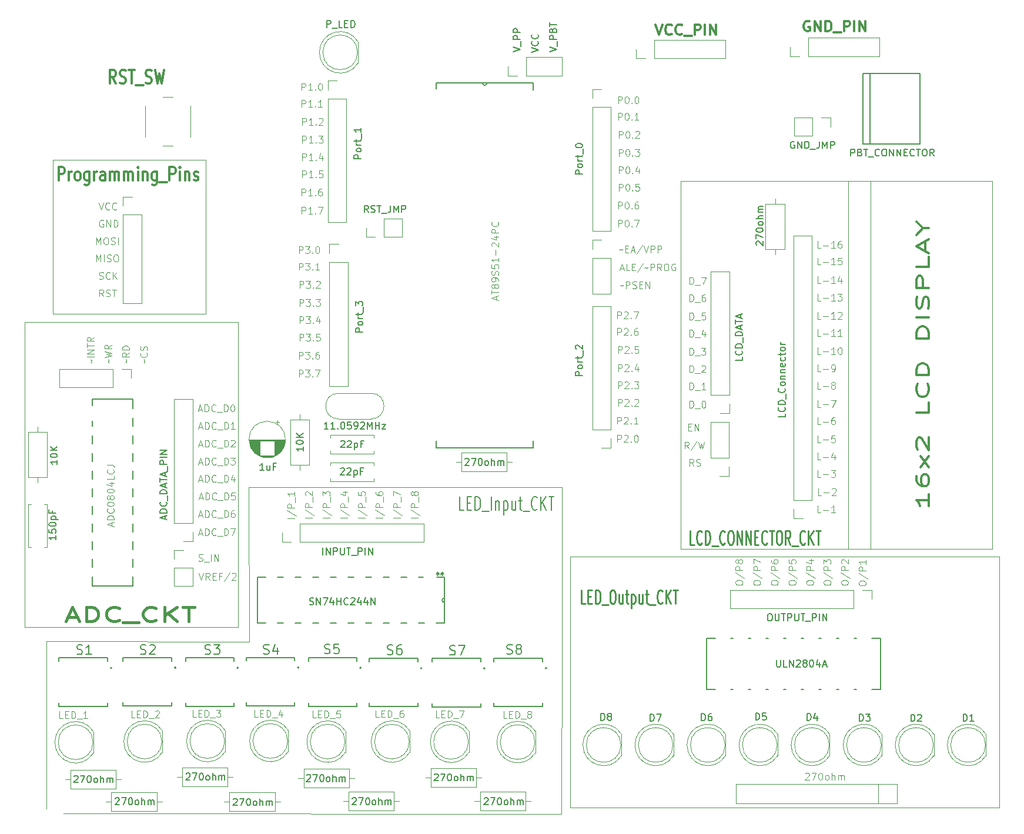
<source format=gbr>
%TF.GenerationSoftware,KiCad,Pcbnew,8.0.6*%
%TF.CreationDate,2025-03-15T16:55:39+05:30*%
%TF.ProjectId,8051_DEVboard,38303531-5f44-4455-9662-6f6172642e6b,rev?*%
%TF.SameCoordinates,Original*%
%TF.FileFunction,Legend,Top*%
%TF.FilePolarity,Positive*%
%FSLAX46Y46*%
G04 Gerber Fmt 4.6, Leading zero omitted, Abs format (unit mm)*
G04 Created by KiCad (PCBNEW 8.0.6) date 2025-03-15 16:55:39*
%MOMM*%
%LPD*%
G01*
G04 APERTURE LIST*
%ADD10C,0.300000*%
%ADD11C,0.100000*%
%ADD12C,0.200000*%
%ADD13C,0.240000*%
%ADD14C,0.150000*%
%ADD15C,0.400000*%
%ADD16C,0.120000*%
%ADD17C,0.127000*%
%ADD18C,0.152400*%
G04 APERTURE END LIST*
D10*
X218264114Y-103706917D02*
X218264114Y-105421203D01*
X218264114Y-104564060D02*
X216464114Y-104564060D01*
X216464114Y-104564060D02*
X216721257Y-104849774D01*
X216721257Y-104849774D02*
X216892685Y-105135489D01*
X216892685Y-105135489D02*
X216978400Y-105421203D01*
X216464114Y-101135489D02*
X216464114Y-101706917D01*
X216464114Y-101706917D02*
X216549828Y-101992631D01*
X216549828Y-101992631D02*
X216635542Y-102135489D01*
X216635542Y-102135489D02*
X216892685Y-102421203D01*
X216892685Y-102421203D02*
X217235542Y-102564060D01*
X217235542Y-102564060D02*
X217921257Y-102564060D01*
X217921257Y-102564060D02*
X218092685Y-102421203D01*
X218092685Y-102421203D02*
X218178400Y-102278346D01*
X218178400Y-102278346D02*
X218264114Y-101992631D01*
X218264114Y-101992631D02*
X218264114Y-101421203D01*
X218264114Y-101421203D02*
X218178400Y-101135489D01*
X218178400Y-101135489D02*
X218092685Y-100992631D01*
X218092685Y-100992631D02*
X217921257Y-100849774D01*
X217921257Y-100849774D02*
X217492685Y-100849774D01*
X217492685Y-100849774D02*
X217321257Y-100992631D01*
X217321257Y-100992631D02*
X217235542Y-101135489D01*
X217235542Y-101135489D02*
X217149828Y-101421203D01*
X217149828Y-101421203D02*
X217149828Y-101992631D01*
X217149828Y-101992631D02*
X217235542Y-102278346D01*
X217235542Y-102278346D02*
X217321257Y-102421203D01*
X217321257Y-102421203D02*
X217492685Y-102564060D01*
X218264114Y-99849774D02*
X217064114Y-98278346D01*
X217064114Y-99849774D02*
X218264114Y-98278346D01*
X216635542Y-97278346D02*
X216549828Y-97135489D01*
X216549828Y-97135489D02*
X216464114Y-96849775D01*
X216464114Y-96849775D02*
X216464114Y-96135489D01*
X216464114Y-96135489D02*
X216549828Y-95849775D01*
X216549828Y-95849775D02*
X216635542Y-95706917D01*
X216635542Y-95706917D02*
X216806971Y-95564060D01*
X216806971Y-95564060D02*
X216978400Y-95564060D01*
X216978400Y-95564060D02*
X217235542Y-95706917D01*
X217235542Y-95706917D02*
X218264114Y-97421203D01*
X218264114Y-97421203D02*
X218264114Y-95564060D01*
X218264114Y-90564060D02*
X218264114Y-91992632D01*
X218264114Y-91992632D02*
X216464114Y-91992632D01*
X218092685Y-87849775D02*
X218178400Y-87992632D01*
X218178400Y-87992632D02*
X218264114Y-88421204D01*
X218264114Y-88421204D02*
X218264114Y-88706918D01*
X218264114Y-88706918D02*
X218178400Y-89135489D01*
X218178400Y-89135489D02*
X218006971Y-89421204D01*
X218006971Y-89421204D02*
X217835542Y-89564061D01*
X217835542Y-89564061D02*
X217492685Y-89706918D01*
X217492685Y-89706918D02*
X217235542Y-89706918D01*
X217235542Y-89706918D02*
X216892685Y-89564061D01*
X216892685Y-89564061D02*
X216721257Y-89421204D01*
X216721257Y-89421204D02*
X216549828Y-89135489D01*
X216549828Y-89135489D02*
X216464114Y-88706918D01*
X216464114Y-88706918D02*
X216464114Y-88421204D01*
X216464114Y-88421204D02*
X216549828Y-87992632D01*
X216549828Y-87992632D02*
X216635542Y-87849775D01*
X218264114Y-86564061D02*
X216464114Y-86564061D01*
X216464114Y-86564061D02*
X216464114Y-85849775D01*
X216464114Y-85849775D02*
X216549828Y-85421204D01*
X216549828Y-85421204D02*
X216721257Y-85135489D01*
X216721257Y-85135489D02*
X216892685Y-84992632D01*
X216892685Y-84992632D02*
X217235542Y-84849775D01*
X217235542Y-84849775D02*
X217492685Y-84849775D01*
X217492685Y-84849775D02*
X217835542Y-84992632D01*
X217835542Y-84992632D02*
X218006971Y-85135489D01*
X218006971Y-85135489D02*
X218178400Y-85421204D01*
X218178400Y-85421204D02*
X218264114Y-85849775D01*
X218264114Y-85849775D02*
X218264114Y-86564061D01*
X218264114Y-81278347D02*
X216464114Y-81278347D01*
X216464114Y-81278347D02*
X216464114Y-80564061D01*
X216464114Y-80564061D02*
X216549828Y-80135490D01*
X216549828Y-80135490D02*
X216721257Y-79849775D01*
X216721257Y-79849775D02*
X216892685Y-79706918D01*
X216892685Y-79706918D02*
X217235542Y-79564061D01*
X217235542Y-79564061D02*
X217492685Y-79564061D01*
X217492685Y-79564061D02*
X217835542Y-79706918D01*
X217835542Y-79706918D02*
X218006971Y-79849775D01*
X218006971Y-79849775D02*
X218178400Y-80135490D01*
X218178400Y-80135490D02*
X218264114Y-80564061D01*
X218264114Y-80564061D02*
X218264114Y-81278347D01*
X218264114Y-78278347D02*
X216464114Y-78278347D01*
X218178400Y-76992633D02*
X218264114Y-76564062D01*
X218264114Y-76564062D02*
X218264114Y-75849776D01*
X218264114Y-75849776D02*
X218178400Y-75564062D01*
X218178400Y-75564062D02*
X218092685Y-75421204D01*
X218092685Y-75421204D02*
X217921257Y-75278347D01*
X217921257Y-75278347D02*
X217749828Y-75278347D01*
X217749828Y-75278347D02*
X217578400Y-75421204D01*
X217578400Y-75421204D02*
X217492685Y-75564062D01*
X217492685Y-75564062D02*
X217406971Y-75849776D01*
X217406971Y-75849776D02*
X217321257Y-76421204D01*
X217321257Y-76421204D02*
X217235542Y-76706919D01*
X217235542Y-76706919D02*
X217149828Y-76849776D01*
X217149828Y-76849776D02*
X216978400Y-76992633D01*
X216978400Y-76992633D02*
X216806971Y-76992633D01*
X216806971Y-76992633D02*
X216635542Y-76849776D01*
X216635542Y-76849776D02*
X216549828Y-76706919D01*
X216549828Y-76706919D02*
X216464114Y-76421204D01*
X216464114Y-76421204D02*
X216464114Y-75706919D01*
X216464114Y-75706919D02*
X216549828Y-75278347D01*
X218264114Y-73992633D02*
X216464114Y-73992633D01*
X216464114Y-73992633D02*
X216464114Y-72849776D01*
X216464114Y-72849776D02*
X216549828Y-72564061D01*
X216549828Y-72564061D02*
X216635542Y-72421204D01*
X216635542Y-72421204D02*
X216806971Y-72278347D01*
X216806971Y-72278347D02*
X217064114Y-72278347D01*
X217064114Y-72278347D02*
X217235542Y-72421204D01*
X217235542Y-72421204D02*
X217321257Y-72564061D01*
X217321257Y-72564061D02*
X217406971Y-72849776D01*
X217406971Y-72849776D02*
X217406971Y-73992633D01*
X218264114Y-69564061D02*
X218264114Y-70992633D01*
X218264114Y-70992633D02*
X216464114Y-70992633D01*
X217749828Y-68706919D02*
X217749828Y-67278348D01*
X218264114Y-68992633D02*
X216464114Y-67992633D01*
X216464114Y-67992633D02*
X218264114Y-66992633D01*
X217406971Y-65421204D02*
X218264114Y-65421204D01*
X216464114Y-66421204D02*
X217406971Y-65421204D01*
X217406971Y-65421204D02*
X216464114Y-64421204D01*
D11*
X92100000Y-55550000D02*
X114070000Y-55550000D01*
X114070000Y-77770000D01*
X92100000Y-77770000D01*
X92100000Y-55550000D01*
X206600000Y-58600000D02*
X227400000Y-58600000D01*
X227400000Y-111650000D01*
X206600000Y-111650000D01*
X206600000Y-58600000D01*
X165450000Y-102742500D02*
X165400000Y-125140000D01*
X120290000Y-102757500D02*
X147650000Y-102742500D01*
X165300000Y-149770000D02*
X93590000Y-149740000D01*
X88030000Y-78970000D02*
X118770000Y-78970000D01*
X118770000Y-122860000D01*
X88030000Y-122860000D01*
X88030000Y-78970000D01*
X91140000Y-124942500D02*
X120350000Y-124980000D01*
X166625000Y-112700000D02*
X228375000Y-112700000D01*
X228375000Y-148900000D01*
X166625000Y-148900000D01*
X166625000Y-112700000D01*
X120350000Y-124980000D02*
X120290000Y-102757500D01*
X182500000Y-58600000D02*
X209900000Y-58600000D01*
X209900000Y-111650000D01*
X182500000Y-111650000D01*
X182500000Y-58600000D01*
X91130000Y-149010000D02*
X91140000Y-124942500D01*
X165400000Y-125140000D02*
X165300000Y-149770000D01*
X147650000Y-102742500D02*
X165450000Y-102742500D01*
X103880074Y-135922419D02*
X103403884Y-135922419D01*
X103403884Y-135922419D02*
X103403884Y-134922419D01*
X104213408Y-135398609D02*
X104546741Y-135398609D01*
X104689598Y-135922419D02*
X104213408Y-135922419D01*
X104213408Y-135922419D02*
X104213408Y-134922419D01*
X104213408Y-134922419D02*
X104689598Y-134922419D01*
X105118170Y-135922419D02*
X105118170Y-134922419D01*
X105118170Y-134922419D02*
X105356265Y-134922419D01*
X105356265Y-134922419D02*
X105499122Y-134970038D01*
X105499122Y-134970038D02*
X105594360Y-135065276D01*
X105594360Y-135065276D02*
X105641979Y-135160514D01*
X105641979Y-135160514D02*
X105689598Y-135350990D01*
X105689598Y-135350990D02*
X105689598Y-135493847D01*
X105689598Y-135493847D02*
X105641979Y-135684323D01*
X105641979Y-135684323D02*
X105594360Y-135779561D01*
X105594360Y-135779561D02*
X105499122Y-135874800D01*
X105499122Y-135874800D02*
X105356265Y-135922419D01*
X105356265Y-135922419D02*
X105118170Y-135922419D01*
X105880075Y-136017657D02*
X106641979Y-136017657D01*
X106832456Y-135017657D02*
X106880075Y-134970038D01*
X106880075Y-134970038D02*
X106975313Y-134922419D01*
X106975313Y-134922419D02*
X107213408Y-134922419D01*
X107213408Y-134922419D02*
X107308646Y-134970038D01*
X107308646Y-134970038D02*
X107356265Y-135017657D01*
X107356265Y-135017657D02*
X107403884Y-135112895D01*
X107403884Y-135112895D02*
X107403884Y-135208133D01*
X107403884Y-135208133D02*
X107356265Y-135350990D01*
X107356265Y-135350990D02*
X106784837Y-135922419D01*
X106784837Y-135922419D02*
X107403884Y-135922419D01*
X113106265Y-96636704D02*
X113582455Y-96636704D01*
X113011027Y-96922419D02*
X113344360Y-95922419D01*
X113344360Y-95922419D02*
X113677693Y-96922419D01*
X114011027Y-96922419D02*
X114011027Y-95922419D01*
X114011027Y-95922419D02*
X114249122Y-95922419D01*
X114249122Y-95922419D02*
X114391979Y-95970038D01*
X114391979Y-95970038D02*
X114487217Y-96065276D01*
X114487217Y-96065276D02*
X114534836Y-96160514D01*
X114534836Y-96160514D02*
X114582455Y-96350990D01*
X114582455Y-96350990D02*
X114582455Y-96493847D01*
X114582455Y-96493847D02*
X114534836Y-96684323D01*
X114534836Y-96684323D02*
X114487217Y-96779561D01*
X114487217Y-96779561D02*
X114391979Y-96874800D01*
X114391979Y-96874800D02*
X114249122Y-96922419D01*
X114249122Y-96922419D02*
X114011027Y-96922419D01*
X115582455Y-96827180D02*
X115534836Y-96874800D01*
X115534836Y-96874800D02*
X115391979Y-96922419D01*
X115391979Y-96922419D02*
X115296741Y-96922419D01*
X115296741Y-96922419D02*
X115153884Y-96874800D01*
X115153884Y-96874800D02*
X115058646Y-96779561D01*
X115058646Y-96779561D02*
X115011027Y-96684323D01*
X115011027Y-96684323D02*
X114963408Y-96493847D01*
X114963408Y-96493847D02*
X114963408Y-96350990D01*
X114963408Y-96350990D02*
X115011027Y-96160514D01*
X115011027Y-96160514D02*
X115058646Y-96065276D01*
X115058646Y-96065276D02*
X115153884Y-95970038D01*
X115153884Y-95970038D02*
X115296741Y-95922419D01*
X115296741Y-95922419D02*
X115391979Y-95922419D01*
X115391979Y-95922419D02*
X115534836Y-95970038D01*
X115534836Y-95970038D02*
X115582455Y-96017657D01*
X115772932Y-97017657D02*
X116534836Y-97017657D01*
X116772932Y-96922419D02*
X116772932Y-95922419D01*
X116772932Y-95922419D02*
X117011027Y-95922419D01*
X117011027Y-95922419D02*
X117153884Y-95970038D01*
X117153884Y-95970038D02*
X117249122Y-96065276D01*
X117249122Y-96065276D02*
X117296741Y-96160514D01*
X117296741Y-96160514D02*
X117344360Y-96350990D01*
X117344360Y-96350990D02*
X117344360Y-96493847D01*
X117344360Y-96493847D02*
X117296741Y-96684323D01*
X117296741Y-96684323D02*
X117249122Y-96779561D01*
X117249122Y-96779561D02*
X117153884Y-96874800D01*
X117153884Y-96874800D02*
X117011027Y-96922419D01*
X117011027Y-96922419D02*
X116772932Y-96922419D01*
X117725313Y-96017657D02*
X117772932Y-95970038D01*
X117772932Y-95970038D02*
X117868170Y-95922419D01*
X117868170Y-95922419D02*
X118106265Y-95922419D01*
X118106265Y-95922419D02*
X118201503Y-95970038D01*
X118201503Y-95970038D02*
X118249122Y-96017657D01*
X118249122Y-96017657D02*
X118296741Y-96112895D01*
X118296741Y-96112895D02*
X118296741Y-96208133D01*
X118296741Y-96208133D02*
X118249122Y-96350990D01*
X118249122Y-96350990D02*
X117677694Y-96922419D01*
X117677694Y-96922419D02*
X118296741Y-96922419D01*
D12*
X108231504Y-107327945D02*
X108231504Y-106851755D01*
X108517219Y-107423183D02*
X107517219Y-107089850D01*
X107517219Y-107089850D02*
X108517219Y-106756517D01*
X108517219Y-106423183D02*
X107517219Y-106423183D01*
X107517219Y-106423183D02*
X107517219Y-106185088D01*
X107517219Y-106185088D02*
X107564838Y-106042231D01*
X107564838Y-106042231D02*
X107660076Y-105946993D01*
X107660076Y-105946993D02*
X107755314Y-105899374D01*
X107755314Y-105899374D02*
X107945790Y-105851755D01*
X107945790Y-105851755D02*
X108088647Y-105851755D01*
X108088647Y-105851755D02*
X108279123Y-105899374D01*
X108279123Y-105899374D02*
X108374361Y-105946993D01*
X108374361Y-105946993D02*
X108469600Y-106042231D01*
X108469600Y-106042231D02*
X108517219Y-106185088D01*
X108517219Y-106185088D02*
X108517219Y-106423183D01*
X108421980Y-104851755D02*
X108469600Y-104899374D01*
X108469600Y-104899374D02*
X108517219Y-105042231D01*
X108517219Y-105042231D02*
X108517219Y-105137469D01*
X108517219Y-105137469D02*
X108469600Y-105280326D01*
X108469600Y-105280326D02*
X108374361Y-105375564D01*
X108374361Y-105375564D02*
X108279123Y-105423183D01*
X108279123Y-105423183D02*
X108088647Y-105470802D01*
X108088647Y-105470802D02*
X107945790Y-105470802D01*
X107945790Y-105470802D02*
X107755314Y-105423183D01*
X107755314Y-105423183D02*
X107660076Y-105375564D01*
X107660076Y-105375564D02*
X107564838Y-105280326D01*
X107564838Y-105280326D02*
X107517219Y-105137469D01*
X107517219Y-105137469D02*
X107517219Y-105042231D01*
X107517219Y-105042231D02*
X107564838Y-104899374D01*
X107564838Y-104899374D02*
X107612457Y-104851755D01*
X108612457Y-104661279D02*
X108612457Y-103899374D01*
X108517219Y-103661278D02*
X107517219Y-103661278D01*
X107517219Y-103661278D02*
X107517219Y-103423183D01*
X107517219Y-103423183D02*
X107564838Y-103280326D01*
X107564838Y-103280326D02*
X107660076Y-103185088D01*
X107660076Y-103185088D02*
X107755314Y-103137469D01*
X107755314Y-103137469D02*
X107945790Y-103089850D01*
X107945790Y-103089850D02*
X108088647Y-103089850D01*
X108088647Y-103089850D02*
X108279123Y-103137469D01*
X108279123Y-103137469D02*
X108374361Y-103185088D01*
X108374361Y-103185088D02*
X108469600Y-103280326D01*
X108469600Y-103280326D02*
X108517219Y-103423183D01*
X108517219Y-103423183D02*
X108517219Y-103661278D01*
X108231504Y-102708897D02*
X108231504Y-102232707D01*
X108517219Y-102804135D02*
X107517219Y-102470802D01*
X107517219Y-102470802D02*
X108517219Y-102137469D01*
X107517219Y-101946992D02*
X107517219Y-101375564D01*
X108517219Y-101661278D02*
X107517219Y-101661278D01*
X108231504Y-101089849D02*
X108231504Y-100613659D01*
X108517219Y-101185087D02*
X107517219Y-100851754D01*
X107517219Y-100851754D02*
X108517219Y-100518421D01*
X108612457Y-100423183D02*
X108612457Y-99661278D01*
X108517219Y-99423182D02*
X107517219Y-99423182D01*
X107517219Y-99423182D02*
X107517219Y-99042230D01*
X107517219Y-99042230D02*
X107564838Y-98946992D01*
X107564838Y-98946992D02*
X107612457Y-98899373D01*
X107612457Y-98899373D02*
X107707695Y-98851754D01*
X107707695Y-98851754D02*
X107850552Y-98851754D01*
X107850552Y-98851754D02*
X107945790Y-98899373D01*
X107945790Y-98899373D02*
X107993409Y-98946992D01*
X107993409Y-98946992D02*
X108041028Y-99042230D01*
X108041028Y-99042230D02*
X108041028Y-99423182D01*
X108517219Y-98423182D02*
X107517219Y-98423182D01*
X108517219Y-97946992D02*
X107517219Y-97946992D01*
X107517219Y-97946992D02*
X108517219Y-97375564D01*
X108517219Y-97375564D02*
X107517219Y-97375564D01*
D11*
X127923884Y-47932419D02*
X127923884Y-46932419D01*
X127923884Y-46932419D02*
X128304836Y-46932419D01*
X128304836Y-46932419D02*
X128400074Y-46980038D01*
X128400074Y-46980038D02*
X128447693Y-47027657D01*
X128447693Y-47027657D02*
X128495312Y-47122895D01*
X128495312Y-47122895D02*
X128495312Y-47265752D01*
X128495312Y-47265752D02*
X128447693Y-47360990D01*
X128447693Y-47360990D02*
X128400074Y-47408609D01*
X128400074Y-47408609D02*
X128304836Y-47456228D01*
X128304836Y-47456228D02*
X127923884Y-47456228D01*
X129447693Y-47932419D02*
X128876265Y-47932419D01*
X129161979Y-47932419D02*
X129161979Y-46932419D01*
X129161979Y-46932419D02*
X129066741Y-47075276D01*
X129066741Y-47075276D02*
X128971503Y-47170514D01*
X128971503Y-47170514D02*
X128876265Y-47218133D01*
X129876265Y-47837180D02*
X129923884Y-47884800D01*
X129923884Y-47884800D02*
X129876265Y-47932419D01*
X129876265Y-47932419D02*
X129828646Y-47884800D01*
X129828646Y-47884800D02*
X129876265Y-47837180D01*
X129876265Y-47837180D02*
X129876265Y-47932419D01*
X130876264Y-47932419D02*
X130304836Y-47932419D01*
X130590550Y-47932419D02*
X130590550Y-46932419D01*
X130590550Y-46932419D02*
X130495312Y-47075276D01*
X130495312Y-47075276D02*
X130400074Y-47170514D01*
X130400074Y-47170514D02*
X130304836Y-47218133D01*
X139572419Y-107146115D02*
X138572419Y-107146115D01*
X138524800Y-105955640D02*
X139810514Y-106812782D01*
X139572419Y-105622306D02*
X138572419Y-105622306D01*
X138572419Y-105622306D02*
X138572419Y-105241354D01*
X138572419Y-105241354D02*
X138620038Y-105146116D01*
X138620038Y-105146116D02*
X138667657Y-105098497D01*
X138667657Y-105098497D02*
X138762895Y-105050878D01*
X138762895Y-105050878D02*
X138905752Y-105050878D01*
X138905752Y-105050878D02*
X139000990Y-105098497D01*
X139000990Y-105098497D02*
X139048609Y-105146116D01*
X139048609Y-105146116D02*
X139096228Y-105241354D01*
X139096228Y-105241354D02*
X139096228Y-105622306D01*
X139667657Y-104860402D02*
X139667657Y-104098497D01*
X138572419Y-103431830D02*
X138572419Y-103622306D01*
X138572419Y-103622306D02*
X138620038Y-103717544D01*
X138620038Y-103717544D02*
X138667657Y-103765163D01*
X138667657Y-103765163D02*
X138810514Y-103860401D01*
X138810514Y-103860401D02*
X139000990Y-103908020D01*
X139000990Y-103908020D02*
X139381942Y-103908020D01*
X139381942Y-103908020D02*
X139477180Y-103860401D01*
X139477180Y-103860401D02*
X139524800Y-103812782D01*
X139524800Y-103812782D02*
X139572419Y-103717544D01*
X139572419Y-103717544D02*
X139572419Y-103527068D01*
X139572419Y-103527068D02*
X139524800Y-103431830D01*
X139524800Y-103431830D02*
X139477180Y-103384211D01*
X139477180Y-103384211D02*
X139381942Y-103336592D01*
X139381942Y-103336592D02*
X139143847Y-103336592D01*
X139143847Y-103336592D02*
X139048609Y-103384211D01*
X139048609Y-103384211D02*
X139000990Y-103431830D01*
X139000990Y-103431830D02*
X138953371Y-103527068D01*
X138953371Y-103527068D02*
X138953371Y-103717544D01*
X138953371Y-103717544D02*
X139000990Y-103812782D01*
X139000990Y-103812782D02*
X139048609Y-103860401D01*
X139048609Y-103860401D02*
X139143847Y-103908020D01*
D12*
X195260149Y-120967219D02*
X195450625Y-120967219D01*
X195450625Y-120967219D02*
X195545863Y-121014838D01*
X195545863Y-121014838D02*
X195641101Y-121110076D01*
X195641101Y-121110076D02*
X195688720Y-121300552D01*
X195688720Y-121300552D02*
X195688720Y-121633885D01*
X195688720Y-121633885D02*
X195641101Y-121824361D01*
X195641101Y-121824361D02*
X195545863Y-121919600D01*
X195545863Y-121919600D02*
X195450625Y-121967219D01*
X195450625Y-121967219D02*
X195260149Y-121967219D01*
X195260149Y-121967219D02*
X195164911Y-121919600D01*
X195164911Y-121919600D02*
X195069673Y-121824361D01*
X195069673Y-121824361D02*
X195022054Y-121633885D01*
X195022054Y-121633885D02*
X195022054Y-121300552D01*
X195022054Y-121300552D02*
X195069673Y-121110076D01*
X195069673Y-121110076D02*
X195164911Y-121014838D01*
X195164911Y-121014838D02*
X195260149Y-120967219D01*
X196117292Y-120967219D02*
X196117292Y-121776742D01*
X196117292Y-121776742D02*
X196164911Y-121871980D01*
X196164911Y-121871980D02*
X196212530Y-121919600D01*
X196212530Y-121919600D02*
X196307768Y-121967219D01*
X196307768Y-121967219D02*
X196498244Y-121967219D01*
X196498244Y-121967219D02*
X196593482Y-121919600D01*
X196593482Y-121919600D02*
X196641101Y-121871980D01*
X196641101Y-121871980D02*
X196688720Y-121776742D01*
X196688720Y-121776742D02*
X196688720Y-120967219D01*
X197022054Y-120967219D02*
X197593482Y-120967219D01*
X197307768Y-121967219D02*
X197307768Y-120967219D01*
X197926816Y-121967219D02*
X197926816Y-120967219D01*
X197926816Y-120967219D02*
X198307768Y-120967219D01*
X198307768Y-120967219D02*
X198403006Y-121014838D01*
X198403006Y-121014838D02*
X198450625Y-121062457D01*
X198450625Y-121062457D02*
X198498244Y-121157695D01*
X198498244Y-121157695D02*
X198498244Y-121300552D01*
X198498244Y-121300552D02*
X198450625Y-121395790D01*
X198450625Y-121395790D02*
X198403006Y-121443409D01*
X198403006Y-121443409D02*
X198307768Y-121491028D01*
X198307768Y-121491028D02*
X197926816Y-121491028D01*
X198926816Y-120967219D02*
X198926816Y-121776742D01*
X198926816Y-121776742D02*
X198974435Y-121871980D01*
X198974435Y-121871980D02*
X199022054Y-121919600D01*
X199022054Y-121919600D02*
X199117292Y-121967219D01*
X199117292Y-121967219D02*
X199307768Y-121967219D01*
X199307768Y-121967219D02*
X199403006Y-121919600D01*
X199403006Y-121919600D02*
X199450625Y-121871980D01*
X199450625Y-121871980D02*
X199498244Y-121776742D01*
X199498244Y-121776742D02*
X199498244Y-120967219D01*
X199831578Y-120967219D02*
X200403006Y-120967219D01*
X200117292Y-121967219D02*
X200117292Y-120967219D01*
X200498245Y-122062457D02*
X201260149Y-122062457D01*
X201498245Y-121967219D02*
X201498245Y-120967219D01*
X201498245Y-120967219D02*
X201879197Y-120967219D01*
X201879197Y-120967219D02*
X201974435Y-121014838D01*
X201974435Y-121014838D02*
X202022054Y-121062457D01*
X202022054Y-121062457D02*
X202069673Y-121157695D01*
X202069673Y-121157695D02*
X202069673Y-121300552D01*
X202069673Y-121300552D02*
X202022054Y-121395790D01*
X202022054Y-121395790D02*
X201974435Y-121443409D01*
X201974435Y-121443409D02*
X201879197Y-121491028D01*
X201879197Y-121491028D02*
X201498245Y-121491028D01*
X202498245Y-121967219D02*
X202498245Y-120967219D01*
X202974435Y-121967219D02*
X202974435Y-120967219D01*
X202974435Y-120967219D02*
X203545863Y-121967219D01*
X203545863Y-121967219D02*
X203545863Y-120967219D01*
D13*
X184465036Y-110992758D02*
X183893608Y-110992758D01*
X183893608Y-110992758D02*
X183893608Y-108992758D01*
X185550751Y-110802281D02*
X185493608Y-110897520D01*
X185493608Y-110897520D02*
X185322180Y-110992758D01*
X185322180Y-110992758D02*
X185207894Y-110992758D01*
X185207894Y-110992758D02*
X185036465Y-110897520D01*
X185036465Y-110897520D02*
X184922180Y-110707043D01*
X184922180Y-110707043D02*
X184865037Y-110516567D01*
X184865037Y-110516567D02*
X184807894Y-110135615D01*
X184807894Y-110135615D02*
X184807894Y-109849900D01*
X184807894Y-109849900D02*
X184865037Y-109468948D01*
X184865037Y-109468948D02*
X184922180Y-109278472D01*
X184922180Y-109278472D02*
X185036465Y-109087996D01*
X185036465Y-109087996D02*
X185207894Y-108992758D01*
X185207894Y-108992758D02*
X185322180Y-108992758D01*
X185322180Y-108992758D02*
X185493608Y-109087996D01*
X185493608Y-109087996D02*
X185550751Y-109183234D01*
X186065037Y-110992758D02*
X186065037Y-108992758D01*
X186065037Y-108992758D02*
X186350751Y-108992758D01*
X186350751Y-108992758D02*
X186522180Y-109087996D01*
X186522180Y-109087996D02*
X186636465Y-109278472D01*
X186636465Y-109278472D02*
X186693608Y-109468948D01*
X186693608Y-109468948D02*
X186750751Y-109849900D01*
X186750751Y-109849900D02*
X186750751Y-110135615D01*
X186750751Y-110135615D02*
X186693608Y-110516567D01*
X186693608Y-110516567D02*
X186636465Y-110707043D01*
X186636465Y-110707043D02*
X186522180Y-110897520D01*
X186522180Y-110897520D02*
X186350751Y-110992758D01*
X186350751Y-110992758D02*
X186065037Y-110992758D01*
X186979323Y-111183234D02*
X187893608Y-111183234D01*
X188865037Y-110802281D02*
X188807894Y-110897520D01*
X188807894Y-110897520D02*
X188636466Y-110992758D01*
X188636466Y-110992758D02*
X188522180Y-110992758D01*
X188522180Y-110992758D02*
X188350751Y-110897520D01*
X188350751Y-110897520D02*
X188236466Y-110707043D01*
X188236466Y-110707043D02*
X188179323Y-110516567D01*
X188179323Y-110516567D02*
X188122180Y-110135615D01*
X188122180Y-110135615D02*
X188122180Y-109849900D01*
X188122180Y-109849900D02*
X188179323Y-109468948D01*
X188179323Y-109468948D02*
X188236466Y-109278472D01*
X188236466Y-109278472D02*
X188350751Y-109087996D01*
X188350751Y-109087996D02*
X188522180Y-108992758D01*
X188522180Y-108992758D02*
X188636466Y-108992758D01*
X188636466Y-108992758D02*
X188807894Y-109087996D01*
X188807894Y-109087996D02*
X188865037Y-109183234D01*
X189607894Y-108992758D02*
X189836466Y-108992758D01*
X189836466Y-108992758D02*
X189950751Y-109087996D01*
X189950751Y-109087996D02*
X190065037Y-109278472D01*
X190065037Y-109278472D02*
X190122180Y-109659424D01*
X190122180Y-109659424D02*
X190122180Y-110326091D01*
X190122180Y-110326091D02*
X190065037Y-110707043D01*
X190065037Y-110707043D02*
X189950751Y-110897520D01*
X189950751Y-110897520D02*
X189836466Y-110992758D01*
X189836466Y-110992758D02*
X189607894Y-110992758D01*
X189607894Y-110992758D02*
X189493609Y-110897520D01*
X189493609Y-110897520D02*
X189379323Y-110707043D01*
X189379323Y-110707043D02*
X189322180Y-110326091D01*
X189322180Y-110326091D02*
X189322180Y-109659424D01*
X189322180Y-109659424D02*
X189379323Y-109278472D01*
X189379323Y-109278472D02*
X189493609Y-109087996D01*
X189493609Y-109087996D02*
X189607894Y-108992758D01*
X190636466Y-110992758D02*
X190636466Y-108992758D01*
X190636466Y-108992758D02*
X191322180Y-110992758D01*
X191322180Y-110992758D02*
X191322180Y-108992758D01*
X191893609Y-110992758D02*
X191893609Y-108992758D01*
X191893609Y-108992758D02*
X192579323Y-110992758D01*
X192579323Y-110992758D02*
X192579323Y-108992758D01*
X193150752Y-109945139D02*
X193550752Y-109945139D01*
X193722180Y-110992758D02*
X193150752Y-110992758D01*
X193150752Y-110992758D02*
X193150752Y-108992758D01*
X193150752Y-108992758D02*
X193722180Y-108992758D01*
X194922180Y-110802281D02*
X194865037Y-110897520D01*
X194865037Y-110897520D02*
X194693609Y-110992758D01*
X194693609Y-110992758D02*
X194579323Y-110992758D01*
X194579323Y-110992758D02*
X194407894Y-110897520D01*
X194407894Y-110897520D02*
X194293609Y-110707043D01*
X194293609Y-110707043D02*
X194236466Y-110516567D01*
X194236466Y-110516567D02*
X194179323Y-110135615D01*
X194179323Y-110135615D02*
X194179323Y-109849900D01*
X194179323Y-109849900D02*
X194236466Y-109468948D01*
X194236466Y-109468948D02*
X194293609Y-109278472D01*
X194293609Y-109278472D02*
X194407894Y-109087996D01*
X194407894Y-109087996D02*
X194579323Y-108992758D01*
X194579323Y-108992758D02*
X194693609Y-108992758D01*
X194693609Y-108992758D02*
X194865037Y-109087996D01*
X194865037Y-109087996D02*
X194922180Y-109183234D01*
X195265037Y-108992758D02*
X195950752Y-108992758D01*
X195607894Y-110992758D02*
X195607894Y-108992758D01*
X196579323Y-108992758D02*
X196807895Y-108992758D01*
X196807895Y-108992758D02*
X196922180Y-109087996D01*
X196922180Y-109087996D02*
X197036466Y-109278472D01*
X197036466Y-109278472D02*
X197093609Y-109659424D01*
X197093609Y-109659424D02*
X197093609Y-110326091D01*
X197093609Y-110326091D02*
X197036466Y-110707043D01*
X197036466Y-110707043D02*
X196922180Y-110897520D01*
X196922180Y-110897520D02*
X196807895Y-110992758D01*
X196807895Y-110992758D02*
X196579323Y-110992758D01*
X196579323Y-110992758D02*
X196465038Y-110897520D01*
X196465038Y-110897520D02*
X196350752Y-110707043D01*
X196350752Y-110707043D02*
X196293609Y-110326091D01*
X196293609Y-110326091D02*
X196293609Y-109659424D01*
X196293609Y-109659424D02*
X196350752Y-109278472D01*
X196350752Y-109278472D02*
X196465038Y-109087996D01*
X196465038Y-109087996D02*
X196579323Y-108992758D01*
X198293609Y-110992758D02*
X197893609Y-110040377D01*
X197607895Y-110992758D02*
X197607895Y-108992758D01*
X197607895Y-108992758D02*
X198065038Y-108992758D01*
X198065038Y-108992758D02*
X198179323Y-109087996D01*
X198179323Y-109087996D02*
X198236466Y-109183234D01*
X198236466Y-109183234D02*
X198293609Y-109373710D01*
X198293609Y-109373710D02*
X198293609Y-109659424D01*
X198293609Y-109659424D02*
X198236466Y-109849900D01*
X198236466Y-109849900D02*
X198179323Y-109945139D01*
X198179323Y-109945139D02*
X198065038Y-110040377D01*
X198065038Y-110040377D02*
X197607895Y-110040377D01*
X198522181Y-111183234D02*
X199436466Y-111183234D01*
X200407895Y-110802281D02*
X200350752Y-110897520D01*
X200350752Y-110897520D02*
X200179324Y-110992758D01*
X200179324Y-110992758D02*
X200065038Y-110992758D01*
X200065038Y-110992758D02*
X199893609Y-110897520D01*
X199893609Y-110897520D02*
X199779324Y-110707043D01*
X199779324Y-110707043D02*
X199722181Y-110516567D01*
X199722181Y-110516567D02*
X199665038Y-110135615D01*
X199665038Y-110135615D02*
X199665038Y-109849900D01*
X199665038Y-109849900D02*
X199722181Y-109468948D01*
X199722181Y-109468948D02*
X199779324Y-109278472D01*
X199779324Y-109278472D02*
X199893609Y-109087996D01*
X199893609Y-109087996D02*
X200065038Y-108992758D01*
X200065038Y-108992758D02*
X200179324Y-108992758D01*
X200179324Y-108992758D02*
X200350752Y-109087996D01*
X200350752Y-109087996D02*
X200407895Y-109183234D01*
X200922181Y-110992758D02*
X200922181Y-108992758D01*
X201607895Y-110992758D02*
X201093609Y-109849900D01*
X201607895Y-108992758D02*
X200922181Y-110135615D01*
X201950752Y-108992758D02*
X202636467Y-108992758D01*
X202293609Y-110992758D02*
X202293609Y-108992758D01*
D11*
X173603884Y-52422419D02*
X173603884Y-51422419D01*
X173603884Y-51422419D02*
X173984836Y-51422419D01*
X173984836Y-51422419D02*
X174080074Y-51470038D01*
X174080074Y-51470038D02*
X174127693Y-51517657D01*
X174127693Y-51517657D02*
X174175312Y-51612895D01*
X174175312Y-51612895D02*
X174175312Y-51755752D01*
X174175312Y-51755752D02*
X174127693Y-51850990D01*
X174127693Y-51850990D02*
X174080074Y-51898609D01*
X174080074Y-51898609D02*
X173984836Y-51946228D01*
X173984836Y-51946228D02*
X173603884Y-51946228D01*
X174794360Y-51422419D02*
X174889598Y-51422419D01*
X174889598Y-51422419D02*
X174984836Y-51470038D01*
X174984836Y-51470038D02*
X175032455Y-51517657D01*
X175032455Y-51517657D02*
X175080074Y-51612895D01*
X175080074Y-51612895D02*
X175127693Y-51803371D01*
X175127693Y-51803371D02*
X175127693Y-52041466D01*
X175127693Y-52041466D02*
X175080074Y-52231942D01*
X175080074Y-52231942D02*
X175032455Y-52327180D01*
X175032455Y-52327180D02*
X174984836Y-52374800D01*
X174984836Y-52374800D02*
X174889598Y-52422419D01*
X174889598Y-52422419D02*
X174794360Y-52422419D01*
X174794360Y-52422419D02*
X174699122Y-52374800D01*
X174699122Y-52374800D02*
X174651503Y-52327180D01*
X174651503Y-52327180D02*
X174603884Y-52231942D01*
X174603884Y-52231942D02*
X174556265Y-52041466D01*
X174556265Y-52041466D02*
X174556265Y-51803371D01*
X174556265Y-51803371D02*
X174603884Y-51612895D01*
X174603884Y-51612895D02*
X174651503Y-51517657D01*
X174651503Y-51517657D02*
X174699122Y-51470038D01*
X174699122Y-51470038D02*
X174794360Y-51422419D01*
X175556265Y-52327180D02*
X175603884Y-52374800D01*
X175603884Y-52374800D02*
X175556265Y-52422419D01*
X175556265Y-52422419D02*
X175508646Y-52374800D01*
X175508646Y-52374800D02*
X175556265Y-52327180D01*
X175556265Y-52327180D02*
X175556265Y-52422419D01*
X175984836Y-51517657D02*
X176032455Y-51470038D01*
X176032455Y-51470038D02*
X176127693Y-51422419D01*
X176127693Y-51422419D02*
X176365788Y-51422419D01*
X176365788Y-51422419D02*
X176461026Y-51470038D01*
X176461026Y-51470038D02*
X176508645Y-51517657D01*
X176508645Y-51517657D02*
X176556264Y-51612895D01*
X176556264Y-51612895D02*
X176556264Y-51708133D01*
X176556264Y-51708133D02*
X176508645Y-51850990D01*
X176508645Y-51850990D02*
X175937217Y-52422419D01*
X175937217Y-52422419D02*
X176556264Y-52422419D01*
D14*
X197554819Y-92133334D02*
X197554819Y-92609524D01*
X197554819Y-92609524D02*
X196554819Y-92609524D01*
X197459580Y-91228572D02*
X197507200Y-91276191D01*
X197507200Y-91276191D02*
X197554819Y-91419048D01*
X197554819Y-91419048D02*
X197554819Y-91514286D01*
X197554819Y-91514286D02*
X197507200Y-91657143D01*
X197507200Y-91657143D02*
X197411961Y-91752381D01*
X197411961Y-91752381D02*
X197316723Y-91800000D01*
X197316723Y-91800000D02*
X197126247Y-91847619D01*
X197126247Y-91847619D02*
X196983390Y-91847619D01*
X196983390Y-91847619D02*
X196792914Y-91800000D01*
X196792914Y-91800000D02*
X196697676Y-91752381D01*
X196697676Y-91752381D02*
X196602438Y-91657143D01*
X196602438Y-91657143D02*
X196554819Y-91514286D01*
X196554819Y-91514286D02*
X196554819Y-91419048D01*
X196554819Y-91419048D02*
X196602438Y-91276191D01*
X196602438Y-91276191D02*
X196650057Y-91228572D01*
X197554819Y-90800000D02*
X196554819Y-90800000D01*
X196554819Y-90800000D02*
X196554819Y-90561905D01*
X196554819Y-90561905D02*
X196602438Y-90419048D01*
X196602438Y-90419048D02*
X196697676Y-90323810D01*
X196697676Y-90323810D02*
X196792914Y-90276191D01*
X196792914Y-90276191D02*
X196983390Y-90228572D01*
X196983390Y-90228572D02*
X197126247Y-90228572D01*
X197126247Y-90228572D02*
X197316723Y-90276191D01*
X197316723Y-90276191D02*
X197411961Y-90323810D01*
X197411961Y-90323810D02*
X197507200Y-90419048D01*
X197507200Y-90419048D02*
X197554819Y-90561905D01*
X197554819Y-90561905D02*
X197554819Y-90800000D01*
X197650057Y-90038096D02*
X197650057Y-89276191D01*
X197459580Y-88466667D02*
X197507200Y-88514286D01*
X197507200Y-88514286D02*
X197554819Y-88657143D01*
X197554819Y-88657143D02*
X197554819Y-88752381D01*
X197554819Y-88752381D02*
X197507200Y-88895238D01*
X197507200Y-88895238D02*
X197411961Y-88990476D01*
X197411961Y-88990476D02*
X197316723Y-89038095D01*
X197316723Y-89038095D02*
X197126247Y-89085714D01*
X197126247Y-89085714D02*
X196983390Y-89085714D01*
X196983390Y-89085714D02*
X196792914Y-89038095D01*
X196792914Y-89038095D02*
X196697676Y-88990476D01*
X196697676Y-88990476D02*
X196602438Y-88895238D01*
X196602438Y-88895238D02*
X196554819Y-88752381D01*
X196554819Y-88752381D02*
X196554819Y-88657143D01*
X196554819Y-88657143D02*
X196602438Y-88514286D01*
X196602438Y-88514286D02*
X196650057Y-88466667D01*
X197554819Y-87895238D02*
X197507200Y-87990476D01*
X197507200Y-87990476D02*
X197459580Y-88038095D01*
X197459580Y-88038095D02*
X197364342Y-88085714D01*
X197364342Y-88085714D02*
X197078628Y-88085714D01*
X197078628Y-88085714D02*
X196983390Y-88038095D01*
X196983390Y-88038095D02*
X196935771Y-87990476D01*
X196935771Y-87990476D02*
X196888152Y-87895238D01*
X196888152Y-87895238D02*
X196888152Y-87752381D01*
X196888152Y-87752381D02*
X196935771Y-87657143D01*
X196935771Y-87657143D02*
X196983390Y-87609524D01*
X196983390Y-87609524D02*
X197078628Y-87561905D01*
X197078628Y-87561905D02*
X197364342Y-87561905D01*
X197364342Y-87561905D02*
X197459580Y-87609524D01*
X197459580Y-87609524D02*
X197507200Y-87657143D01*
X197507200Y-87657143D02*
X197554819Y-87752381D01*
X197554819Y-87752381D02*
X197554819Y-87895238D01*
X196888152Y-87133333D02*
X197554819Y-87133333D01*
X196983390Y-87133333D02*
X196935771Y-87085714D01*
X196935771Y-87085714D02*
X196888152Y-86990476D01*
X196888152Y-86990476D02*
X196888152Y-86847619D01*
X196888152Y-86847619D02*
X196935771Y-86752381D01*
X196935771Y-86752381D02*
X197031009Y-86704762D01*
X197031009Y-86704762D02*
X197554819Y-86704762D01*
X196888152Y-86228571D02*
X197554819Y-86228571D01*
X196983390Y-86228571D02*
X196935771Y-86180952D01*
X196935771Y-86180952D02*
X196888152Y-86085714D01*
X196888152Y-86085714D02*
X196888152Y-85942857D01*
X196888152Y-85942857D02*
X196935771Y-85847619D01*
X196935771Y-85847619D02*
X197031009Y-85800000D01*
X197031009Y-85800000D02*
X197554819Y-85800000D01*
X197507200Y-84942857D02*
X197554819Y-85038095D01*
X197554819Y-85038095D02*
X197554819Y-85228571D01*
X197554819Y-85228571D02*
X197507200Y-85323809D01*
X197507200Y-85323809D02*
X197411961Y-85371428D01*
X197411961Y-85371428D02*
X197031009Y-85371428D01*
X197031009Y-85371428D02*
X196935771Y-85323809D01*
X196935771Y-85323809D02*
X196888152Y-85228571D01*
X196888152Y-85228571D02*
X196888152Y-85038095D01*
X196888152Y-85038095D02*
X196935771Y-84942857D01*
X196935771Y-84942857D02*
X197031009Y-84895238D01*
X197031009Y-84895238D02*
X197126247Y-84895238D01*
X197126247Y-84895238D02*
X197221485Y-85371428D01*
X197507200Y-84038095D02*
X197554819Y-84133333D01*
X197554819Y-84133333D02*
X197554819Y-84323809D01*
X197554819Y-84323809D02*
X197507200Y-84419047D01*
X197507200Y-84419047D02*
X197459580Y-84466666D01*
X197459580Y-84466666D02*
X197364342Y-84514285D01*
X197364342Y-84514285D02*
X197078628Y-84514285D01*
X197078628Y-84514285D02*
X196983390Y-84466666D01*
X196983390Y-84466666D02*
X196935771Y-84419047D01*
X196935771Y-84419047D02*
X196888152Y-84323809D01*
X196888152Y-84323809D02*
X196888152Y-84133333D01*
X196888152Y-84133333D02*
X196935771Y-84038095D01*
X196888152Y-83752380D02*
X196888152Y-83371428D01*
X196554819Y-83609523D02*
X197411961Y-83609523D01*
X197411961Y-83609523D02*
X197507200Y-83561904D01*
X197507200Y-83561904D02*
X197554819Y-83466666D01*
X197554819Y-83466666D02*
X197554819Y-83371428D01*
X197554819Y-82895237D02*
X197507200Y-82990475D01*
X197507200Y-82990475D02*
X197459580Y-83038094D01*
X197459580Y-83038094D02*
X197364342Y-83085713D01*
X197364342Y-83085713D02*
X197078628Y-83085713D01*
X197078628Y-83085713D02*
X196983390Y-83038094D01*
X196983390Y-83038094D02*
X196935771Y-82990475D01*
X196935771Y-82990475D02*
X196888152Y-82895237D01*
X196888152Y-82895237D02*
X196888152Y-82752380D01*
X196888152Y-82752380D02*
X196935771Y-82657142D01*
X196935771Y-82657142D02*
X196983390Y-82609523D01*
X196983390Y-82609523D02*
X197078628Y-82561904D01*
X197078628Y-82561904D02*
X197364342Y-82561904D01*
X197364342Y-82561904D02*
X197459580Y-82609523D01*
X197459580Y-82609523D02*
X197507200Y-82657142D01*
X197507200Y-82657142D02*
X197554819Y-82752380D01*
X197554819Y-82752380D02*
X197554819Y-82895237D01*
X197554819Y-82133332D02*
X196888152Y-82133332D01*
X197078628Y-82133332D02*
X196983390Y-82085713D01*
X196983390Y-82085713D02*
X196935771Y-82038094D01*
X196935771Y-82038094D02*
X196888152Y-81942856D01*
X196888152Y-81942856D02*
X196888152Y-81847618D01*
D11*
X127623884Y-81632419D02*
X127623884Y-80632419D01*
X127623884Y-80632419D02*
X128004836Y-80632419D01*
X128004836Y-80632419D02*
X128100074Y-80680038D01*
X128100074Y-80680038D02*
X128147693Y-80727657D01*
X128147693Y-80727657D02*
X128195312Y-80822895D01*
X128195312Y-80822895D02*
X128195312Y-80965752D01*
X128195312Y-80965752D02*
X128147693Y-81060990D01*
X128147693Y-81060990D02*
X128100074Y-81108609D01*
X128100074Y-81108609D02*
X128004836Y-81156228D01*
X128004836Y-81156228D02*
X127623884Y-81156228D01*
X128528646Y-80632419D02*
X129147693Y-80632419D01*
X129147693Y-80632419D02*
X128814360Y-81013371D01*
X128814360Y-81013371D02*
X128957217Y-81013371D01*
X128957217Y-81013371D02*
X129052455Y-81060990D01*
X129052455Y-81060990D02*
X129100074Y-81108609D01*
X129100074Y-81108609D02*
X129147693Y-81203847D01*
X129147693Y-81203847D02*
X129147693Y-81441942D01*
X129147693Y-81441942D02*
X129100074Y-81537180D01*
X129100074Y-81537180D02*
X129052455Y-81584800D01*
X129052455Y-81584800D02*
X128957217Y-81632419D01*
X128957217Y-81632419D02*
X128671503Y-81632419D01*
X128671503Y-81632419D02*
X128576265Y-81584800D01*
X128576265Y-81584800D02*
X128528646Y-81537180D01*
X129576265Y-81537180D02*
X129623884Y-81584800D01*
X129623884Y-81584800D02*
X129576265Y-81632419D01*
X129576265Y-81632419D02*
X129528646Y-81584800D01*
X129528646Y-81584800D02*
X129576265Y-81537180D01*
X129576265Y-81537180D02*
X129576265Y-81632419D01*
X130528645Y-80632419D02*
X130052455Y-80632419D01*
X130052455Y-80632419D02*
X130004836Y-81108609D01*
X130004836Y-81108609D02*
X130052455Y-81060990D01*
X130052455Y-81060990D02*
X130147693Y-81013371D01*
X130147693Y-81013371D02*
X130385788Y-81013371D01*
X130385788Y-81013371D02*
X130481026Y-81060990D01*
X130481026Y-81060990D02*
X130528645Y-81108609D01*
X130528645Y-81108609D02*
X130576264Y-81203847D01*
X130576264Y-81203847D02*
X130576264Y-81441942D01*
X130576264Y-81441942D02*
X130528645Y-81537180D01*
X130528645Y-81537180D02*
X130481026Y-81584800D01*
X130481026Y-81584800D02*
X130385788Y-81632419D01*
X130385788Y-81632419D02*
X130147693Y-81632419D01*
X130147693Y-81632419D02*
X130052455Y-81584800D01*
X130052455Y-81584800D02*
X130004836Y-81537180D01*
X202680074Y-68272419D02*
X202203884Y-68272419D01*
X202203884Y-68272419D02*
X202203884Y-67272419D01*
X203013408Y-67891466D02*
X203775313Y-67891466D01*
X204775312Y-68272419D02*
X204203884Y-68272419D01*
X204489598Y-68272419D02*
X204489598Y-67272419D01*
X204489598Y-67272419D02*
X204394360Y-67415276D01*
X204394360Y-67415276D02*
X204299122Y-67510514D01*
X204299122Y-67510514D02*
X204203884Y-67558133D01*
X205632455Y-67272419D02*
X205441979Y-67272419D01*
X205441979Y-67272419D02*
X205346741Y-67320038D01*
X205346741Y-67320038D02*
X205299122Y-67367657D01*
X205299122Y-67367657D02*
X205203884Y-67510514D01*
X205203884Y-67510514D02*
X205156265Y-67700990D01*
X205156265Y-67700990D02*
X205156265Y-68081942D01*
X205156265Y-68081942D02*
X205203884Y-68177180D01*
X205203884Y-68177180D02*
X205251503Y-68224800D01*
X205251503Y-68224800D02*
X205346741Y-68272419D01*
X205346741Y-68272419D02*
X205537217Y-68272419D01*
X205537217Y-68272419D02*
X205632455Y-68224800D01*
X205632455Y-68224800D02*
X205680074Y-68177180D01*
X205680074Y-68177180D02*
X205727693Y-68081942D01*
X205727693Y-68081942D02*
X205727693Y-67843847D01*
X205727693Y-67843847D02*
X205680074Y-67748609D01*
X205680074Y-67748609D02*
X205632455Y-67700990D01*
X205632455Y-67700990D02*
X205537217Y-67653371D01*
X205537217Y-67653371D02*
X205346741Y-67653371D01*
X205346741Y-67653371D02*
X205251503Y-67700990D01*
X205251503Y-67700990D02*
X205203884Y-67748609D01*
X205203884Y-67748609D02*
X205156265Y-67843847D01*
X113106265Y-113324800D02*
X113249122Y-113372419D01*
X113249122Y-113372419D02*
X113487217Y-113372419D01*
X113487217Y-113372419D02*
X113582455Y-113324800D01*
X113582455Y-113324800D02*
X113630074Y-113277180D01*
X113630074Y-113277180D02*
X113677693Y-113181942D01*
X113677693Y-113181942D02*
X113677693Y-113086704D01*
X113677693Y-113086704D02*
X113630074Y-112991466D01*
X113630074Y-112991466D02*
X113582455Y-112943847D01*
X113582455Y-112943847D02*
X113487217Y-112896228D01*
X113487217Y-112896228D02*
X113296741Y-112848609D01*
X113296741Y-112848609D02*
X113201503Y-112800990D01*
X113201503Y-112800990D02*
X113153884Y-112753371D01*
X113153884Y-112753371D02*
X113106265Y-112658133D01*
X113106265Y-112658133D02*
X113106265Y-112562895D01*
X113106265Y-112562895D02*
X113153884Y-112467657D01*
X113153884Y-112467657D02*
X113201503Y-112420038D01*
X113201503Y-112420038D02*
X113296741Y-112372419D01*
X113296741Y-112372419D02*
X113534836Y-112372419D01*
X113534836Y-112372419D02*
X113677693Y-112420038D01*
X113868170Y-113467657D02*
X114630074Y-113467657D01*
X114868170Y-113372419D02*
X114868170Y-112372419D01*
X115344360Y-113372419D02*
X115344360Y-112372419D01*
X115344360Y-112372419D02*
X115915788Y-113372419D01*
X115915788Y-113372419D02*
X115915788Y-112372419D01*
X100586704Y-108293734D02*
X100586704Y-107817544D01*
X100872419Y-108388972D02*
X99872419Y-108055639D01*
X99872419Y-108055639D02*
X100872419Y-107722306D01*
X100872419Y-107388972D02*
X99872419Y-107388972D01*
X99872419Y-107388972D02*
X99872419Y-107150877D01*
X99872419Y-107150877D02*
X99920038Y-107008020D01*
X99920038Y-107008020D02*
X100015276Y-106912782D01*
X100015276Y-106912782D02*
X100110514Y-106865163D01*
X100110514Y-106865163D02*
X100300990Y-106817544D01*
X100300990Y-106817544D02*
X100443847Y-106817544D01*
X100443847Y-106817544D02*
X100634323Y-106865163D01*
X100634323Y-106865163D02*
X100729561Y-106912782D01*
X100729561Y-106912782D02*
X100824800Y-107008020D01*
X100824800Y-107008020D02*
X100872419Y-107150877D01*
X100872419Y-107150877D02*
X100872419Y-107388972D01*
X100777180Y-105817544D02*
X100824800Y-105865163D01*
X100824800Y-105865163D02*
X100872419Y-106008020D01*
X100872419Y-106008020D02*
X100872419Y-106103258D01*
X100872419Y-106103258D02*
X100824800Y-106246115D01*
X100824800Y-106246115D02*
X100729561Y-106341353D01*
X100729561Y-106341353D02*
X100634323Y-106388972D01*
X100634323Y-106388972D02*
X100443847Y-106436591D01*
X100443847Y-106436591D02*
X100300990Y-106436591D01*
X100300990Y-106436591D02*
X100110514Y-106388972D01*
X100110514Y-106388972D02*
X100015276Y-106341353D01*
X100015276Y-106341353D02*
X99920038Y-106246115D01*
X99920038Y-106246115D02*
X99872419Y-106103258D01*
X99872419Y-106103258D02*
X99872419Y-106008020D01*
X99872419Y-106008020D02*
X99920038Y-105865163D01*
X99920038Y-105865163D02*
X99967657Y-105817544D01*
X99872419Y-105198496D02*
X99872419Y-105103258D01*
X99872419Y-105103258D02*
X99920038Y-105008020D01*
X99920038Y-105008020D02*
X99967657Y-104960401D01*
X99967657Y-104960401D02*
X100062895Y-104912782D01*
X100062895Y-104912782D02*
X100253371Y-104865163D01*
X100253371Y-104865163D02*
X100491466Y-104865163D01*
X100491466Y-104865163D02*
X100681942Y-104912782D01*
X100681942Y-104912782D02*
X100777180Y-104960401D01*
X100777180Y-104960401D02*
X100824800Y-105008020D01*
X100824800Y-105008020D02*
X100872419Y-105103258D01*
X100872419Y-105103258D02*
X100872419Y-105198496D01*
X100872419Y-105198496D02*
X100824800Y-105293734D01*
X100824800Y-105293734D02*
X100777180Y-105341353D01*
X100777180Y-105341353D02*
X100681942Y-105388972D01*
X100681942Y-105388972D02*
X100491466Y-105436591D01*
X100491466Y-105436591D02*
X100253371Y-105436591D01*
X100253371Y-105436591D02*
X100062895Y-105388972D01*
X100062895Y-105388972D02*
X99967657Y-105341353D01*
X99967657Y-105341353D02*
X99920038Y-105293734D01*
X99920038Y-105293734D02*
X99872419Y-105198496D01*
X100300990Y-104293734D02*
X100253371Y-104388972D01*
X100253371Y-104388972D02*
X100205752Y-104436591D01*
X100205752Y-104436591D02*
X100110514Y-104484210D01*
X100110514Y-104484210D02*
X100062895Y-104484210D01*
X100062895Y-104484210D02*
X99967657Y-104436591D01*
X99967657Y-104436591D02*
X99920038Y-104388972D01*
X99920038Y-104388972D02*
X99872419Y-104293734D01*
X99872419Y-104293734D02*
X99872419Y-104103258D01*
X99872419Y-104103258D02*
X99920038Y-104008020D01*
X99920038Y-104008020D02*
X99967657Y-103960401D01*
X99967657Y-103960401D02*
X100062895Y-103912782D01*
X100062895Y-103912782D02*
X100110514Y-103912782D01*
X100110514Y-103912782D02*
X100205752Y-103960401D01*
X100205752Y-103960401D02*
X100253371Y-104008020D01*
X100253371Y-104008020D02*
X100300990Y-104103258D01*
X100300990Y-104103258D02*
X100300990Y-104293734D01*
X100300990Y-104293734D02*
X100348609Y-104388972D01*
X100348609Y-104388972D02*
X100396228Y-104436591D01*
X100396228Y-104436591D02*
X100491466Y-104484210D01*
X100491466Y-104484210D02*
X100681942Y-104484210D01*
X100681942Y-104484210D02*
X100777180Y-104436591D01*
X100777180Y-104436591D02*
X100824800Y-104388972D01*
X100824800Y-104388972D02*
X100872419Y-104293734D01*
X100872419Y-104293734D02*
X100872419Y-104103258D01*
X100872419Y-104103258D02*
X100824800Y-104008020D01*
X100824800Y-104008020D02*
X100777180Y-103960401D01*
X100777180Y-103960401D02*
X100681942Y-103912782D01*
X100681942Y-103912782D02*
X100491466Y-103912782D01*
X100491466Y-103912782D02*
X100396228Y-103960401D01*
X100396228Y-103960401D02*
X100348609Y-104008020D01*
X100348609Y-104008020D02*
X100300990Y-104103258D01*
X99872419Y-103293734D02*
X99872419Y-103198496D01*
X99872419Y-103198496D02*
X99920038Y-103103258D01*
X99920038Y-103103258D02*
X99967657Y-103055639D01*
X99967657Y-103055639D02*
X100062895Y-103008020D01*
X100062895Y-103008020D02*
X100253371Y-102960401D01*
X100253371Y-102960401D02*
X100491466Y-102960401D01*
X100491466Y-102960401D02*
X100681942Y-103008020D01*
X100681942Y-103008020D02*
X100777180Y-103055639D01*
X100777180Y-103055639D02*
X100824800Y-103103258D01*
X100824800Y-103103258D02*
X100872419Y-103198496D01*
X100872419Y-103198496D02*
X100872419Y-103293734D01*
X100872419Y-103293734D02*
X100824800Y-103388972D01*
X100824800Y-103388972D02*
X100777180Y-103436591D01*
X100777180Y-103436591D02*
X100681942Y-103484210D01*
X100681942Y-103484210D02*
X100491466Y-103531829D01*
X100491466Y-103531829D02*
X100253371Y-103531829D01*
X100253371Y-103531829D02*
X100062895Y-103484210D01*
X100062895Y-103484210D02*
X99967657Y-103436591D01*
X99967657Y-103436591D02*
X99920038Y-103388972D01*
X99920038Y-103388972D02*
X99872419Y-103293734D01*
X100205752Y-102103258D02*
X100872419Y-102103258D01*
X99824800Y-102341353D02*
X100539085Y-102579448D01*
X100539085Y-102579448D02*
X100539085Y-101960401D01*
X100872419Y-101103258D02*
X100872419Y-101579448D01*
X100872419Y-101579448D02*
X99872419Y-101579448D01*
X100777180Y-100198496D02*
X100824800Y-100246115D01*
X100824800Y-100246115D02*
X100872419Y-100388972D01*
X100872419Y-100388972D02*
X100872419Y-100484210D01*
X100872419Y-100484210D02*
X100824800Y-100627067D01*
X100824800Y-100627067D02*
X100729561Y-100722305D01*
X100729561Y-100722305D02*
X100634323Y-100769924D01*
X100634323Y-100769924D02*
X100443847Y-100817543D01*
X100443847Y-100817543D02*
X100300990Y-100817543D01*
X100300990Y-100817543D02*
X100110514Y-100769924D01*
X100110514Y-100769924D02*
X100015276Y-100722305D01*
X100015276Y-100722305D02*
X99920038Y-100627067D01*
X99920038Y-100627067D02*
X99872419Y-100484210D01*
X99872419Y-100484210D02*
X99872419Y-100388972D01*
X99872419Y-100388972D02*
X99920038Y-100246115D01*
X99920038Y-100246115D02*
X99967657Y-100198496D01*
X99872419Y-99484210D02*
X100586704Y-99484210D01*
X100586704Y-99484210D02*
X100729561Y-99531829D01*
X100729561Y-99531829D02*
X100824800Y-99627067D01*
X100824800Y-99627067D02*
X100872419Y-99769924D01*
X100872419Y-99769924D02*
X100872419Y-99865162D01*
X131972419Y-107146115D02*
X130972419Y-107146115D01*
X130924800Y-105955640D02*
X132210514Y-106812782D01*
X131972419Y-105622306D02*
X130972419Y-105622306D01*
X130972419Y-105622306D02*
X130972419Y-105241354D01*
X130972419Y-105241354D02*
X131020038Y-105146116D01*
X131020038Y-105146116D02*
X131067657Y-105098497D01*
X131067657Y-105098497D02*
X131162895Y-105050878D01*
X131162895Y-105050878D02*
X131305752Y-105050878D01*
X131305752Y-105050878D02*
X131400990Y-105098497D01*
X131400990Y-105098497D02*
X131448609Y-105146116D01*
X131448609Y-105146116D02*
X131496228Y-105241354D01*
X131496228Y-105241354D02*
X131496228Y-105622306D01*
X132067657Y-104860402D02*
X132067657Y-104098497D01*
X130972419Y-103955639D02*
X130972419Y-103336592D01*
X130972419Y-103336592D02*
X131353371Y-103669925D01*
X131353371Y-103669925D02*
X131353371Y-103527068D01*
X131353371Y-103527068D02*
X131400990Y-103431830D01*
X131400990Y-103431830D02*
X131448609Y-103384211D01*
X131448609Y-103384211D02*
X131543847Y-103336592D01*
X131543847Y-103336592D02*
X131781942Y-103336592D01*
X131781942Y-103336592D02*
X131877180Y-103384211D01*
X131877180Y-103384211D02*
X131924800Y-103431830D01*
X131924800Y-103431830D02*
X131972419Y-103527068D01*
X131972419Y-103527068D02*
X131972419Y-103812782D01*
X131972419Y-103812782D02*
X131924800Y-103908020D01*
X131924800Y-103908020D02*
X131877180Y-103955639D01*
X202680074Y-91172419D02*
X202203884Y-91172419D01*
X202203884Y-91172419D02*
X202203884Y-90172419D01*
X203013408Y-90791466D02*
X203775313Y-90791466D01*
X204156265Y-90172419D02*
X204822931Y-90172419D01*
X204822931Y-90172419D02*
X204394360Y-91172419D01*
X202680074Y-96272419D02*
X202203884Y-96272419D01*
X202203884Y-96272419D02*
X202203884Y-95272419D01*
X203013408Y-95891466D02*
X203775313Y-95891466D01*
X204727693Y-95272419D02*
X204251503Y-95272419D01*
X204251503Y-95272419D02*
X204203884Y-95748609D01*
X204203884Y-95748609D02*
X204251503Y-95700990D01*
X204251503Y-95700990D02*
X204346741Y-95653371D01*
X204346741Y-95653371D02*
X204584836Y-95653371D01*
X204584836Y-95653371D02*
X204680074Y-95700990D01*
X204680074Y-95700990D02*
X204727693Y-95748609D01*
X204727693Y-95748609D02*
X204775312Y-95843847D01*
X204775312Y-95843847D02*
X204775312Y-96081942D01*
X204775312Y-96081942D02*
X204727693Y-96177180D01*
X204727693Y-96177180D02*
X204680074Y-96224800D01*
X204680074Y-96224800D02*
X204584836Y-96272419D01*
X204584836Y-96272419D02*
X204346741Y-96272419D01*
X204346741Y-96272419D02*
X204251503Y-96224800D01*
X204251503Y-96224800D02*
X204203884Y-96177180D01*
D12*
X158417219Y-39973183D02*
X159417219Y-39639850D01*
X159417219Y-39639850D02*
X158417219Y-39306517D01*
X159512457Y-39211279D02*
X159512457Y-38449374D01*
X159417219Y-38211278D02*
X158417219Y-38211278D01*
X158417219Y-38211278D02*
X158417219Y-37830326D01*
X158417219Y-37830326D02*
X158464838Y-37735088D01*
X158464838Y-37735088D02*
X158512457Y-37687469D01*
X158512457Y-37687469D02*
X158607695Y-37639850D01*
X158607695Y-37639850D02*
X158750552Y-37639850D01*
X158750552Y-37639850D02*
X158845790Y-37687469D01*
X158845790Y-37687469D02*
X158893409Y-37735088D01*
X158893409Y-37735088D02*
X158941028Y-37830326D01*
X158941028Y-37830326D02*
X158941028Y-38211278D01*
X159417219Y-37211278D02*
X158417219Y-37211278D01*
X158417219Y-37211278D02*
X158417219Y-36830326D01*
X158417219Y-36830326D02*
X158464838Y-36735088D01*
X158464838Y-36735088D02*
X158512457Y-36687469D01*
X158512457Y-36687469D02*
X158607695Y-36639850D01*
X158607695Y-36639850D02*
X158750552Y-36639850D01*
X158750552Y-36639850D02*
X158845790Y-36687469D01*
X158845790Y-36687469D02*
X158893409Y-36735088D01*
X158893409Y-36735088D02*
X158941028Y-36830326D01*
X158941028Y-36830326D02*
X158941028Y-37211278D01*
D11*
X205622419Y-116555639D02*
X205622419Y-116365163D01*
X205622419Y-116365163D02*
X205670038Y-116269925D01*
X205670038Y-116269925D02*
X205765276Y-116174687D01*
X205765276Y-116174687D02*
X205955752Y-116127068D01*
X205955752Y-116127068D02*
X206289085Y-116127068D01*
X206289085Y-116127068D02*
X206479561Y-116174687D01*
X206479561Y-116174687D02*
X206574800Y-116269925D01*
X206574800Y-116269925D02*
X206622419Y-116365163D01*
X206622419Y-116365163D02*
X206622419Y-116555639D01*
X206622419Y-116555639D02*
X206574800Y-116650877D01*
X206574800Y-116650877D02*
X206479561Y-116746115D01*
X206479561Y-116746115D02*
X206289085Y-116793734D01*
X206289085Y-116793734D02*
X205955752Y-116793734D01*
X205955752Y-116793734D02*
X205765276Y-116746115D01*
X205765276Y-116746115D02*
X205670038Y-116650877D01*
X205670038Y-116650877D02*
X205622419Y-116555639D01*
X205574800Y-114984211D02*
X206860514Y-115841353D01*
X206622419Y-114650877D02*
X205622419Y-114650877D01*
X205622419Y-114650877D02*
X205622419Y-114269925D01*
X205622419Y-114269925D02*
X205670038Y-114174687D01*
X205670038Y-114174687D02*
X205717657Y-114127068D01*
X205717657Y-114127068D02*
X205812895Y-114079449D01*
X205812895Y-114079449D02*
X205955752Y-114079449D01*
X205955752Y-114079449D02*
X206050990Y-114127068D01*
X206050990Y-114127068D02*
X206098609Y-114174687D01*
X206098609Y-114174687D02*
X206146228Y-114269925D01*
X206146228Y-114269925D02*
X206146228Y-114650877D01*
X205717657Y-113698496D02*
X205670038Y-113650877D01*
X205670038Y-113650877D02*
X205622419Y-113555639D01*
X205622419Y-113555639D02*
X205622419Y-113317544D01*
X205622419Y-113317544D02*
X205670038Y-113222306D01*
X205670038Y-113222306D02*
X205717657Y-113174687D01*
X205717657Y-113174687D02*
X205812895Y-113127068D01*
X205812895Y-113127068D02*
X205908133Y-113127068D01*
X205908133Y-113127068D02*
X206050990Y-113174687D01*
X206050990Y-113174687D02*
X206622419Y-113746115D01*
X206622419Y-113746115D02*
X206622419Y-113127068D01*
D12*
X101072054Y-147562457D02*
X101119673Y-147514838D01*
X101119673Y-147514838D02*
X101214911Y-147467219D01*
X101214911Y-147467219D02*
X101453006Y-147467219D01*
X101453006Y-147467219D02*
X101548244Y-147514838D01*
X101548244Y-147514838D02*
X101595863Y-147562457D01*
X101595863Y-147562457D02*
X101643482Y-147657695D01*
X101643482Y-147657695D02*
X101643482Y-147752933D01*
X101643482Y-147752933D02*
X101595863Y-147895790D01*
X101595863Y-147895790D02*
X101024435Y-148467219D01*
X101024435Y-148467219D02*
X101643482Y-148467219D01*
X101976816Y-147467219D02*
X102643482Y-147467219D01*
X102643482Y-147467219D02*
X102214911Y-148467219D01*
X103214911Y-147467219D02*
X103310149Y-147467219D01*
X103310149Y-147467219D02*
X103405387Y-147514838D01*
X103405387Y-147514838D02*
X103453006Y-147562457D01*
X103453006Y-147562457D02*
X103500625Y-147657695D01*
X103500625Y-147657695D02*
X103548244Y-147848171D01*
X103548244Y-147848171D02*
X103548244Y-148086266D01*
X103548244Y-148086266D02*
X103500625Y-148276742D01*
X103500625Y-148276742D02*
X103453006Y-148371980D01*
X103453006Y-148371980D02*
X103405387Y-148419600D01*
X103405387Y-148419600D02*
X103310149Y-148467219D01*
X103310149Y-148467219D02*
X103214911Y-148467219D01*
X103214911Y-148467219D02*
X103119673Y-148419600D01*
X103119673Y-148419600D02*
X103072054Y-148371980D01*
X103072054Y-148371980D02*
X103024435Y-148276742D01*
X103024435Y-148276742D02*
X102976816Y-148086266D01*
X102976816Y-148086266D02*
X102976816Y-147848171D01*
X102976816Y-147848171D02*
X103024435Y-147657695D01*
X103024435Y-147657695D02*
X103072054Y-147562457D01*
X103072054Y-147562457D02*
X103119673Y-147514838D01*
X103119673Y-147514838D02*
X103214911Y-147467219D01*
X104119673Y-148467219D02*
X104024435Y-148419600D01*
X104024435Y-148419600D02*
X103976816Y-148371980D01*
X103976816Y-148371980D02*
X103929197Y-148276742D01*
X103929197Y-148276742D02*
X103929197Y-147991028D01*
X103929197Y-147991028D02*
X103976816Y-147895790D01*
X103976816Y-147895790D02*
X104024435Y-147848171D01*
X104024435Y-147848171D02*
X104119673Y-147800552D01*
X104119673Y-147800552D02*
X104262530Y-147800552D01*
X104262530Y-147800552D02*
X104357768Y-147848171D01*
X104357768Y-147848171D02*
X104405387Y-147895790D01*
X104405387Y-147895790D02*
X104453006Y-147991028D01*
X104453006Y-147991028D02*
X104453006Y-148276742D01*
X104453006Y-148276742D02*
X104405387Y-148371980D01*
X104405387Y-148371980D02*
X104357768Y-148419600D01*
X104357768Y-148419600D02*
X104262530Y-148467219D01*
X104262530Y-148467219D02*
X104119673Y-148467219D01*
X104881578Y-148467219D02*
X104881578Y-147467219D01*
X105310149Y-148467219D02*
X105310149Y-147943409D01*
X105310149Y-147943409D02*
X105262530Y-147848171D01*
X105262530Y-147848171D02*
X105167292Y-147800552D01*
X105167292Y-147800552D02*
X105024435Y-147800552D01*
X105024435Y-147800552D02*
X104929197Y-147848171D01*
X104929197Y-147848171D02*
X104881578Y-147895790D01*
X105786340Y-148467219D02*
X105786340Y-147800552D01*
X105786340Y-147895790D02*
X105833959Y-147848171D01*
X105833959Y-147848171D02*
X105929197Y-147800552D01*
X105929197Y-147800552D02*
X106072054Y-147800552D01*
X106072054Y-147800552D02*
X106167292Y-147848171D01*
X106167292Y-147848171D02*
X106214911Y-147943409D01*
X106214911Y-147943409D02*
X106214911Y-148467219D01*
X106214911Y-147943409D02*
X106262530Y-147848171D01*
X106262530Y-147848171D02*
X106357768Y-147800552D01*
X106357768Y-147800552D02*
X106500625Y-147800552D01*
X106500625Y-147800552D02*
X106595864Y-147848171D01*
X106595864Y-147848171D02*
X106643483Y-147943409D01*
X106643483Y-147943409D02*
X106643483Y-148467219D01*
D11*
X93530074Y-136022419D02*
X93053884Y-136022419D01*
X93053884Y-136022419D02*
X93053884Y-135022419D01*
X93863408Y-135498609D02*
X94196741Y-135498609D01*
X94339598Y-136022419D02*
X93863408Y-136022419D01*
X93863408Y-136022419D02*
X93863408Y-135022419D01*
X93863408Y-135022419D02*
X94339598Y-135022419D01*
X94768170Y-136022419D02*
X94768170Y-135022419D01*
X94768170Y-135022419D02*
X95006265Y-135022419D01*
X95006265Y-135022419D02*
X95149122Y-135070038D01*
X95149122Y-135070038D02*
X95244360Y-135165276D01*
X95244360Y-135165276D02*
X95291979Y-135260514D01*
X95291979Y-135260514D02*
X95339598Y-135450990D01*
X95339598Y-135450990D02*
X95339598Y-135593847D01*
X95339598Y-135593847D02*
X95291979Y-135784323D01*
X95291979Y-135784323D02*
X95244360Y-135879561D01*
X95244360Y-135879561D02*
X95149122Y-135974800D01*
X95149122Y-135974800D02*
X95006265Y-136022419D01*
X95006265Y-136022419D02*
X94768170Y-136022419D01*
X95530075Y-136117657D02*
X96291979Y-136117657D01*
X97053884Y-136022419D02*
X96482456Y-136022419D01*
X96768170Y-136022419D02*
X96768170Y-135022419D01*
X96768170Y-135022419D02*
X96672932Y-135165276D01*
X96672932Y-135165276D02*
X96577694Y-135260514D01*
X96577694Y-135260514D02*
X96482456Y-135308133D01*
X195522419Y-116555639D02*
X195522419Y-116365163D01*
X195522419Y-116365163D02*
X195570038Y-116269925D01*
X195570038Y-116269925D02*
X195665276Y-116174687D01*
X195665276Y-116174687D02*
X195855752Y-116127068D01*
X195855752Y-116127068D02*
X196189085Y-116127068D01*
X196189085Y-116127068D02*
X196379561Y-116174687D01*
X196379561Y-116174687D02*
X196474800Y-116269925D01*
X196474800Y-116269925D02*
X196522419Y-116365163D01*
X196522419Y-116365163D02*
X196522419Y-116555639D01*
X196522419Y-116555639D02*
X196474800Y-116650877D01*
X196474800Y-116650877D02*
X196379561Y-116746115D01*
X196379561Y-116746115D02*
X196189085Y-116793734D01*
X196189085Y-116793734D02*
X195855752Y-116793734D01*
X195855752Y-116793734D02*
X195665276Y-116746115D01*
X195665276Y-116746115D02*
X195570038Y-116650877D01*
X195570038Y-116650877D02*
X195522419Y-116555639D01*
X195474800Y-114984211D02*
X196760514Y-115841353D01*
X196522419Y-114650877D02*
X195522419Y-114650877D01*
X195522419Y-114650877D02*
X195522419Y-114269925D01*
X195522419Y-114269925D02*
X195570038Y-114174687D01*
X195570038Y-114174687D02*
X195617657Y-114127068D01*
X195617657Y-114127068D02*
X195712895Y-114079449D01*
X195712895Y-114079449D02*
X195855752Y-114079449D01*
X195855752Y-114079449D02*
X195950990Y-114127068D01*
X195950990Y-114127068D02*
X195998609Y-114174687D01*
X195998609Y-114174687D02*
X196046228Y-114269925D01*
X196046228Y-114269925D02*
X196046228Y-114650877D01*
X195522419Y-113222306D02*
X195522419Y-113412782D01*
X195522419Y-113412782D02*
X195570038Y-113508020D01*
X195570038Y-113508020D02*
X195617657Y-113555639D01*
X195617657Y-113555639D02*
X195760514Y-113650877D01*
X195760514Y-113650877D02*
X195950990Y-113698496D01*
X195950990Y-113698496D02*
X196331942Y-113698496D01*
X196331942Y-113698496D02*
X196427180Y-113650877D01*
X196427180Y-113650877D02*
X196474800Y-113603258D01*
X196474800Y-113603258D02*
X196522419Y-113508020D01*
X196522419Y-113508020D02*
X196522419Y-113317544D01*
X196522419Y-113317544D02*
X196474800Y-113222306D01*
X196474800Y-113222306D02*
X196427180Y-113174687D01*
X196427180Y-113174687D02*
X196331942Y-113127068D01*
X196331942Y-113127068D02*
X196093847Y-113127068D01*
X196093847Y-113127068D02*
X195998609Y-113174687D01*
X195998609Y-113174687D02*
X195950990Y-113222306D01*
X195950990Y-113222306D02*
X195903371Y-113317544D01*
X195903371Y-113317544D02*
X195903371Y-113508020D01*
X195903371Y-113508020D02*
X195950990Y-113603258D01*
X195950990Y-113603258D02*
X195998609Y-113650877D01*
X195998609Y-113650877D02*
X196093847Y-113698496D01*
D12*
X131539673Y-36487219D02*
X131539673Y-35487219D01*
X131539673Y-35487219D02*
X131920625Y-35487219D01*
X131920625Y-35487219D02*
X132015863Y-35534838D01*
X132015863Y-35534838D02*
X132063482Y-35582457D01*
X132063482Y-35582457D02*
X132111101Y-35677695D01*
X132111101Y-35677695D02*
X132111101Y-35820552D01*
X132111101Y-35820552D02*
X132063482Y-35915790D01*
X132063482Y-35915790D02*
X132015863Y-35963409D01*
X132015863Y-35963409D02*
X131920625Y-36011028D01*
X131920625Y-36011028D02*
X131539673Y-36011028D01*
X132301578Y-36582457D02*
X133063482Y-36582457D01*
X133777768Y-36487219D02*
X133301578Y-36487219D01*
X133301578Y-36487219D02*
X133301578Y-35487219D01*
X134111102Y-35963409D02*
X134444435Y-35963409D01*
X134587292Y-36487219D02*
X134111102Y-36487219D01*
X134111102Y-36487219D02*
X134111102Y-35487219D01*
X134111102Y-35487219D02*
X134587292Y-35487219D01*
X135015864Y-36487219D02*
X135015864Y-35487219D01*
X135015864Y-35487219D02*
X135253959Y-35487219D01*
X135253959Y-35487219D02*
X135396816Y-35534838D01*
X135396816Y-35534838D02*
X135492054Y-35630076D01*
X135492054Y-35630076D02*
X135539673Y-35725314D01*
X135539673Y-35725314D02*
X135587292Y-35915790D01*
X135587292Y-35915790D02*
X135587292Y-36058647D01*
X135587292Y-36058647D02*
X135539673Y-36249123D01*
X135539673Y-36249123D02*
X135492054Y-36344361D01*
X135492054Y-36344361D02*
X135396816Y-36439600D01*
X135396816Y-36439600D02*
X135253959Y-36487219D01*
X135253959Y-36487219D02*
X135015864Y-36487219D01*
D11*
X183803884Y-78572419D02*
X183803884Y-77572419D01*
X183803884Y-77572419D02*
X184041979Y-77572419D01*
X184041979Y-77572419D02*
X184184836Y-77620038D01*
X184184836Y-77620038D02*
X184280074Y-77715276D01*
X184280074Y-77715276D02*
X184327693Y-77810514D01*
X184327693Y-77810514D02*
X184375312Y-78000990D01*
X184375312Y-78000990D02*
X184375312Y-78143847D01*
X184375312Y-78143847D02*
X184327693Y-78334323D01*
X184327693Y-78334323D02*
X184280074Y-78429561D01*
X184280074Y-78429561D02*
X184184836Y-78524800D01*
X184184836Y-78524800D02*
X184041979Y-78572419D01*
X184041979Y-78572419D02*
X183803884Y-78572419D01*
X184565789Y-78667657D02*
X185327693Y-78667657D01*
X186041979Y-77572419D02*
X185565789Y-77572419D01*
X185565789Y-77572419D02*
X185518170Y-78048609D01*
X185518170Y-78048609D02*
X185565789Y-78000990D01*
X185565789Y-78000990D02*
X185661027Y-77953371D01*
X185661027Y-77953371D02*
X185899122Y-77953371D01*
X185899122Y-77953371D02*
X185994360Y-78000990D01*
X185994360Y-78000990D02*
X186041979Y-78048609D01*
X186041979Y-78048609D02*
X186089598Y-78143847D01*
X186089598Y-78143847D02*
X186089598Y-78381942D01*
X186089598Y-78381942D02*
X186041979Y-78477180D01*
X186041979Y-78477180D02*
X185994360Y-78524800D01*
X185994360Y-78524800D02*
X185899122Y-78572419D01*
X185899122Y-78572419D02*
X185661027Y-78572419D01*
X185661027Y-78572419D02*
X185565789Y-78524800D01*
X185565789Y-78524800D02*
X185518170Y-78477180D01*
X202680074Y-75872419D02*
X202203884Y-75872419D01*
X202203884Y-75872419D02*
X202203884Y-74872419D01*
X203013408Y-75491466D02*
X203775313Y-75491466D01*
X204775312Y-75872419D02*
X204203884Y-75872419D01*
X204489598Y-75872419D02*
X204489598Y-74872419D01*
X204489598Y-74872419D02*
X204394360Y-75015276D01*
X204394360Y-75015276D02*
X204299122Y-75110514D01*
X204299122Y-75110514D02*
X204203884Y-75158133D01*
X205108646Y-74872419D02*
X205727693Y-74872419D01*
X205727693Y-74872419D02*
X205394360Y-75253371D01*
X205394360Y-75253371D02*
X205537217Y-75253371D01*
X205537217Y-75253371D02*
X205632455Y-75300990D01*
X205632455Y-75300990D02*
X205680074Y-75348609D01*
X205680074Y-75348609D02*
X205727693Y-75443847D01*
X205727693Y-75443847D02*
X205727693Y-75681942D01*
X205727693Y-75681942D02*
X205680074Y-75777180D01*
X205680074Y-75777180D02*
X205632455Y-75824800D01*
X205632455Y-75824800D02*
X205537217Y-75872419D01*
X205537217Y-75872419D02*
X205251503Y-75872419D01*
X205251503Y-75872419D02*
X205156265Y-75824800D01*
X205156265Y-75824800D02*
X205108646Y-75777180D01*
X202680074Y-83572419D02*
X202203884Y-83572419D01*
X202203884Y-83572419D02*
X202203884Y-82572419D01*
X203013408Y-83191466D02*
X203775313Y-83191466D01*
X204775312Y-83572419D02*
X204203884Y-83572419D01*
X204489598Y-83572419D02*
X204489598Y-82572419D01*
X204489598Y-82572419D02*
X204394360Y-82715276D01*
X204394360Y-82715276D02*
X204299122Y-82810514D01*
X204299122Y-82810514D02*
X204203884Y-82858133D01*
X205394360Y-82572419D02*
X205489598Y-82572419D01*
X205489598Y-82572419D02*
X205584836Y-82620038D01*
X205584836Y-82620038D02*
X205632455Y-82667657D01*
X205632455Y-82667657D02*
X205680074Y-82762895D01*
X205680074Y-82762895D02*
X205727693Y-82953371D01*
X205727693Y-82953371D02*
X205727693Y-83191466D01*
X205727693Y-83191466D02*
X205680074Y-83381942D01*
X205680074Y-83381942D02*
X205632455Y-83477180D01*
X205632455Y-83477180D02*
X205584836Y-83524800D01*
X205584836Y-83524800D02*
X205489598Y-83572419D01*
X205489598Y-83572419D02*
X205394360Y-83572419D01*
X205394360Y-83572419D02*
X205299122Y-83524800D01*
X205299122Y-83524800D02*
X205251503Y-83477180D01*
X205251503Y-83477180D02*
X205203884Y-83381942D01*
X205203884Y-83381942D02*
X205156265Y-83191466D01*
X205156265Y-83191466D02*
X205156265Y-82953371D01*
X205156265Y-82953371D02*
X205203884Y-82762895D01*
X205203884Y-82762895D02*
X205251503Y-82667657D01*
X205251503Y-82667657D02*
X205299122Y-82620038D01*
X205299122Y-82620038D02*
X205394360Y-82572419D01*
X127923884Y-60732419D02*
X127923884Y-59732419D01*
X127923884Y-59732419D02*
X128304836Y-59732419D01*
X128304836Y-59732419D02*
X128400074Y-59780038D01*
X128400074Y-59780038D02*
X128447693Y-59827657D01*
X128447693Y-59827657D02*
X128495312Y-59922895D01*
X128495312Y-59922895D02*
X128495312Y-60065752D01*
X128495312Y-60065752D02*
X128447693Y-60160990D01*
X128447693Y-60160990D02*
X128400074Y-60208609D01*
X128400074Y-60208609D02*
X128304836Y-60256228D01*
X128304836Y-60256228D02*
X127923884Y-60256228D01*
X129447693Y-60732419D02*
X128876265Y-60732419D01*
X129161979Y-60732419D02*
X129161979Y-59732419D01*
X129161979Y-59732419D02*
X129066741Y-59875276D01*
X129066741Y-59875276D02*
X128971503Y-59970514D01*
X128971503Y-59970514D02*
X128876265Y-60018133D01*
X129876265Y-60637180D02*
X129923884Y-60684800D01*
X129923884Y-60684800D02*
X129876265Y-60732419D01*
X129876265Y-60732419D02*
X129828646Y-60684800D01*
X129828646Y-60684800D02*
X129876265Y-60637180D01*
X129876265Y-60637180D02*
X129876265Y-60732419D01*
X130781026Y-59732419D02*
X130590550Y-59732419D01*
X130590550Y-59732419D02*
X130495312Y-59780038D01*
X130495312Y-59780038D02*
X130447693Y-59827657D01*
X130447693Y-59827657D02*
X130352455Y-59970514D01*
X130352455Y-59970514D02*
X130304836Y-60160990D01*
X130304836Y-60160990D02*
X130304836Y-60541942D01*
X130304836Y-60541942D02*
X130352455Y-60637180D01*
X130352455Y-60637180D02*
X130400074Y-60684800D01*
X130400074Y-60684800D02*
X130495312Y-60732419D01*
X130495312Y-60732419D02*
X130685788Y-60732419D01*
X130685788Y-60732419D02*
X130781026Y-60684800D01*
X130781026Y-60684800D02*
X130828645Y-60637180D01*
X130828645Y-60637180D02*
X130876264Y-60541942D01*
X130876264Y-60541942D02*
X130876264Y-60303847D01*
X130876264Y-60303847D02*
X130828645Y-60208609D01*
X130828645Y-60208609D02*
X130781026Y-60160990D01*
X130781026Y-60160990D02*
X130685788Y-60113371D01*
X130685788Y-60113371D02*
X130495312Y-60113371D01*
X130495312Y-60113371D02*
X130400074Y-60160990D01*
X130400074Y-60160990D02*
X130352455Y-60208609D01*
X130352455Y-60208609D02*
X130304836Y-60303847D01*
X202680074Y-78472419D02*
X202203884Y-78472419D01*
X202203884Y-78472419D02*
X202203884Y-77472419D01*
X203013408Y-78091466D02*
X203775313Y-78091466D01*
X204775312Y-78472419D02*
X204203884Y-78472419D01*
X204489598Y-78472419D02*
X204489598Y-77472419D01*
X204489598Y-77472419D02*
X204394360Y-77615276D01*
X204394360Y-77615276D02*
X204299122Y-77710514D01*
X204299122Y-77710514D02*
X204203884Y-77758133D01*
X205156265Y-77567657D02*
X205203884Y-77520038D01*
X205203884Y-77520038D02*
X205299122Y-77472419D01*
X205299122Y-77472419D02*
X205537217Y-77472419D01*
X205537217Y-77472419D02*
X205632455Y-77520038D01*
X205632455Y-77520038D02*
X205680074Y-77567657D01*
X205680074Y-77567657D02*
X205727693Y-77662895D01*
X205727693Y-77662895D02*
X205727693Y-77758133D01*
X205727693Y-77758133D02*
X205680074Y-77900990D01*
X205680074Y-77900990D02*
X205108646Y-78472419D01*
X205108646Y-78472419D02*
X205727693Y-78472419D01*
X200456265Y-143967657D02*
X200503884Y-143920038D01*
X200503884Y-143920038D02*
X200599122Y-143872419D01*
X200599122Y-143872419D02*
X200837217Y-143872419D01*
X200837217Y-143872419D02*
X200932455Y-143920038D01*
X200932455Y-143920038D02*
X200980074Y-143967657D01*
X200980074Y-143967657D02*
X201027693Y-144062895D01*
X201027693Y-144062895D02*
X201027693Y-144158133D01*
X201027693Y-144158133D02*
X200980074Y-144300990D01*
X200980074Y-144300990D02*
X200408646Y-144872419D01*
X200408646Y-144872419D02*
X201027693Y-144872419D01*
X201361027Y-143872419D02*
X202027693Y-143872419D01*
X202027693Y-143872419D02*
X201599122Y-144872419D01*
X202599122Y-143872419D02*
X202694360Y-143872419D01*
X202694360Y-143872419D02*
X202789598Y-143920038D01*
X202789598Y-143920038D02*
X202837217Y-143967657D01*
X202837217Y-143967657D02*
X202884836Y-144062895D01*
X202884836Y-144062895D02*
X202932455Y-144253371D01*
X202932455Y-144253371D02*
X202932455Y-144491466D01*
X202932455Y-144491466D02*
X202884836Y-144681942D01*
X202884836Y-144681942D02*
X202837217Y-144777180D01*
X202837217Y-144777180D02*
X202789598Y-144824800D01*
X202789598Y-144824800D02*
X202694360Y-144872419D01*
X202694360Y-144872419D02*
X202599122Y-144872419D01*
X202599122Y-144872419D02*
X202503884Y-144824800D01*
X202503884Y-144824800D02*
X202456265Y-144777180D01*
X202456265Y-144777180D02*
X202408646Y-144681942D01*
X202408646Y-144681942D02*
X202361027Y-144491466D01*
X202361027Y-144491466D02*
X202361027Y-144253371D01*
X202361027Y-144253371D02*
X202408646Y-144062895D01*
X202408646Y-144062895D02*
X202456265Y-143967657D01*
X202456265Y-143967657D02*
X202503884Y-143920038D01*
X202503884Y-143920038D02*
X202599122Y-143872419D01*
X203503884Y-144872419D02*
X203408646Y-144824800D01*
X203408646Y-144824800D02*
X203361027Y-144777180D01*
X203361027Y-144777180D02*
X203313408Y-144681942D01*
X203313408Y-144681942D02*
X203313408Y-144396228D01*
X203313408Y-144396228D02*
X203361027Y-144300990D01*
X203361027Y-144300990D02*
X203408646Y-144253371D01*
X203408646Y-144253371D02*
X203503884Y-144205752D01*
X203503884Y-144205752D02*
X203646741Y-144205752D01*
X203646741Y-144205752D02*
X203741979Y-144253371D01*
X203741979Y-144253371D02*
X203789598Y-144300990D01*
X203789598Y-144300990D02*
X203837217Y-144396228D01*
X203837217Y-144396228D02*
X203837217Y-144681942D01*
X203837217Y-144681942D02*
X203789598Y-144777180D01*
X203789598Y-144777180D02*
X203741979Y-144824800D01*
X203741979Y-144824800D02*
X203646741Y-144872419D01*
X203646741Y-144872419D02*
X203503884Y-144872419D01*
X204265789Y-144872419D02*
X204265789Y-143872419D01*
X204694360Y-144872419D02*
X204694360Y-144348609D01*
X204694360Y-144348609D02*
X204646741Y-144253371D01*
X204646741Y-144253371D02*
X204551503Y-144205752D01*
X204551503Y-144205752D02*
X204408646Y-144205752D01*
X204408646Y-144205752D02*
X204313408Y-144253371D01*
X204313408Y-144253371D02*
X204265789Y-144300990D01*
X205170551Y-144872419D02*
X205170551Y-144205752D01*
X205170551Y-144300990D02*
X205218170Y-144253371D01*
X205218170Y-144253371D02*
X205313408Y-144205752D01*
X205313408Y-144205752D02*
X205456265Y-144205752D01*
X205456265Y-144205752D02*
X205551503Y-144253371D01*
X205551503Y-144253371D02*
X205599122Y-144348609D01*
X205599122Y-144348609D02*
X205599122Y-144872419D01*
X205599122Y-144348609D02*
X205646741Y-144253371D01*
X205646741Y-144253371D02*
X205741979Y-144205752D01*
X205741979Y-144205752D02*
X205884836Y-144205752D01*
X205884836Y-144205752D02*
X205980075Y-144253371D01*
X205980075Y-144253371D02*
X206027694Y-144348609D01*
X206027694Y-144348609D02*
X206027694Y-144872419D01*
D12*
X151310149Y-106044838D02*
X150691101Y-106044838D01*
X150691101Y-106044838D02*
X150691101Y-104044838D01*
X151743482Y-104997219D02*
X152176816Y-104997219D01*
X152362530Y-106044838D02*
X151743482Y-106044838D01*
X151743482Y-106044838D02*
X151743482Y-104044838D01*
X151743482Y-104044838D02*
X152362530Y-104044838D01*
X152919672Y-106044838D02*
X152919672Y-104044838D01*
X152919672Y-104044838D02*
X153229196Y-104044838D01*
X153229196Y-104044838D02*
X153414910Y-104140076D01*
X153414910Y-104140076D02*
X153538720Y-104330552D01*
X153538720Y-104330552D02*
X153600625Y-104521028D01*
X153600625Y-104521028D02*
X153662529Y-104901980D01*
X153662529Y-104901980D02*
X153662529Y-105187695D01*
X153662529Y-105187695D02*
X153600625Y-105568647D01*
X153600625Y-105568647D02*
X153538720Y-105759123D01*
X153538720Y-105759123D02*
X153414910Y-105949600D01*
X153414910Y-105949600D02*
X153229196Y-106044838D01*
X153229196Y-106044838D02*
X152919672Y-106044838D01*
X153910149Y-106235314D02*
X154900625Y-106235314D01*
X155210148Y-106044838D02*
X155210148Y-104044838D01*
X155829196Y-104711504D02*
X155829196Y-106044838D01*
X155829196Y-104901980D02*
X155891101Y-104806742D01*
X155891101Y-104806742D02*
X156014911Y-104711504D01*
X156014911Y-104711504D02*
X156200625Y-104711504D01*
X156200625Y-104711504D02*
X156324434Y-104806742D01*
X156324434Y-104806742D02*
X156386339Y-104997219D01*
X156386339Y-104997219D02*
X156386339Y-106044838D01*
X157005386Y-104711504D02*
X157005386Y-106711504D01*
X157005386Y-104806742D02*
X157129196Y-104711504D01*
X157129196Y-104711504D02*
X157376815Y-104711504D01*
X157376815Y-104711504D02*
X157500624Y-104806742D01*
X157500624Y-104806742D02*
X157562529Y-104901980D01*
X157562529Y-104901980D02*
X157624434Y-105092457D01*
X157624434Y-105092457D02*
X157624434Y-105663885D01*
X157624434Y-105663885D02*
X157562529Y-105854361D01*
X157562529Y-105854361D02*
X157500624Y-105949600D01*
X157500624Y-105949600D02*
X157376815Y-106044838D01*
X157376815Y-106044838D02*
X157129196Y-106044838D01*
X157129196Y-106044838D02*
X157005386Y-105949600D01*
X158738719Y-104711504D02*
X158738719Y-106044838D01*
X158181576Y-104711504D02*
X158181576Y-105759123D01*
X158181576Y-105759123D02*
X158243481Y-105949600D01*
X158243481Y-105949600D02*
X158367291Y-106044838D01*
X158367291Y-106044838D02*
X158553005Y-106044838D01*
X158553005Y-106044838D02*
X158676814Y-105949600D01*
X158676814Y-105949600D02*
X158738719Y-105854361D01*
X159172052Y-104711504D02*
X159667290Y-104711504D01*
X159357766Y-104044838D02*
X159357766Y-105759123D01*
X159357766Y-105759123D02*
X159419671Y-105949600D01*
X159419671Y-105949600D02*
X159543481Y-106044838D01*
X159543481Y-106044838D02*
X159667290Y-106044838D01*
X159791100Y-106235314D02*
X160781576Y-106235314D01*
X161833956Y-105854361D02*
X161772052Y-105949600D01*
X161772052Y-105949600D02*
X161586337Y-106044838D01*
X161586337Y-106044838D02*
X161462528Y-106044838D01*
X161462528Y-106044838D02*
X161276814Y-105949600D01*
X161276814Y-105949600D02*
X161153004Y-105759123D01*
X161153004Y-105759123D02*
X161091099Y-105568647D01*
X161091099Y-105568647D02*
X161029195Y-105187695D01*
X161029195Y-105187695D02*
X161029195Y-104901980D01*
X161029195Y-104901980D02*
X161091099Y-104521028D01*
X161091099Y-104521028D02*
X161153004Y-104330552D01*
X161153004Y-104330552D02*
X161276814Y-104140076D01*
X161276814Y-104140076D02*
X161462528Y-104044838D01*
X161462528Y-104044838D02*
X161586337Y-104044838D01*
X161586337Y-104044838D02*
X161772052Y-104140076D01*
X161772052Y-104140076D02*
X161833956Y-104235314D01*
X162391099Y-106044838D02*
X162391099Y-104044838D01*
X163133956Y-106044838D02*
X162576814Y-104901980D01*
X163133956Y-104044838D02*
X162391099Y-105187695D01*
X163505385Y-104044838D02*
X164248242Y-104044838D01*
X163876814Y-106044838D02*
X163876814Y-104044838D01*
D11*
X137072419Y-107146115D02*
X136072419Y-107146115D01*
X136024800Y-105955640D02*
X137310514Y-106812782D01*
X137072419Y-105622306D02*
X136072419Y-105622306D01*
X136072419Y-105622306D02*
X136072419Y-105241354D01*
X136072419Y-105241354D02*
X136120038Y-105146116D01*
X136120038Y-105146116D02*
X136167657Y-105098497D01*
X136167657Y-105098497D02*
X136262895Y-105050878D01*
X136262895Y-105050878D02*
X136405752Y-105050878D01*
X136405752Y-105050878D02*
X136500990Y-105098497D01*
X136500990Y-105098497D02*
X136548609Y-105146116D01*
X136548609Y-105146116D02*
X136596228Y-105241354D01*
X136596228Y-105241354D02*
X136596228Y-105622306D01*
X137167657Y-104860402D02*
X137167657Y-104098497D01*
X136072419Y-103384211D02*
X136072419Y-103860401D01*
X136072419Y-103860401D02*
X136548609Y-103908020D01*
X136548609Y-103908020D02*
X136500990Y-103860401D01*
X136500990Y-103860401D02*
X136453371Y-103765163D01*
X136453371Y-103765163D02*
X136453371Y-103527068D01*
X136453371Y-103527068D02*
X136500990Y-103431830D01*
X136500990Y-103431830D02*
X136548609Y-103384211D01*
X136548609Y-103384211D02*
X136643847Y-103336592D01*
X136643847Y-103336592D02*
X136881942Y-103336592D01*
X136881942Y-103336592D02*
X136977180Y-103384211D01*
X136977180Y-103384211D02*
X137024800Y-103431830D01*
X137024800Y-103431830D02*
X137072419Y-103527068D01*
X137072419Y-103527068D02*
X137072419Y-103765163D01*
X137072419Y-103765163D02*
X137024800Y-103860401D01*
X137024800Y-103860401D02*
X136977180Y-103908020D01*
X113106265Y-106786704D02*
X113582455Y-106786704D01*
X113011027Y-107072419D02*
X113344360Y-106072419D01*
X113344360Y-106072419D02*
X113677693Y-107072419D01*
X114011027Y-107072419D02*
X114011027Y-106072419D01*
X114011027Y-106072419D02*
X114249122Y-106072419D01*
X114249122Y-106072419D02*
X114391979Y-106120038D01*
X114391979Y-106120038D02*
X114487217Y-106215276D01*
X114487217Y-106215276D02*
X114534836Y-106310514D01*
X114534836Y-106310514D02*
X114582455Y-106500990D01*
X114582455Y-106500990D02*
X114582455Y-106643847D01*
X114582455Y-106643847D02*
X114534836Y-106834323D01*
X114534836Y-106834323D02*
X114487217Y-106929561D01*
X114487217Y-106929561D02*
X114391979Y-107024800D01*
X114391979Y-107024800D02*
X114249122Y-107072419D01*
X114249122Y-107072419D02*
X114011027Y-107072419D01*
X115582455Y-106977180D02*
X115534836Y-107024800D01*
X115534836Y-107024800D02*
X115391979Y-107072419D01*
X115391979Y-107072419D02*
X115296741Y-107072419D01*
X115296741Y-107072419D02*
X115153884Y-107024800D01*
X115153884Y-107024800D02*
X115058646Y-106929561D01*
X115058646Y-106929561D02*
X115011027Y-106834323D01*
X115011027Y-106834323D02*
X114963408Y-106643847D01*
X114963408Y-106643847D02*
X114963408Y-106500990D01*
X114963408Y-106500990D02*
X115011027Y-106310514D01*
X115011027Y-106310514D02*
X115058646Y-106215276D01*
X115058646Y-106215276D02*
X115153884Y-106120038D01*
X115153884Y-106120038D02*
X115296741Y-106072419D01*
X115296741Y-106072419D02*
X115391979Y-106072419D01*
X115391979Y-106072419D02*
X115534836Y-106120038D01*
X115534836Y-106120038D02*
X115582455Y-106167657D01*
X115772932Y-107167657D02*
X116534836Y-107167657D01*
X116772932Y-107072419D02*
X116772932Y-106072419D01*
X116772932Y-106072419D02*
X117011027Y-106072419D01*
X117011027Y-106072419D02*
X117153884Y-106120038D01*
X117153884Y-106120038D02*
X117249122Y-106215276D01*
X117249122Y-106215276D02*
X117296741Y-106310514D01*
X117296741Y-106310514D02*
X117344360Y-106500990D01*
X117344360Y-106500990D02*
X117344360Y-106643847D01*
X117344360Y-106643847D02*
X117296741Y-106834323D01*
X117296741Y-106834323D02*
X117249122Y-106929561D01*
X117249122Y-106929561D02*
X117153884Y-107024800D01*
X117153884Y-107024800D02*
X117011027Y-107072419D01*
X117011027Y-107072419D02*
X116772932Y-107072419D01*
X118201503Y-106072419D02*
X118011027Y-106072419D01*
X118011027Y-106072419D02*
X117915789Y-106120038D01*
X117915789Y-106120038D02*
X117868170Y-106167657D01*
X117868170Y-106167657D02*
X117772932Y-106310514D01*
X117772932Y-106310514D02*
X117725313Y-106500990D01*
X117725313Y-106500990D02*
X117725313Y-106881942D01*
X117725313Y-106881942D02*
X117772932Y-106977180D01*
X117772932Y-106977180D02*
X117820551Y-107024800D01*
X117820551Y-107024800D02*
X117915789Y-107072419D01*
X117915789Y-107072419D02*
X118106265Y-107072419D01*
X118106265Y-107072419D02*
X118201503Y-107024800D01*
X118201503Y-107024800D02*
X118249122Y-106977180D01*
X118249122Y-106977180D02*
X118296741Y-106881942D01*
X118296741Y-106881942D02*
X118296741Y-106643847D01*
X118296741Y-106643847D02*
X118249122Y-106548609D01*
X118249122Y-106548609D02*
X118201503Y-106500990D01*
X118201503Y-106500990D02*
X118106265Y-106453371D01*
X118106265Y-106453371D02*
X117915789Y-106453371D01*
X117915789Y-106453371D02*
X117820551Y-106500990D01*
X117820551Y-106500990D02*
X117772932Y-106548609D01*
X117772932Y-106548609D02*
X117725313Y-106643847D01*
X113106265Y-101686704D02*
X113582455Y-101686704D01*
X113011027Y-101972419D02*
X113344360Y-100972419D01*
X113344360Y-100972419D02*
X113677693Y-101972419D01*
X114011027Y-101972419D02*
X114011027Y-100972419D01*
X114011027Y-100972419D02*
X114249122Y-100972419D01*
X114249122Y-100972419D02*
X114391979Y-101020038D01*
X114391979Y-101020038D02*
X114487217Y-101115276D01*
X114487217Y-101115276D02*
X114534836Y-101210514D01*
X114534836Y-101210514D02*
X114582455Y-101400990D01*
X114582455Y-101400990D02*
X114582455Y-101543847D01*
X114582455Y-101543847D02*
X114534836Y-101734323D01*
X114534836Y-101734323D02*
X114487217Y-101829561D01*
X114487217Y-101829561D02*
X114391979Y-101924800D01*
X114391979Y-101924800D02*
X114249122Y-101972419D01*
X114249122Y-101972419D02*
X114011027Y-101972419D01*
X115582455Y-101877180D02*
X115534836Y-101924800D01*
X115534836Y-101924800D02*
X115391979Y-101972419D01*
X115391979Y-101972419D02*
X115296741Y-101972419D01*
X115296741Y-101972419D02*
X115153884Y-101924800D01*
X115153884Y-101924800D02*
X115058646Y-101829561D01*
X115058646Y-101829561D02*
X115011027Y-101734323D01*
X115011027Y-101734323D02*
X114963408Y-101543847D01*
X114963408Y-101543847D02*
X114963408Y-101400990D01*
X114963408Y-101400990D02*
X115011027Y-101210514D01*
X115011027Y-101210514D02*
X115058646Y-101115276D01*
X115058646Y-101115276D02*
X115153884Y-101020038D01*
X115153884Y-101020038D02*
X115296741Y-100972419D01*
X115296741Y-100972419D02*
X115391979Y-100972419D01*
X115391979Y-100972419D02*
X115534836Y-101020038D01*
X115534836Y-101020038D02*
X115582455Y-101067657D01*
X115772932Y-102067657D02*
X116534836Y-102067657D01*
X116772932Y-101972419D02*
X116772932Y-100972419D01*
X116772932Y-100972419D02*
X117011027Y-100972419D01*
X117011027Y-100972419D02*
X117153884Y-101020038D01*
X117153884Y-101020038D02*
X117249122Y-101115276D01*
X117249122Y-101115276D02*
X117296741Y-101210514D01*
X117296741Y-101210514D02*
X117344360Y-101400990D01*
X117344360Y-101400990D02*
X117344360Y-101543847D01*
X117344360Y-101543847D02*
X117296741Y-101734323D01*
X117296741Y-101734323D02*
X117249122Y-101829561D01*
X117249122Y-101829561D02*
X117153884Y-101924800D01*
X117153884Y-101924800D02*
X117011027Y-101972419D01*
X117011027Y-101972419D02*
X116772932Y-101972419D01*
X118201503Y-101305752D02*
X118201503Y-101972419D01*
X117963408Y-100924800D02*
X117725313Y-101639085D01*
X117725313Y-101639085D02*
X118344360Y-101639085D01*
X113106265Y-94086704D02*
X113582455Y-94086704D01*
X113011027Y-94372419D02*
X113344360Y-93372419D01*
X113344360Y-93372419D02*
X113677693Y-94372419D01*
X114011027Y-94372419D02*
X114011027Y-93372419D01*
X114011027Y-93372419D02*
X114249122Y-93372419D01*
X114249122Y-93372419D02*
X114391979Y-93420038D01*
X114391979Y-93420038D02*
X114487217Y-93515276D01*
X114487217Y-93515276D02*
X114534836Y-93610514D01*
X114534836Y-93610514D02*
X114582455Y-93800990D01*
X114582455Y-93800990D02*
X114582455Y-93943847D01*
X114582455Y-93943847D02*
X114534836Y-94134323D01*
X114534836Y-94134323D02*
X114487217Y-94229561D01*
X114487217Y-94229561D02*
X114391979Y-94324800D01*
X114391979Y-94324800D02*
X114249122Y-94372419D01*
X114249122Y-94372419D02*
X114011027Y-94372419D01*
X115582455Y-94277180D02*
X115534836Y-94324800D01*
X115534836Y-94324800D02*
X115391979Y-94372419D01*
X115391979Y-94372419D02*
X115296741Y-94372419D01*
X115296741Y-94372419D02*
X115153884Y-94324800D01*
X115153884Y-94324800D02*
X115058646Y-94229561D01*
X115058646Y-94229561D02*
X115011027Y-94134323D01*
X115011027Y-94134323D02*
X114963408Y-93943847D01*
X114963408Y-93943847D02*
X114963408Y-93800990D01*
X114963408Y-93800990D02*
X115011027Y-93610514D01*
X115011027Y-93610514D02*
X115058646Y-93515276D01*
X115058646Y-93515276D02*
X115153884Y-93420038D01*
X115153884Y-93420038D02*
X115296741Y-93372419D01*
X115296741Y-93372419D02*
X115391979Y-93372419D01*
X115391979Y-93372419D02*
X115534836Y-93420038D01*
X115534836Y-93420038D02*
X115582455Y-93467657D01*
X115772932Y-94467657D02*
X116534836Y-94467657D01*
X116772932Y-94372419D02*
X116772932Y-93372419D01*
X116772932Y-93372419D02*
X117011027Y-93372419D01*
X117011027Y-93372419D02*
X117153884Y-93420038D01*
X117153884Y-93420038D02*
X117249122Y-93515276D01*
X117249122Y-93515276D02*
X117296741Y-93610514D01*
X117296741Y-93610514D02*
X117344360Y-93800990D01*
X117344360Y-93800990D02*
X117344360Y-93943847D01*
X117344360Y-93943847D02*
X117296741Y-94134323D01*
X117296741Y-94134323D02*
X117249122Y-94229561D01*
X117249122Y-94229561D02*
X117153884Y-94324800D01*
X117153884Y-94324800D02*
X117011027Y-94372419D01*
X117011027Y-94372419D02*
X116772932Y-94372419D01*
X118296741Y-94372419D02*
X117725313Y-94372419D01*
X118011027Y-94372419D02*
X118011027Y-93372419D01*
X118011027Y-93372419D02*
X117915789Y-93515276D01*
X117915789Y-93515276D02*
X117820551Y-93610514D01*
X117820551Y-93610514D02*
X117725313Y-93658133D01*
D12*
X198893482Y-52964838D02*
X198798244Y-52917219D01*
X198798244Y-52917219D02*
X198655387Y-52917219D01*
X198655387Y-52917219D02*
X198512530Y-52964838D01*
X198512530Y-52964838D02*
X198417292Y-53060076D01*
X198417292Y-53060076D02*
X198369673Y-53155314D01*
X198369673Y-53155314D02*
X198322054Y-53345790D01*
X198322054Y-53345790D02*
X198322054Y-53488647D01*
X198322054Y-53488647D02*
X198369673Y-53679123D01*
X198369673Y-53679123D02*
X198417292Y-53774361D01*
X198417292Y-53774361D02*
X198512530Y-53869600D01*
X198512530Y-53869600D02*
X198655387Y-53917219D01*
X198655387Y-53917219D02*
X198750625Y-53917219D01*
X198750625Y-53917219D02*
X198893482Y-53869600D01*
X198893482Y-53869600D02*
X198941101Y-53821980D01*
X198941101Y-53821980D02*
X198941101Y-53488647D01*
X198941101Y-53488647D02*
X198750625Y-53488647D01*
X199369673Y-53917219D02*
X199369673Y-52917219D01*
X199369673Y-52917219D02*
X199941101Y-53917219D01*
X199941101Y-53917219D02*
X199941101Y-52917219D01*
X200417292Y-53917219D02*
X200417292Y-52917219D01*
X200417292Y-52917219D02*
X200655387Y-52917219D01*
X200655387Y-52917219D02*
X200798244Y-52964838D01*
X200798244Y-52964838D02*
X200893482Y-53060076D01*
X200893482Y-53060076D02*
X200941101Y-53155314D01*
X200941101Y-53155314D02*
X200988720Y-53345790D01*
X200988720Y-53345790D02*
X200988720Y-53488647D01*
X200988720Y-53488647D02*
X200941101Y-53679123D01*
X200941101Y-53679123D02*
X200893482Y-53774361D01*
X200893482Y-53774361D02*
X200798244Y-53869600D01*
X200798244Y-53869600D02*
X200655387Y-53917219D01*
X200655387Y-53917219D02*
X200417292Y-53917219D01*
X201179197Y-54012457D02*
X201941101Y-54012457D01*
X202464911Y-52917219D02*
X202464911Y-53631504D01*
X202464911Y-53631504D02*
X202417292Y-53774361D01*
X202417292Y-53774361D02*
X202322054Y-53869600D01*
X202322054Y-53869600D02*
X202179197Y-53917219D01*
X202179197Y-53917219D02*
X202083959Y-53917219D01*
X202941102Y-53917219D02*
X202941102Y-52917219D01*
X202941102Y-52917219D02*
X203274435Y-53631504D01*
X203274435Y-53631504D02*
X203607768Y-52917219D01*
X203607768Y-52917219D02*
X203607768Y-53917219D01*
X204083959Y-53917219D02*
X204083959Y-52917219D01*
X204083959Y-52917219D02*
X204464911Y-52917219D01*
X204464911Y-52917219D02*
X204560149Y-52964838D01*
X204560149Y-52964838D02*
X204607768Y-53012457D01*
X204607768Y-53012457D02*
X204655387Y-53107695D01*
X204655387Y-53107695D02*
X204655387Y-53250552D01*
X204655387Y-53250552D02*
X204607768Y-53345790D01*
X204607768Y-53345790D02*
X204560149Y-53393409D01*
X204560149Y-53393409D02*
X204464911Y-53441028D01*
X204464911Y-53441028D02*
X204083959Y-53441028D01*
X193462457Y-67857945D02*
X193414838Y-67810326D01*
X193414838Y-67810326D02*
X193367219Y-67715088D01*
X193367219Y-67715088D02*
X193367219Y-67476993D01*
X193367219Y-67476993D02*
X193414838Y-67381755D01*
X193414838Y-67381755D02*
X193462457Y-67334136D01*
X193462457Y-67334136D02*
X193557695Y-67286517D01*
X193557695Y-67286517D02*
X193652933Y-67286517D01*
X193652933Y-67286517D02*
X193795790Y-67334136D01*
X193795790Y-67334136D02*
X194367219Y-67905564D01*
X194367219Y-67905564D02*
X194367219Y-67286517D01*
X193367219Y-66953183D02*
X193367219Y-66286517D01*
X193367219Y-66286517D02*
X194367219Y-66715088D01*
X193367219Y-65715088D02*
X193367219Y-65619850D01*
X193367219Y-65619850D02*
X193414838Y-65524612D01*
X193414838Y-65524612D02*
X193462457Y-65476993D01*
X193462457Y-65476993D02*
X193557695Y-65429374D01*
X193557695Y-65429374D02*
X193748171Y-65381755D01*
X193748171Y-65381755D02*
X193986266Y-65381755D01*
X193986266Y-65381755D02*
X194176742Y-65429374D01*
X194176742Y-65429374D02*
X194271980Y-65476993D01*
X194271980Y-65476993D02*
X194319600Y-65524612D01*
X194319600Y-65524612D02*
X194367219Y-65619850D01*
X194367219Y-65619850D02*
X194367219Y-65715088D01*
X194367219Y-65715088D02*
X194319600Y-65810326D01*
X194319600Y-65810326D02*
X194271980Y-65857945D01*
X194271980Y-65857945D02*
X194176742Y-65905564D01*
X194176742Y-65905564D02*
X193986266Y-65953183D01*
X193986266Y-65953183D02*
X193748171Y-65953183D01*
X193748171Y-65953183D02*
X193557695Y-65905564D01*
X193557695Y-65905564D02*
X193462457Y-65857945D01*
X193462457Y-65857945D02*
X193414838Y-65810326D01*
X193414838Y-65810326D02*
X193367219Y-65715088D01*
X194367219Y-64810326D02*
X194319600Y-64905564D01*
X194319600Y-64905564D02*
X194271980Y-64953183D01*
X194271980Y-64953183D02*
X194176742Y-65000802D01*
X194176742Y-65000802D02*
X193891028Y-65000802D01*
X193891028Y-65000802D02*
X193795790Y-64953183D01*
X193795790Y-64953183D02*
X193748171Y-64905564D01*
X193748171Y-64905564D02*
X193700552Y-64810326D01*
X193700552Y-64810326D02*
X193700552Y-64667469D01*
X193700552Y-64667469D02*
X193748171Y-64572231D01*
X193748171Y-64572231D02*
X193795790Y-64524612D01*
X193795790Y-64524612D02*
X193891028Y-64476993D01*
X193891028Y-64476993D02*
X194176742Y-64476993D01*
X194176742Y-64476993D02*
X194271980Y-64524612D01*
X194271980Y-64524612D02*
X194319600Y-64572231D01*
X194319600Y-64572231D02*
X194367219Y-64667469D01*
X194367219Y-64667469D02*
X194367219Y-64810326D01*
X194367219Y-64048421D02*
X193367219Y-64048421D01*
X194367219Y-63619850D02*
X193843409Y-63619850D01*
X193843409Y-63619850D02*
X193748171Y-63667469D01*
X193748171Y-63667469D02*
X193700552Y-63762707D01*
X193700552Y-63762707D02*
X193700552Y-63905564D01*
X193700552Y-63905564D02*
X193748171Y-64000802D01*
X193748171Y-64000802D02*
X193795790Y-64048421D01*
X194367219Y-63143659D02*
X193700552Y-63143659D01*
X193795790Y-63143659D02*
X193748171Y-63096040D01*
X193748171Y-63096040D02*
X193700552Y-63000802D01*
X193700552Y-63000802D02*
X193700552Y-62857945D01*
X193700552Y-62857945D02*
X193748171Y-62762707D01*
X193748171Y-62762707D02*
X193843409Y-62715088D01*
X193843409Y-62715088D02*
X194367219Y-62715088D01*
X193843409Y-62715088D02*
X193748171Y-62667469D01*
X193748171Y-62667469D02*
X193700552Y-62572231D01*
X193700552Y-62572231D02*
X193700552Y-62429374D01*
X193700552Y-62429374D02*
X193748171Y-62334135D01*
X193748171Y-62334135D02*
X193843409Y-62286516D01*
X193843409Y-62286516D02*
X194367219Y-62286516D01*
D11*
X113106265Y-109386704D02*
X113582455Y-109386704D01*
X113011027Y-109672419D02*
X113344360Y-108672419D01*
X113344360Y-108672419D02*
X113677693Y-109672419D01*
X114011027Y-109672419D02*
X114011027Y-108672419D01*
X114011027Y-108672419D02*
X114249122Y-108672419D01*
X114249122Y-108672419D02*
X114391979Y-108720038D01*
X114391979Y-108720038D02*
X114487217Y-108815276D01*
X114487217Y-108815276D02*
X114534836Y-108910514D01*
X114534836Y-108910514D02*
X114582455Y-109100990D01*
X114582455Y-109100990D02*
X114582455Y-109243847D01*
X114582455Y-109243847D02*
X114534836Y-109434323D01*
X114534836Y-109434323D02*
X114487217Y-109529561D01*
X114487217Y-109529561D02*
X114391979Y-109624800D01*
X114391979Y-109624800D02*
X114249122Y-109672419D01*
X114249122Y-109672419D02*
X114011027Y-109672419D01*
X115582455Y-109577180D02*
X115534836Y-109624800D01*
X115534836Y-109624800D02*
X115391979Y-109672419D01*
X115391979Y-109672419D02*
X115296741Y-109672419D01*
X115296741Y-109672419D02*
X115153884Y-109624800D01*
X115153884Y-109624800D02*
X115058646Y-109529561D01*
X115058646Y-109529561D02*
X115011027Y-109434323D01*
X115011027Y-109434323D02*
X114963408Y-109243847D01*
X114963408Y-109243847D02*
X114963408Y-109100990D01*
X114963408Y-109100990D02*
X115011027Y-108910514D01*
X115011027Y-108910514D02*
X115058646Y-108815276D01*
X115058646Y-108815276D02*
X115153884Y-108720038D01*
X115153884Y-108720038D02*
X115296741Y-108672419D01*
X115296741Y-108672419D02*
X115391979Y-108672419D01*
X115391979Y-108672419D02*
X115534836Y-108720038D01*
X115534836Y-108720038D02*
X115582455Y-108767657D01*
X115772932Y-109767657D02*
X116534836Y-109767657D01*
X116772932Y-109672419D02*
X116772932Y-108672419D01*
X116772932Y-108672419D02*
X117011027Y-108672419D01*
X117011027Y-108672419D02*
X117153884Y-108720038D01*
X117153884Y-108720038D02*
X117249122Y-108815276D01*
X117249122Y-108815276D02*
X117296741Y-108910514D01*
X117296741Y-108910514D02*
X117344360Y-109100990D01*
X117344360Y-109100990D02*
X117344360Y-109243847D01*
X117344360Y-109243847D02*
X117296741Y-109434323D01*
X117296741Y-109434323D02*
X117249122Y-109529561D01*
X117249122Y-109529561D02*
X117153884Y-109624800D01*
X117153884Y-109624800D02*
X117011027Y-109672419D01*
X117011027Y-109672419D02*
X116772932Y-109672419D01*
X117677694Y-108672419D02*
X118344360Y-108672419D01*
X118344360Y-108672419D02*
X117915789Y-109672419D01*
X127623884Y-79132419D02*
X127623884Y-78132419D01*
X127623884Y-78132419D02*
X128004836Y-78132419D01*
X128004836Y-78132419D02*
X128100074Y-78180038D01*
X128100074Y-78180038D02*
X128147693Y-78227657D01*
X128147693Y-78227657D02*
X128195312Y-78322895D01*
X128195312Y-78322895D02*
X128195312Y-78465752D01*
X128195312Y-78465752D02*
X128147693Y-78560990D01*
X128147693Y-78560990D02*
X128100074Y-78608609D01*
X128100074Y-78608609D02*
X128004836Y-78656228D01*
X128004836Y-78656228D02*
X127623884Y-78656228D01*
X128528646Y-78132419D02*
X129147693Y-78132419D01*
X129147693Y-78132419D02*
X128814360Y-78513371D01*
X128814360Y-78513371D02*
X128957217Y-78513371D01*
X128957217Y-78513371D02*
X129052455Y-78560990D01*
X129052455Y-78560990D02*
X129100074Y-78608609D01*
X129100074Y-78608609D02*
X129147693Y-78703847D01*
X129147693Y-78703847D02*
X129147693Y-78941942D01*
X129147693Y-78941942D02*
X129100074Y-79037180D01*
X129100074Y-79037180D02*
X129052455Y-79084800D01*
X129052455Y-79084800D02*
X128957217Y-79132419D01*
X128957217Y-79132419D02*
X128671503Y-79132419D01*
X128671503Y-79132419D02*
X128576265Y-79084800D01*
X128576265Y-79084800D02*
X128528646Y-79037180D01*
X129576265Y-79037180D02*
X129623884Y-79084800D01*
X129623884Y-79084800D02*
X129576265Y-79132419D01*
X129576265Y-79132419D02*
X129528646Y-79084800D01*
X129528646Y-79084800D02*
X129576265Y-79037180D01*
X129576265Y-79037180D02*
X129576265Y-79132419D01*
X130481026Y-78465752D02*
X130481026Y-79132419D01*
X130242931Y-78084800D02*
X130004836Y-78799085D01*
X130004836Y-78799085D02*
X130623883Y-78799085D01*
X202680074Y-80972419D02*
X202203884Y-80972419D01*
X202203884Y-80972419D02*
X202203884Y-79972419D01*
X203013408Y-80591466D02*
X203775313Y-80591466D01*
X204775312Y-80972419D02*
X204203884Y-80972419D01*
X204489598Y-80972419D02*
X204489598Y-79972419D01*
X204489598Y-79972419D02*
X204394360Y-80115276D01*
X204394360Y-80115276D02*
X204299122Y-80210514D01*
X204299122Y-80210514D02*
X204203884Y-80258133D01*
X205727693Y-80972419D02*
X205156265Y-80972419D01*
X205441979Y-80972419D02*
X205441979Y-79972419D01*
X205441979Y-79972419D02*
X205346741Y-80115276D01*
X205346741Y-80115276D02*
X205251503Y-80210514D01*
X205251503Y-80210514D02*
X205156265Y-80258133D01*
D12*
X147022054Y-144112457D02*
X147069673Y-144064838D01*
X147069673Y-144064838D02*
X147164911Y-144017219D01*
X147164911Y-144017219D02*
X147403006Y-144017219D01*
X147403006Y-144017219D02*
X147498244Y-144064838D01*
X147498244Y-144064838D02*
X147545863Y-144112457D01*
X147545863Y-144112457D02*
X147593482Y-144207695D01*
X147593482Y-144207695D02*
X147593482Y-144302933D01*
X147593482Y-144302933D02*
X147545863Y-144445790D01*
X147545863Y-144445790D02*
X146974435Y-145017219D01*
X146974435Y-145017219D02*
X147593482Y-145017219D01*
X147926816Y-144017219D02*
X148593482Y-144017219D01*
X148593482Y-144017219D02*
X148164911Y-145017219D01*
X149164911Y-144017219D02*
X149260149Y-144017219D01*
X149260149Y-144017219D02*
X149355387Y-144064838D01*
X149355387Y-144064838D02*
X149403006Y-144112457D01*
X149403006Y-144112457D02*
X149450625Y-144207695D01*
X149450625Y-144207695D02*
X149498244Y-144398171D01*
X149498244Y-144398171D02*
X149498244Y-144636266D01*
X149498244Y-144636266D02*
X149450625Y-144826742D01*
X149450625Y-144826742D02*
X149403006Y-144921980D01*
X149403006Y-144921980D02*
X149355387Y-144969600D01*
X149355387Y-144969600D02*
X149260149Y-145017219D01*
X149260149Y-145017219D02*
X149164911Y-145017219D01*
X149164911Y-145017219D02*
X149069673Y-144969600D01*
X149069673Y-144969600D02*
X149022054Y-144921980D01*
X149022054Y-144921980D02*
X148974435Y-144826742D01*
X148974435Y-144826742D02*
X148926816Y-144636266D01*
X148926816Y-144636266D02*
X148926816Y-144398171D01*
X148926816Y-144398171D02*
X148974435Y-144207695D01*
X148974435Y-144207695D02*
X149022054Y-144112457D01*
X149022054Y-144112457D02*
X149069673Y-144064838D01*
X149069673Y-144064838D02*
X149164911Y-144017219D01*
X150069673Y-145017219D02*
X149974435Y-144969600D01*
X149974435Y-144969600D02*
X149926816Y-144921980D01*
X149926816Y-144921980D02*
X149879197Y-144826742D01*
X149879197Y-144826742D02*
X149879197Y-144541028D01*
X149879197Y-144541028D02*
X149926816Y-144445790D01*
X149926816Y-144445790D02*
X149974435Y-144398171D01*
X149974435Y-144398171D02*
X150069673Y-144350552D01*
X150069673Y-144350552D02*
X150212530Y-144350552D01*
X150212530Y-144350552D02*
X150307768Y-144398171D01*
X150307768Y-144398171D02*
X150355387Y-144445790D01*
X150355387Y-144445790D02*
X150403006Y-144541028D01*
X150403006Y-144541028D02*
X150403006Y-144826742D01*
X150403006Y-144826742D02*
X150355387Y-144921980D01*
X150355387Y-144921980D02*
X150307768Y-144969600D01*
X150307768Y-144969600D02*
X150212530Y-145017219D01*
X150212530Y-145017219D02*
X150069673Y-145017219D01*
X150831578Y-145017219D02*
X150831578Y-144017219D01*
X151260149Y-145017219D02*
X151260149Y-144493409D01*
X151260149Y-144493409D02*
X151212530Y-144398171D01*
X151212530Y-144398171D02*
X151117292Y-144350552D01*
X151117292Y-144350552D02*
X150974435Y-144350552D01*
X150974435Y-144350552D02*
X150879197Y-144398171D01*
X150879197Y-144398171D02*
X150831578Y-144445790D01*
X151736340Y-145017219D02*
X151736340Y-144350552D01*
X151736340Y-144445790D02*
X151783959Y-144398171D01*
X151783959Y-144398171D02*
X151879197Y-144350552D01*
X151879197Y-144350552D02*
X152022054Y-144350552D01*
X152022054Y-144350552D02*
X152117292Y-144398171D01*
X152117292Y-144398171D02*
X152164911Y-144493409D01*
X152164911Y-144493409D02*
X152164911Y-145017219D01*
X152164911Y-144493409D02*
X152212530Y-144398171D01*
X152212530Y-144398171D02*
X152307768Y-144350552D01*
X152307768Y-144350552D02*
X152450625Y-144350552D01*
X152450625Y-144350552D02*
X152545864Y-144398171D01*
X152545864Y-144398171D02*
X152593483Y-144493409D01*
X152593483Y-144493409D02*
X152593483Y-145017219D01*
D11*
X173503884Y-91022419D02*
X173503884Y-90022419D01*
X173503884Y-90022419D02*
X173884836Y-90022419D01*
X173884836Y-90022419D02*
X173980074Y-90070038D01*
X173980074Y-90070038D02*
X174027693Y-90117657D01*
X174027693Y-90117657D02*
X174075312Y-90212895D01*
X174075312Y-90212895D02*
X174075312Y-90355752D01*
X174075312Y-90355752D02*
X174027693Y-90450990D01*
X174027693Y-90450990D02*
X173980074Y-90498609D01*
X173980074Y-90498609D02*
X173884836Y-90546228D01*
X173884836Y-90546228D02*
X173503884Y-90546228D01*
X174456265Y-90117657D02*
X174503884Y-90070038D01*
X174503884Y-90070038D02*
X174599122Y-90022419D01*
X174599122Y-90022419D02*
X174837217Y-90022419D01*
X174837217Y-90022419D02*
X174932455Y-90070038D01*
X174932455Y-90070038D02*
X174980074Y-90117657D01*
X174980074Y-90117657D02*
X175027693Y-90212895D01*
X175027693Y-90212895D02*
X175027693Y-90308133D01*
X175027693Y-90308133D02*
X174980074Y-90450990D01*
X174980074Y-90450990D02*
X174408646Y-91022419D01*
X174408646Y-91022419D02*
X175027693Y-91022419D01*
X175456265Y-90927180D02*
X175503884Y-90974800D01*
X175503884Y-90974800D02*
X175456265Y-91022419D01*
X175456265Y-91022419D02*
X175408646Y-90974800D01*
X175408646Y-90974800D02*
X175456265Y-90927180D01*
X175456265Y-90927180D02*
X175456265Y-91022419D01*
X175884836Y-90117657D02*
X175932455Y-90070038D01*
X175932455Y-90070038D02*
X176027693Y-90022419D01*
X176027693Y-90022419D02*
X176265788Y-90022419D01*
X176265788Y-90022419D02*
X176361026Y-90070038D01*
X176361026Y-90070038D02*
X176408645Y-90117657D01*
X176408645Y-90117657D02*
X176456264Y-90212895D01*
X176456264Y-90212895D02*
X176456264Y-90308133D01*
X176456264Y-90308133D02*
X176408645Y-90450990D01*
X176408645Y-90450990D02*
X175837217Y-91022419D01*
X175837217Y-91022419D02*
X176456264Y-91022419D01*
X113156265Y-104236704D02*
X113632455Y-104236704D01*
X113061027Y-104522419D02*
X113394360Y-103522419D01*
X113394360Y-103522419D02*
X113727693Y-104522419D01*
X114061027Y-104522419D02*
X114061027Y-103522419D01*
X114061027Y-103522419D02*
X114299122Y-103522419D01*
X114299122Y-103522419D02*
X114441979Y-103570038D01*
X114441979Y-103570038D02*
X114537217Y-103665276D01*
X114537217Y-103665276D02*
X114584836Y-103760514D01*
X114584836Y-103760514D02*
X114632455Y-103950990D01*
X114632455Y-103950990D02*
X114632455Y-104093847D01*
X114632455Y-104093847D02*
X114584836Y-104284323D01*
X114584836Y-104284323D02*
X114537217Y-104379561D01*
X114537217Y-104379561D02*
X114441979Y-104474800D01*
X114441979Y-104474800D02*
X114299122Y-104522419D01*
X114299122Y-104522419D02*
X114061027Y-104522419D01*
X115632455Y-104427180D02*
X115584836Y-104474800D01*
X115584836Y-104474800D02*
X115441979Y-104522419D01*
X115441979Y-104522419D02*
X115346741Y-104522419D01*
X115346741Y-104522419D02*
X115203884Y-104474800D01*
X115203884Y-104474800D02*
X115108646Y-104379561D01*
X115108646Y-104379561D02*
X115061027Y-104284323D01*
X115061027Y-104284323D02*
X115013408Y-104093847D01*
X115013408Y-104093847D02*
X115013408Y-103950990D01*
X115013408Y-103950990D02*
X115061027Y-103760514D01*
X115061027Y-103760514D02*
X115108646Y-103665276D01*
X115108646Y-103665276D02*
X115203884Y-103570038D01*
X115203884Y-103570038D02*
X115346741Y-103522419D01*
X115346741Y-103522419D02*
X115441979Y-103522419D01*
X115441979Y-103522419D02*
X115584836Y-103570038D01*
X115584836Y-103570038D02*
X115632455Y-103617657D01*
X115822932Y-104617657D02*
X116584836Y-104617657D01*
X116822932Y-104522419D02*
X116822932Y-103522419D01*
X116822932Y-103522419D02*
X117061027Y-103522419D01*
X117061027Y-103522419D02*
X117203884Y-103570038D01*
X117203884Y-103570038D02*
X117299122Y-103665276D01*
X117299122Y-103665276D02*
X117346741Y-103760514D01*
X117346741Y-103760514D02*
X117394360Y-103950990D01*
X117394360Y-103950990D02*
X117394360Y-104093847D01*
X117394360Y-104093847D02*
X117346741Y-104284323D01*
X117346741Y-104284323D02*
X117299122Y-104379561D01*
X117299122Y-104379561D02*
X117203884Y-104474800D01*
X117203884Y-104474800D02*
X117061027Y-104522419D01*
X117061027Y-104522419D02*
X116822932Y-104522419D01*
X118299122Y-103522419D02*
X117822932Y-103522419D01*
X117822932Y-103522419D02*
X117775313Y-103998609D01*
X117775313Y-103998609D02*
X117822932Y-103950990D01*
X117822932Y-103950990D02*
X117918170Y-103903371D01*
X117918170Y-103903371D02*
X118156265Y-103903371D01*
X118156265Y-103903371D02*
X118251503Y-103950990D01*
X118251503Y-103950990D02*
X118299122Y-103998609D01*
X118299122Y-103998609D02*
X118346741Y-104093847D01*
X118346741Y-104093847D02*
X118346741Y-104331942D01*
X118346741Y-104331942D02*
X118299122Y-104427180D01*
X118299122Y-104427180D02*
X118251503Y-104474800D01*
X118251503Y-104474800D02*
X118156265Y-104522419D01*
X118156265Y-104522419D02*
X117918170Y-104522419D01*
X117918170Y-104522419D02*
X117822932Y-104474800D01*
X117822932Y-104474800D02*
X117775313Y-104427180D01*
X202680074Y-106372419D02*
X202203884Y-106372419D01*
X202203884Y-106372419D02*
X202203884Y-105372419D01*
X203013408Y-105991466D02*
X203775313Y-105991466D01*
X204775312Y-106372419D02*
X204203884Y-106372419D01*
X204489598Y-106372419D02*
X204489598Y-105372419D01*
X204489598Y-105372419D02*
X204394360Y-105515276D01*
X204394360Y-105515276D02*
X204299122Y-105610514D01*
X204299122Y-105610514D02*
X204203884Y-105658133D01*
X127623884Y-76632419D02*
X127623884Y-75632419D01*
X127623884Y-75632419D02*
X128004836Y-75632419D01*
X128004836Y-75632419D02*
X128100074Y-75680038D01*
X128100074Y-75680038D02*
X128147693Y-75727657D01*
X128147693Y-75727657D02*
X128195312Y-75822895D01*
X128195312Y-75822895D02*
X128195312Y-75965752D01*
X128195312Y-75965752D02*
X128147693Y-76060990D01*
X128147693Y-76060990D02*
X128100074Y-76108609D01*
X128100074Y-76108609D02*
X128004836Y-76156228D01*
X128004836Y-76156228D02*
X127623884Y-76156228D01*
X128528646Y-75632419D02*
X129147693Y-75632419D01*
X129147693Y-75632419D02*
X128814360Y-76013371D01*
X128814360Y-76013371D02*
X128957217Y-76013371D01*
X128957217Y-76013371D02*
X129052455Y-76060990D01*
X129052455Y-76060990D02*
X129100074Y-76108609D01*
X129100074Y-76108609D02*
X129147693Y-76203847D01*
X129147693Y-76203847D02*
X129147693Y-76441942D01*
X129147693Y-76441942D02*
X129100074Y-76537180D01*
X129100074Y-76537180D02*
X129052455Y-76584800D01*
X129052455Y-76584800D02*
X128957217Y-76632419D01*
X128957217Y-76632419D02*
X128671503Y-76632419D01*
X128671503Y-76632419D02*
X128576265Y-76584800D01*
X128576265Y-76584800D02*
X128528646Y-76537180D01*
X129576265Y-76537180D02*
X129623884Y-76584800D01*
X129623884Y-76584800D02*
X129576265Y-76632419D01*
X129576265Y-76632419D02*
X129528646Y-76584800D01*
X129528646Y-76584800D02*
X129576265Y-76537180D01*
X129576265Y-76537180D02*
X129576265Y-76632419D01*
X129957217Y-75632419D02*
X130576264Y-75632419D01*
X130576264Y-75632419D02*
X130242931Y-76013371D01*
X130242931Y-76013371D02*
X130385788Y-76013371D01*
X130385788Y-76013371D02*
X130481026Y-76060990D01*
X130481026Y-76060990D02*
X130528645Y-76108609D01*
X130528645Y-76108609D02*
X130576264Y-76203847D01*
X130576264Y-76203847D02*
X130576264Y-76441942D01*
X130576264Y-76441942D02*
X130528645Y-76537180D01*
X130528645Y-76537180D02*
X130481026Y-76584800D01*
X130481026Y-76584800D02*
X130385788Y-76632419D01*
X130385788Y-76632419D02*
X130100074Y-76632419D01*
X130100074Y-76632419D02*
X130004836Y-76584800D01*
X130004836Y-76584800D02*
X129957217Y-76537180D01*
X202680074Y-70672419D02*
X202203884Y-70672419D01*
X202203884Y-70672419D02*
X202203884Y-69672419D01*
X203013408Y-70291466D02*
X203775313Y-70291466D01*
X204775312Y-70672419D02*
X204203884Y-70672419D01*
X204489598Y-70672419D02*
X204489598Y-69672419D01*
X204489598Y-69672419D02*
X204394360Y-69815276D01*
X204394360Y-69815276D02*
X204299122Y-69910514D01*
X204299122Y-69910514D02*
X204203884Y-69958133D01*
X205680074Y-69672419D02*
X205203884Y-69672419D01*
X205203884Y-69672419D02*
X205156265Y-70148609D01*
X205156265Y-70148609D02*
X205203884Y-70100990D01*
X205203884Y-70100990D02*
X205299122Y-70053371D01*
X205299122Y-70053371D02*
X205537217Y-70053371D01*
X205537217Y-70053371D02*
X205632455Y-70100990D01*
X205632455Y-70100990D02*
X205680074Y-70148609D01*
X205680074Y-70148609D02*
X205727693Y-70243847D01*
X205727693Y-70243847D02*
X205727693Y-70481942D01*
X205727693Y-70481942D02*
X205680074Y-70577180D01*
X205680074Y-70577180D02*
X205632455Y-70624800D01*
X205632455Y-70624800D02*
X205537217Y-70672419D01*
X205537217Y-70672419D02*
X205299122Y-70672419D01*
X205299122Y-70672419D02*
X205203884Y-70624800D01*
X205203884Y-70624800D02*
X205156265Y-70577180D01*
X183803884Y-86172419D02*
X183803884Y-85172419D01*
X183803884Y-85172419D02*
X184041979Y-85172419D01*
X184041979Y-85172419D02*
X184184836Y-85220038D01*
X184184836Y-85220038D02*
X184280074Y-85315276D01*
X184280074Y-85315276D02*
X184327693Y-85410514D01*
X184327693Y-85410514D02*
X184375312Y-85600990D01*
X184375312Y-85600990D02*
X184375312Y-85743847D01*
X184375312Y-85743847D02*
X184327693Y-85934323D01*
X184327693Y-85934323D02*
X184280074Y-86029561D01*
X184280074Y-86029561D02*
X184184836Y-86124800D01*
X184184836Y-86124800D02*
X184041979Y-86172419D01*
X184041979Y-86172419D02*
X183803884Y-86172419D01*
X184565789Y-86267657D02*
X185327693Y-86267657D01*
X185518170Y-85267657D02*
X185565789Y-85220038D01*
X185565789Y-85220038D02*
X185661027Y-85172419D01*
X185661027Y-85172419D02*
X185899122Y-85172419D01*
X185899122Y-85172419D02*
X185994360Y-85220038D01*
X185994360Y-85220038D02*
X186041979Y-85267657D01*
X186041979Y-85267657D02*
X186089598Y-85362895D01*
X186089598Y-85362895D02*
X186089598Y-85458133D01*
X186089598Y-85458133D02*
X186041979Y-85600990D01*
X186041979Y-85600990D02*
X185470551Y-86172419D01*
X185470551Y-86172419D02*
X186089598Y-86172419D01*
X126872419Y-107196115D02*
X125872419Y-107196115D01*
X125824800Y-106005640D02*
X127110514Y-106862782D01*
X126872419Y-105672306D02*
X125872419Y-105672306D01*
X125872419Y-105672306D02*
X125872419Y-105291354D01*
X125872419Y-105291354D02*
X125920038Y-105196116D01*
X125920038Y-105196116D02*
X125967657Y-105148497D01*
X125967657Y-105148497D02*
X126062895Y-105100878D01*
X126062895Y-105100878D02*
X126205752Y-105100878D01*
X126205752Y-105100878D02*
X126300990Y-105148497D01*
X126300990Y-105148497D02*
X126348609Y-105196116D01*
X126348609Y-105196116D02*
X126396228Y-105291354D01*
X126396228Y-105291354D02*
X126396228Y-105672306D01*
X126967657Y-104910402D02*
X126967657Y-104148497D01*
X126872419Y-103386592D02*
X126872419Y-103958020D01*
X126872419Y-103672306D02*
X125872419Y-103672306D01*
X125872419Y-103672306D02*
X126015276Y-103767544D01*
X126015276Y-103767544D02*
X126110514Y-103862782D01*
X126110514Y-103862782D02*
X126158133Y-103958020D01*
D12*
X163617219Y-39973183D02*
X164617219Y-39639850D01*
X164617219Y-39639850D02*
X163617219Y-39306517D01*
X164712457Y-39211279D02*
X164712457Y-38449374D01*
X164617219Y-38211278D02*
X163617219Y-38211278D01*
X163617219Y-38211278D02*
X163617219Y-37830326D01*
X163617219Y-37830326D02*
X163664838Y-37735088D01*
X163664838Y-37735088D02*
X163712457Y-37687469D01*
X163712457Y-37687469D02*
X163807695Y-37639850D01*
X163807695Y-37639850D02*
X163950552Y-37639850D01*
X163950552Y-37639850D02*
X164045790Y-37687469D01*
X164045790Y-37687469D02*
X164093409Y-37735088D01*
X164093409Y-37735088D02*
X164141028Y-37830326D01*
X164141028Y-37830326D02*
X164141028Y-38211278D01*
X164093409Y-36877945D02*
X164141028Y-36735088D01*
X164141028Y-36735088D02*
X164188647Y-36687469D01*
X164188647Y-36687469D02*
X164283885Y-36639850D01*
X164283885Y-36639850D02*
X164426742Y-36639850D01*
X164426742Y-36639850D02*
X164521980Y-36687469D01*
X164521980Y-36687469D02*
X164569600Y-36735088D01*
X164569600Y-36735088D02*
X164617219Y-36830326D01*
X164617219Y-36830326D02*
X164617219Y-37211278D01*
X164617219Y-37211278D02*
X163617219Y-37211278D01*
X163617219Y-37211278D02*
X163617219Y-36877945D01*
X163617219Y-36877945D02*
X163664838Y-36782707D01*
X163664838Y-36782707D02*
X163712457Y-36735088D01*
X163712457Y-36735088D02*
X163807695Y-36687469D01*
X163807695Y-36687469D02*
X163902933Y-36687469D01*
X163902933Y-36687469D02*
X163998171Y-36735088D01*
X163998171Y-36735088D02*
X164045790Y-36782707D01*
X164045790Y-36782707D02*
X164093409Y-36877945D01*
X164093409Y-36877945D02*
X164093409Y-37211278D01*
X163617219Y-36354135D02*
X163617219Y-35782707D01*
X164617219Y-36068421D02*
X163617219Y-36068421D01*
D11*
X190422419Y-116555639D02*
X190422419Y-116365163D01*
X190422419Y-116365163D02*
X190470038Y-116269925D01*
X190470038Y-116269925D02*
X190565276Y-116174687D01*
X190565276Y-116174687D02*
X190755752Y-116127068D01*
X190755752Y-116127068D02*
X191089085Y-116127068D01*
X191089085Y-116127068D02*
X191279561Y-116174687D01*
X191279561Y-116174687D02*
X191374800Y-116269925D01*
X191374800Y-116269925D02*
X191422419Y-116365163D01*
X191422419Y-116365163D02*
X191422419Y-116555639D01*
X191422419Y-116555639D02*
X191374800Y-116650877D01*
X191374800Y-116650877D02*
X191279561Y-116746115D01*
X191279561Y-116746115D02*
X191089085Y-116793734D01*
X191089085Y-116793734D02*
X190755752Y-116793734D01*
X190755752Y-116793734D02*
X190565276Y-116746115D01*
X190565276Y-116746115D02*
X190470038Y-116650877D01*
X190470038Y-116650877D02*
X190422419Y-116555639D01*
X190374800Y-114984211D02*
X191660514Y-115841353D01*
X191422419Y-114650877D02*
X190422419Y-114650877D01*
X190422419Y-114650877D02*
X190422419Y-114269925D01*
X190422419Y-114269925D02*
X190470038Y-114174687D01*
X190470038Y-114174687D02*
X190517657Y-114127068D01*
X190517657Y-114127068D02*
X190612895Y-114079449D01*
X190612895Y-114079449D02*
X190755752Y-114079449D01*
X190755752Y-114079449D02*
X190850990Y-114127068D01*
X190850990Y-114127068D02*
X190898609Y-114174687D01*
X190898609Y-114174687D02*
X190946228Y-114269925D01*
X190946228Y-114269925D02*
X190946228Y-114650877D01*
X190850990Y-113508020D02*
X190803371Y-113603258D01*
X190803371Y-113603258D02*
X190755752Y-113650877D01*
X190755752Y-113650877D02*
X190660514Y-113698496D01*
X190660514Y-113698496D02*
X190612895Y-113698496D01*
X190612895Y-113698496D02*
X190517657Y-113650877D01*
X190517657Y-113650877D02*
X190470038Y-113603258D01*
X190470038Y-113603258D02*
X190422419Y-113508020D01*
X190422419Y-113508020D02*
X190422419Y-113317544D01*
X190422419Y-113317544D02*
X190470038Y-113222306D01*
X190470038Y-113222306D02*
X190517657Y-113174687D01*
X190517657Y-113174687D02*
X190612895Y-113127068D01*
X190612895Y-113127068D02*
X190660514Y-113127068D01*
X190660514Y-113127068D02*
X190755752Y-113174687D01*
X190755752Y-113174687D02*
X190803371Y-113222306D01*
X190803371Y-113222306D02*
X190850990Y-113317544D01*
X190850990Y-113317544D02*
X190850990Y-113508020D01*
X190850990Y-113508020D02*
X190898609Y-113603258D01*
X190898609Y-113603258D02*
X190946228Y-113650877D01*
X190946228Y-113650877D02*
X191041466Y-113698496D01*
X191041466Y-113698496D02*
X191231942Y-113698496D01*
X191231942Y-113698496D02*
X191327180Y-113650877D01*
X191327180Y-113650877D02*
X191374800Y-113603258D01*
X191374800Y-113603258D02*
X191422419Y-113508020D01*
X191422419Y-113508020D02*
X191422419Y-113317544D01*
X191422419Y-113317544D02*
X191374800Y-113222306D01*
X191374800Y-113222306D02*
X191327180Y-113174687D01*
X191327180Y-113174687D02*
X191231942Y-113127068D01*
X191231942Y-113127068D02*
X191041466Y-113127068D01*
X191041466Y-113127068D02*
X190946228Y-113174687D01*
X190946228Y-113174687D02*
X190898609Y-113222306D01*
X190898609Y-113222306D02*
X190850990Y-113317544D01*
X98766265Y-72694800D02*
X98909122Y-72742419D01*
X98909122Y-72742419D02*
X99147217Y-72742419D01*
X99147217Y-72742419D02*
X99242455Y-72694800D01*
X99242455Y-72694800D02*
X99290074Y-72647180D01*
X99290074Y-72647180D02*
X99337693Y-72551942D01*
X99337693Y-72551942D02*
X99337693Y-72456704D01*
X99337693Y-72456704D02*
X99290074Y-72361466D01*
X99290074Y-72361466D02*
X99242455Y-72313847D01*
X99242455Y-72313847D02*
X99147217Y-72266228D01*
X99147217Y-72266228D02*
X98956741Y-72218609D01*
X98956741Y-72218609D02*
X98861503Y-72170990D01*
X98861503Y-72170990D02*
X98813884Y-72123371D01*
X98813884Y-72123371D02*
X98766265Y-72028133D01*
X98766265Y-72028133D02*
X98766265Y-71932895D01*
X98766265Y-71932895D02*
X98813884Y-71837657D01*
X98813884Y-71837657D02*
X98861503Y-71790038D01*
X98861503Y-71790038D02*
X98956741Y-71742419D01*
X98956741Y-71742419D02*
X99194836Y-71742419D01*
X99194836Y-71742419D02*
X99337693Y-71790038D01*
X100337693Y-72647180D02*
X100290074Y-72694800D01*
X100290074Y-72694800D02*
X100147217Y-72742419D01*
X100147217Y-72742419D02*
X100051979Y-72742419D01*
X100051979Y-72742419D02*
X99909122Y-72694800D01*
X99909122Y-72694800D02*
X99813884Y-72599561D01*
X99813884Y-72599561D02*
X99766265Y-72504323D01*
X99766265Y-72504323D02*
X99718646Y-72313847D01*
X99718646Y-72313847D02*
X99718646Y-72170990D01*
X99718646Y-72170990D02*
X99766265Y-71980514D01*
X99766265Y-71980514D02*
X99813884Y-71885276D01*
X99813884Y-71885276D02*
X99909122Y-71790038D01*
X99909122Y-71790038D02*
X100051979Y-71742419D01*
X100051979Y-71742419D02*
X100147217Y-71742419D01*
X100147217Y-71742419D02*
X100290074Y-71790038D01*
X100290074Y-71790038D02*
X100337693Y-71837657D01*
X100766265Y-72742419D02*
X100766265Y-71742419D01*
X101337693Y-72742419D02*
X100909122Y-72170990D01*
X101337693Y-71742419D02*
X100766265Y-72313847D01*
X127523884Y-86832419D02*
X127523884Y-85832419D01*
X127523884Y-85832419D02*
X127904836Y-85832419D01*
X127904836Y-85832419D02*
X128000074Y-85880038D01*
X128000074Y-85880038D02*
X128047693Y-85927657D01*
X128047693Y-85927657D02*
X128095312Y-86022895D01*
X128095312Y-86022895D02*
X128095312Y-86165752D01*
X128095312Y-86165752D02*
X128047693Y-86260990D01*
X128047693Y-86260990D02*
X128000074Y-86308609D01*
X128000074Y-86308609D02*
X127904836Y-86356228D01*
X127904836Y-86356228D02*
X127523884Y-86356228D01*
X128428646Y-85832419D02*
X129047693Y-85832419D01*
X129047693Y-85832419D02*
X128714360Y-86213371D01*
X128714360Y-86213371D02*
X128857217Y-86213371D01*
X128857217Y-86213371D02*
X128952455Y-86260990D01*
X128952455Y-86260990D02*
X129000074Y-86308609D01*
X129000074Y-86308609D02*
X129047693Y-86403847D01*
X129047693Y-86403847D02*
X129047693Y-86641942D01*
X129047693Y-86641942D02*
X129000074Y-86737180D01*
X129000074Y-86737180D02*
X128952455Y-86784800D01*
X128952455Y-86784800D02*
X128857217Y-86832419D01*
X128857217Y-86832419D02*
X128571503Y-86832419D01*
X128571503Y-86832419D02*
X128476265Y-86784800D01*
X128476265Y-86784800D02*
X128428646Y-86737180D01*
X129476265Y-86737180D02*
X129523884Y-86784800D01*
X129523884Y-86784800D02*
X129476265Y-86832419D01*
X129476265Y-86832419D02*
X129428646Y-86784800D01*
X129428646Y-86784800D02*
X129476265Y-86737180D01*
X129476265Y-86737180D02*
X129476265Y-86832419D01*
X129857217Y-85832419D02*
X130523883Y-85832419D01*
X130523883Y-85832419D02*
X130095312Y-86832419D01*
X202680074Y-93672419D02*
X202203884Y-93672419D01*
X202203884Y-93672419D02*
X202203884Y-92672419D01*
X203013408Y-93291466D02*
X203775313Y-93291466D01*
X204680074Y-92672419D02*
X204489598Y-92672419D01*
X204489598Y-92672419D02*
X204394360Y-92720038D01*
X204394360Y-92720038D02*
X204346741Y-92767657D01*
X204346741Y-92767657D02*
X204251503Y-92910514D01*
X204251503Y-92910514D02*
X204203884Y-93100990D01*
X204203884Y-93100990D02*
X204203884Y-93481942D01*
X204203884Y-93481942D02*
X204251503Y-93577180D01*
X204251503Y-93577180D02*
X204299122Y-93624800D01*
X204299122Y-93624800D02*
X204394360Y-93672419D01*
X204394360Y-93672419D02*
X204584836Y-93672419D01*
X204584836Y-93672419D02*
X204680074Y-93624800D01*
X204680074Y-93624800D02*
X204727693Y-93577180D01*
X204727693Y-93577180D02*
X204775312Y-93481942D01*
X204775312Y-93481942D02*
X204775312Y-93243847D01*
X204775312Y-93243847D02*
X204727693Y-93148609D01*
X204727693Y-93148609D02*
X204680074Y-93100990D01*
X204680074Y-93100990D02*
X204584836Y-93053371D01*
X204584836Y-93053371D02*
X204394360Y-93053371D01*
X204394360Y-93053371D02*
X204299122Y-93100990D01*
X204299122Y-93100990D02*
X204251503Y-93148609D01*
X204251503Y-93148609D02*
X204203884Y-93243847D01*
X202680074Y-98772419D02*
X202203884Y-98772419D01*
X202203884Y-98772419D02*
X202203884Y-97772419D01*
X203013408Y-98391466D02*
X203775313Y-98391466D01*
X204680074Y-98105752D02*
X204680074Y-98772419D01*
X204441979Y-97724800D02*
X204203884Y-98439085D01*
X204203884Y-98439085D02*
X204822931Y-98439085D01*
X98313884Y-70242419D02*
X98313884Y-69242419D01*
X98313884Y-69242419D02*
X98647217Y-69956704D01*
X98647217Y-69956704D02*
X98980550Y-69242419D01*
X98980550Y-69242419D02*
X98980550Y-70242419D01*
X99456741Y-70242419D02*
X99456741Y-69242419D01*
X99885312Y-70194800D02*
X100028169Y-70242419D01*
X100028169Y-70242419D02*
X100266264Y-70242419D01*
X100266264Y-70242419D02*
X100361502Y-70194800D01*
X100361502Y-70194800D02*
X100409121Y-70147180D01*
X100409121Y-70147180D02*
X100456740Y-70051942D01*
X100456740Y-70051942D02*
X100456740Y-69956704D01*
X100456740Y-69956704D02*
X100409121Y-69861466D01*
X100409121Y-69861466D02*
X100361502Y-69813847D01*
X100361502Y-69813847D02*
X100266264Y-69766228D01*
X100266264Y-69766228D02*
X100075788Y-69718609D01*
X100075788Y-69718609D02*
X99980550Y-69670990D01*
X99980550Y-69670990D02*
X99932931Y-69623371D01*
X99932931Y-69623371D02*
X99885312Y-69528133D01*
X99885312Y-69528133D02*
X99885312Y-69432895D01*
X99885312Y-69432895D02*
X99932931Y-69337657D01*
X99932931Y-69337657D02*
X99980550Y-69290038D01*
X99980550Y-69290038D02*
X100075788Y-69242419D01*
X100075788Y-69242419D02*
X100313883Y-69242419D01*
X100313883Y-69242419D02*
X100456740Y-69290038D01*
X101075788Y-69242419D02*
X101266264Y-69242419D01*
X101266264Y-69242419D02*
X101361502Y-69290038D01*
X101361502Y-69290038D02*
X101456740Y-69385276D01*
X101456740Y-69385276D02*
X101504359Y-69575752D01*
X101504359Y-69575752D02*
X101504359Y-69909085D01*
X101504359Y-69909085D02*
X101456740Y-70099561D01*
X101456740Y-70099561D02*
X101361502Y-70194800D01*
X101361502Y-70194800D02*
X101266264Y-70242419D01*
X101266264Y-70242419D02*
X101075788Y-70242419D01*
X101075788Y-70242419D02*
X100980550Y-70194800D01*
X100980550Y-70194800D02*
X100885312Y-70099561D01*
X100885312Y-70099561D02*
X100837693Y-69909085D01*
X100837693Y-69909085D02*
X100837693Y-69575752D01*
X100837693Y-69575752D02*
X100885312Y-69385276D01*
X100885312Y-69385276D02*
X100980550Y-69290038D01*
X100980550Y-69290038D02*
X101075788Y-69242419D01*
X173503884Y-83422419D02*
X173503884Y-82422419D01*
X173503884Y-82422419D02*
X173884836Y-82422419D01*
X173884836Y-82422419D02*
X173980074Y-82470038D01*
X173980074Y-82470038D02*
X174027693Y-82517657D01*
X174027693Y-82517657D02*
X174075312Y-82612895D01*
X174075312Y-82612895D02*
X174075312Y-82755752D01*
X174075312Y-82755752D02*
X174027693Y-82850990D01*
X174027693Y-82850990D02*
X173980074Y-82898609D01*
X173980074Y-82898609D02*
X173884836Y-82946228D01*
X173884836Y-82946228D02*
X173503884Y-82946228D01*
X174456265Y-82517657D02*
X174503884Y-82470038D01*
X174503884Y-82470038D02*
X174599122Y-82422419D01*
X174599122Y-82422419D02*
X174837217Y-82422419D01*
X174837217Y-82422419D02*
X174932455Y-82470038D01*
X174932455Y-82470038D02*
X174980074Y-82517657D01*
X174980074Y-82517657D02*
X175027693Y-82612895D01*
X175027693Y-82612895D02*
X175027693Y-82708133D01*
X175027693Y-82708133D02*
X174980074Y-82850990D01*
X174980074Y-82850990D02*
X174408646Y-83422419D01*
X174408646Y-83422419D02*
X175027693Y-83422419D01*
X175456265Y-83327180D02*
X175503884Y-83374800D01*
X175503884Y-83374800D02*
X175456265Y-83422419D01*
X175456265Y-83422419D02*
X175408646Y-83374800D01*
X175408646Y-83374800D02*
X175456265Y-83327180D01*
X175456265Y-83327180D02*
X175456265Y-83422419D01*
X176408645Y-82422419D02*
X175932455Y-82422419D01*
X175932455Y-82422419D02*
X175884836Y-82898609D01*
X175884836Y-82898609D02*
X175932455Y-82850990D01*
X175932455Y-82850990D02*
X176027693Y-82803371D01*
X176027693Y-82803371D02*
X176265788Y-82803371D01*
X176265788Y-82803371D02*
X176361026Y-82850990D01*
X176361026Y-82850990D02*
X176408645Y-82898609D01*
X176408645Y-82898609D02*
X176456264Y-82993847D01*
X176456264Y-82993847D02*
X176456264Y-83231942D01*
X176456264Y-83231942D02*
X176408645Y-83327180D01*
X176408645Y-83327180D02*
X176361026Y-83374800D01*
X176361026Y-83374800D02*
X176265788Y-83422419D01*
X176265788Y-83422419D02*
X176027693Y-83422419D01*
X176027693Y-83422419D02*
X175932455Y-83374800D01*
X175932455Y-83374800D02*
X175884836Y-83327180D01*
X127523884Y-69032419D02*
X127523884Y-68032419D01*
X127523884Y-68032419D02*
X127904836Y-68032419D01*
X127904836Y-68032419D02*
X128000074Y-68080038D01*
X128000074Y-68080038D02*
X128047693Y-68127657D01*
X128047693Y-68127657D02*
X128095312Y-68222895D01*
X128095312Y-68222895D02*
X128095312Y-68365752D01*
X128095312Y-68365752D02*
X128047693Y-68460990D01*
X128047693Y-68460990D02*
X128000074Y-68508609D01*
X128000074Y-68508609D02*
X127904836Y-68556228D01*
X127904836Y-68556228D02*
X127523884Y-68556228D01*
X128428646Y-68032419D02*
X129047693Y-68032419D01*
X129047693Y-68032419D02*
X128714360Y-68413371D01*
X128714360Y-68413371D02*
X128857217Y-68413371D01*
X128857217Y-68413371D02*
X128952455Y-68460990D01*
X128952455Y-68460990D02*
X129000074Y-68508609D01*
X129000074Y-68508609D02*
X129047693Y-68603847D01*
X129047693Y-68603847D02*
X129047693Y-68841942D01*
X129047693Y-68841942D02*
X129000074Y-68937180D01*
X129000074Y-68937180D02*
X128952455Y-68984800D01*
X128952455Y-68984800D02*
X128857217Y-69032419D01*
X128857217Y-69032419D02*
X128571503Y-69032419D01*
X128571503Y-69032419D02*
X128476265Y-68984800D01*
X128476265Y-68984800D02*
X128428646Y-68937180D01*
X129476265Y-68937180D02*
X129523884Y-68984800D01*
X129523884Y-68984800D02*
X129476265Y-69032419D01*
X129476265Y-69032419D02*
X129428646Y-68984800D01*
X129428646Y-68984800D02*
X129476265Y-68937180D01*
X129476265Y-68937180D02*
X129476265Y-69032419D01*
X130142931Y-68032419D02*
X130238169Y-68032419D01*
X130238169Y-68032419D02*
X130333407Y-68080038D01*
X130333407Y-68080038D02*
X130381026Y-68127657D01*
X130381026Y-68127657D02*
X130428645Y-68222895D01*
X130428645Y-68222895D02*
X130476264Y-68413371D01*
X130476264Y-68413371D02*
X130476264Y-68651466D01*
X130476264Y-68651466D02*
X130428645Y-68841942D01*
X130428645Y-68841942D02*
X130381026Y-68937180D01*
X130381026Y-68937180D02*
X130333407Y-68984800D01*
X130333407Y-68984800D02*
X130238169Y-69032419D01*
X130238169Y-69032419D02*
X130142931Y-69032419D01*
X130142931Y-69032419D02*
X130047693Y-68984800D01*
X130047693Y-68984800D02*
X130000074Y-68937180D01*
X130000074Y-68937180D02*
X129952455Y-68841942D01*
X129952455Y-68841942D02*
X129904836Y-68651466D01*
X129904836Y-68651466D02*
X129904836Y-68413371D01*
X129904836Y-68413371D02*
X129952455Y-68222895D01*
X129952455Y-68222895D02*
X130000074Y-68127657D01*
X130000074Y-68127657D02*
X130047693Y-68080038D01*
X130047693Y-68080038D02*
X130142931Y-68032419D01*
D15*
X94204585Y-121443009D02*
X95633157Y-121443009D01*
X93918871Y-122014438D02*
X94918871Y-120014438D01*
X94918871Y-120014438D02*
X95918871Y-122014438D01*
X96918871Y-122014438D02*
X96918871Y-120014438D01*
X96918871Y-120014438D02*
X97633157Y-120014438D01*
X97633157Y-120014438D02*
X98061728Y-120109676D01*
X98061728Y-120109676D02*
X98347443Y-120300152D01*
X98347443Y-120300152D02*
X98490300Y-120490628D01*
X98490300Y-120490628D02*
X98633157Y-120871580D01*
X98633157Y-120871580D02*
X98633157Y-121157295D01*
X98633157Y-121157295D02*
X98490300Y-121538247D01*
X98490300Y-121538247D02*
X98347443Y-121728723D01*
X98347443Y-121728723D02*
X98061728Y-121919200D01*
X98061728Y-121919200D02*
X97633157Y-122014438D01*
X97633157Y-122014438D02*
X96918871Y-122014438D01*
X101633157Y-121823961D02*
X101490300Y-121919200D01*
X101490300Y-121919200D02*
X101061728Y-122014438D01*
X101061728Y-122014438D02*
X100776014Y-122014438D01*
X100776014Y-122014438D02*
X100347443Y-121919200D01*
X100347443Y-121919200D02*
X100061728Y-121728723D01*
X100061728Y-121728723D02*
X99918871Y-121538247D01*
X99918871Y-121538247D02*
X99776014Y-121157295D01*
X99776014Y-121157295D02*
X99776014Y-120871580D01*
X99776014Y-120871580D02*
X99918871Y-120490628D01*
X99918871Y-120490628D02*
X100061728Y-120300152D01*
X100061728Y-120300152D02*
X100347443Y-120109676D01*
X100347443Y-120109676D02*
X100776014Y-120014438D01*
X100776014Y-120014438D02*
X101061728Y-120014438D01*
X101061728Y-120014438D02*
X101490300Y-120109676D01*
X101490300Y-120109676D02*
X101633157Y-120204914D01*
X102204586Y-122204914D02*
X104490300Y-122204914D01*
X106918871Y-121823961D02*
X106776014Y-121919200D01*
X106776014Y-121919200D02*
X106347442Y-122014438D01*
X106347442Y-122014438D02*
X106061728Y-122014438D01*
X106061728Y-122014438D02*
X105633157Y-121919200D01*
X105633157Y-121919200D02*
X105347442Y-121728723D01*
X105347442Y-121728723D02*
X105204585Y-121538247D01*
X105204585Y-121538247D02*
X105061728Y-121157295D01*
X105061728Y-121157295D02*
X105061728Y-120871580D01*
X105061728Y-120871580D02*
X105204585Y-120490628D01*
X105204585Y-120490628D02*
X105347442Y-120300152D01*
X105347442Y-120300152D02*
X105633157Y-120109676D01*
X105633157Y-120109676D02*
X106061728Y-120014438D01*
X106061728Y-120014438D02*
X106347442Y-120014438D01*
X106347442Y-120014438D02*
X106776014Y-120109676D01*
X106776014Y-120109676D02*
X106918871Y-120204914D01*
X108204585Y-122014438D02*
X108204585Y-120014438D01*
X109918871Y-122014438D02*
X108633157Y-120871580D01*
X109918871Y-120014438D02*
X108204585Y-121157295D01*
X110776014Y-120014438D02*
X112490300Y-120014438D01*
X111633157Y-122014438D02*
X111633157Y-120014438D01*
D10*
X101159775Y-44589638D02*
X100659775Y-43637257D01*
X100302632Y-44589638D02*
X100302632Y-42589638D01*
X100302632Y-42589638D02*
X100874061Y-42589638D01*
X100874061Y-42589638D02*
X101016918Y-42684876D01*
X101016918Y-42684876D02*
X101088347Y-42780114D01*
X101088347Y-42780114D02*
X101159775Y-42970590D01*
X101159775Y-42970590D02*
X101159775Y-43256304D01*
X101159775Y-43256304D02*
X101088347Y-43446780D01*
X101088347Y-43446780D02*
X101016918Y-43542019D01*
X101016918Y-43542019D02*
X100874061Y-43637257D01*
X100874061Y-43637257D02*
X100302632Y-43637257D01*
X101731204Y-44494400D02*
X101945490Y-44589638D01*
X101945490Y-44589638D02*
X102302632Y-44589638D01*
X102302632Y-44589638D02*
X102445490Y-44494400D01*
X102445490Y-44494400D02*
X102516918Y-44399161D01*
X102516918Y-44399161D02*
X102588347Y-44208685D01*
X102588347Y-44208685D02*
X102588347Y-44018209D01*
X102588347Y-44018209D02*
X102516918Y-43827733D01*
X102516918Y-43827733D02*
X102445490Y-43732495D01*
X102445490Y-43732495D02*
X102302632Y-43637257D01*
X102302632Y-43637257D02*
X102016918Y-43542019D01*
X102016918Y-43542019D02*
X101874061Y-43446780D01*
X101874061Y-43446780D02*
X101802632Y-43351542D01*
X101802632Y-43351542D02*
X101731204Y-43161066D01*
X101731204Y-43161066D02*
X101731204Y-42970590D01*
X101731204Y-42970590D02*
X101802632Y-42780114D01*
X101802632Y-42780114D02*
X101874061Y-42684876D01*
X101874061Y-42684876D02*
X102016918Y-42589638D01*
X102016918Y-42589638D02*
X102374061Y-42589638D01*
X102374061Y-42589638D02*
X102588347Y-42684876D01*
X103016918Y-42589638D02*
X103874061Y-42589638D01*
X103445489Y-44589638D02*
X103445489Y-42589638D01*
X104016918Y-44780114D02*
X105159775Y-44780114D01*
X105445489Y-44494400D02*
X105659775Y-44589638D01*
X105659775Y-44589638D02*
X106016917Y-44589638D01*
X106016917Y-44589638D02*
X106159775Y-44494400D01*
X106159775Y-44494400D02*
X106231203Y-44399161D01*
X106231203Y-44399161D02*
X106302632Y-44208685D01*
X106302632Y-44208685D02*
X106302632Y-44018209D01*
X106302632Y-44018209D02*
X106231203Y-43827733D01*
X106231203Y-43827733D02*
X106159775Y-43732495D01*
X106159775Y-43732495D02*
X106016917Y-43637257D01*
X106016917Y-43637257D02*
X105731203Y-43542019D01*
X105731203Y-43542019D02*
X105588346Y-43446780D01*
X105588346Y-43446780D02*
X105516917Y-43351542D01*
X105516917Y-43351542D02*
X105445489Y-43161066D01*
X105445489Y-43161066D02*
X105445489Y-42970590D01*
X105445489Y-42970590D02*
X105516917Y-42780114D01*
X105516917Y-42780114D02*
X105588346Y-42684876D01*
X105588346Y-42684876D02*
X105731203Y-42589638D01*
X105731203Y-42589638D02*
X106088346Y-42589638D01*
X106088346Y-42589638D02*
X106302632Y-42684876D01*
X106802631Y-42589638D02*
X107159774Y-44589638D01*
X107159774Y-44589638D02*
X107445488Y-43161066D01*
X107445488Y-43161066D02*
X107731203Y-44589638D01*
X107731203Y-44589638D02*
X108088346Y-42589638D01*
D11*
X112730074Y-135822419D02*
X112253884Y-135822419D01*
X112253884Y-135822419D02*
X112253884Y-134822419D01*
X113063408Y-135298609D02*
X113396741Y-135298609D01*
X113539598Y-135822419D02*
X113063408Y-135822419D01*
X113063408Y-135822419D02*
X113063408Y-134822419D01*
X113063408Y-134822419D02*
X113539598Y-134822419D01*
X113968170Y-135822419D02*
X113968170Y-134822419D01*
X113968170Y-134822419D02*
X114206265Y-134822419D01*
X114206265Y-134822419D02*
X114349122Y-134870038D01*
X114349122Y-134870038D02*
X114444360Y-134965276D01*
X114444360Y-134965276D02*
X114491979Y-135060514D01*
X114491979Y-135060514D02*
X114539598Y-135250990D01*
X114539598Y-135250990D02*
X114539598Y-135393847D01*
X114539598Y-135393847D02*
X114491979Y-135584323D01*
X114491979Y-135584323D02*
X114444360Y-135679561D01*
X114444360Y-135679561D02*
X114349122Y-135774800D01*
X114349122Y-135774800D02*
X114206265Y-135822419D01*
X114206265Y-135822419D02*
X113968170Y-135822419D01*
X114730075Y-135917657D02*
X115491979Y-135917657D01*
X115634837Y-134822419D02*
X116253884Y-134822419D01*
X116253884Y-134822419D02*
X115920551Y-135203371D01*
X115920551Y-135203371D02*
X116063408Y-135203371D01*
X116063408Y-135203371D02*
X116158646Y-135250990D01*
X116158646Y-135250990D02*
X116206265Y-135298609D01*
X116206265Y-135298609D02*
X116253884Y-135393847D01*
X116253884Y-135393847D02*
X116253884Y-135631942D01*
X116253884Y-135631942D02*
X116206265Y-135727180D01*
X116206265Y-135727180D02*
X116158646Y-135774800D01*
X116158646Y-135774800D02*
X116063408Y-135822419D01*
X116063408Y-135822419D02*
X115777694Y-135822419D01*
X115777694Y-135822419D02*
X115682456Y-135774800D01*
X115682456Y-135774800D02*
X115634837Y-135727180D01*
X202680074Y-88572419D02*
X202203884Y-88572419D01*
X202203884Y-88572419D02*
X202203884Y-87572419D01*
X203013408Y-88191466D02*
X203775313Y-88191466D01*
X204394360Y-88000990D02*
X204299122Y-87953371D01*
X204299122Y-87953371D02*
X204251503Y-87905752D01*
X204251503Y-87905752D02*
X204203884Y-87810514D01*
X204203884Y-87810514D02*
X204203884Y-87762895D01*
X204203884Y-87762895D02*
X204251503Y-87667657D01*
X204251503Y-87667657D02*
X204299122Y-87620038D01*
X204299122Y-87620038D02*
X204394360Y-87572419D01*
X204394360Y-87572419D02*
X204584836Y-87572419D01*
X204584836Y-87572419D02*
X204680074Y-87620038D01*
X204680074Y-87620038D02*
X204727693Y-87667657D01*
X204727693Y-87667657D02*
X204775312Y-87762895D01*
X204775312Y-87762895D02*
X204775312Y-87810514D01*
X204775312Y-87810514D02*
X204727693Y-87905752D01*
X204727693Y-87905752D02*
X204680074Y-87953371D01*
X204680074Y-87953371D02*
X204584836Y-88000990D01*
X204584836Y-88000990D02*
X204394360Y-88000990D01*
X204394360Y-88000990D02*
X204299122Y-88048609D01*
X204299122Y-88048609D02*
X204251503Y-88096228D01*
X204251503Y-88096228D02*
X204203884Y-88191466D01*
X204203884Y-88191466D02*
X204203884Y-88381942D01*
X204203884Y-88381942D02*
X204251503Y-88477180D01*
X204251503Y-88477180D02*
X204299122Y-88524800D01*
X204299122Y-88524800D02*
X204394360Y-88572419D01*
X204394360Y-88572419D02*
X204584836Y-88572419D01*
X204584836Y-88572419D02*
X204680074Y-88524800D01*
X204680074Y-88524800D02*
X204727693Y-88477180D01*
X204727693Y-88477180D02*
X204775312Y-88381942D01*
X204775312Y-88381942D02*
X204775312Y-88191466D01*
X204775312Y-88191466D02*
X204727693Y-88096228D01*
X204727693Y-88096228D02*
X204680074Y-88048609D01*
X204680074Y-88048609D02*
X204584836Y-88000990D01*
X97641466Y-84818972D02*
X97593847Y-84771353D01*
X97593847Y-84771353D02*
X97546228Y-84676115D01*
X97546228Y-84676115D02*
X97641466Y-84485639D01*
X97641466Y-84485639D02*
X97593847Y-84390401D01*
X97593847Y-84390401D02*
X97546228Y-84342782D01*
X98022419Y-83961829D02*
X97022419Y-83961829D01*
X98022419Y-83485639D02*
X97022419Y-83485639D01*
X97022419Y-83485639D02*
X98022419Y-82914211D01*
X98022419Y-82914211D02*
X97022419Y-82914211D01*
X97022419Y-82580877D02*
X97022419Y-82009449D01*
X98022419Y-82295163D02*
X97022419Y-82295163D01*
X98022419Y-81104687D02*
X97546228Y-81438020D01*
X98022419Y-81676115D02*
X97022419Y-81676115D01*
X97022419Y-81676115D02*
X97022419Y-81295163D01*
X97022419Y-81295163D02*
X97070038Y-81199925D01*
X97070038Y-81199925D02*
X97117657Y-81152306D01*
X97117657Y-81152306D02*
X97212895Y-81104687D01*
X97212895Y-81104687D02*
X97355752Y-81104687D01*
X97355752Y-81104687D02*
X97450990Y-81152306D01*
X97450990Y-81152306D02*
X97498609Y-81199925D01*
X97498609Y-81199925D02*
X97546228Y-81295163D01*
X97546228Y-81295163D02*
X97546228Y-81676115D01*
D12*
X111272054Y-144012457D02*
X111319673Y-143964838D01*
X111319673Y-143964838D02*
X111414911Y-143917219D01*
X111414911Y-143917219D02*
X111653006Y-143917219D01*
X111653006Y-143917219D02*
X111748244Y-143964838D01*
X111748244Y-143964838D02*
X111795863Y-144012457D01*
X111795863Y-144012457D02*
X111843482Y-144107695D01*
X111843482Y-144107695D02*
X111843482Y-144202933D01*
X111843482Y-144202933D02*
X111795863Y-144345790D01*
X111795863Y-144345790D02*
X111224435Y-144917219D01*
X111224435Y-144917219D02*
X111843482Y-144917219D01*
X112176816Y-143917219D02*
X112843482Y-143917219D01*
X112843482Y-143917219D02*
X112414911Y-144917219D01*
X113414911Y-143917219D02*
X113510149Y-143917219D01*
X113510149Y-143917219D02*
X113605387Y-143964838D01*
X113605387Y-143964838D02*
X113653006Y-144012457D01*
X113653006Y-144012457D02*
X113700625Y-144107695D01*
X113700625Y-144107695D02*
X113748244Y-144298171D01*
X113748244Y-144298171D02*
X113748244Y-144536266D01*
X113748244Y-144536266D02*
X113700625Y-144726742D01*
X113700625Y-144726742D02*
X113653006Y-144821980D01*
X113653006Y-144821980D02*
X113605387Y-144869600D01*
X113605387Y-144869600D02*
X113510149Y-144917219D01*
X113510149Y-144917219D02*
X113414911Y-144917219D01*
X113414911Y-144917219D02*
X113319673Y-144869600D01*
X113319673Y-144869600D02*
X113272054Y-144821980D01*
X113272054Y-144821980D02*
X113224435Y-144726742D01*
X113224435Y-144726742D02*
X113176816Y-144536266D01*
X113176816Y-144536266D02*
X113176816Y-144298171D01*
X113176816Y-144298171D02*
X113224435Y-144107695D01*
X113224435Y-144107695D02*
X113272054Y-144012457D01*
X113272054Y-144012457D02*
X113319673Y-143964838D01*
X113319673Y-143964838D02*
X113414911Y-143917219D01*
X114319673Y-144917219D02*
X114224435Y-144869600D01*
X114224435Y-144869600D02*
X114176816Y-144821980D01*
X114176816Y-144821980D02*
X114129197Y-144726742D01*
X114129197Y-144726742D02*
X114129197Y-144441028D01*
X114129197Y-144441028D02*
X114176816Y-144345790D01*
X114176816Y-144345790D02*
X114224435Y-144298171D01*
X114224435Y-144298171D02*
X114319673Y-144250552D01*
X114319673Y-144250552D02*
X114462530Y-144250552D01*
X114462530Y-144250552D02*
X114557768Y-144298171D01*
X114557768Y-144298171D02*
X114605387Y-144345790D01*
X114605387Y-144345790D02*
X114653006Y-144441028D01*
X114653006Y-144441028D02*
X114653006Y-144726742D01*
X114653006Y-144726742D02*
X114605387Y-144821980D01*
X114605387Y-144821980D02*
X114557768Y-144869600D01*
X114557768Y-144869600D02*
X114462530Y-144917219D01*
X114462530Y-144917219D02*
X114319673Y-144917219D01*
X115081578Y-144917219D02*
X115081578Y-143917219D01*
X115510149Y-144917219D02*
X115510149Y-144393409D01*
X115510149Y-144393409D02*
X115462530Y-144298171D01*
X115462530Y-144298171D02*
X115367292Y-144250552D01*
X115367292Y-144250552D02*
X115224435Y-144250552D01*
X115224435Y-144250552D02*
X115129197Y-144298171D01*
X115129197Y-144298171D02*
X115081578Y-144345790D01*
X115986340Y-144917219D02*
X115986340Y-144250552D01*
X115986340Y-144345790D02*
X116033959Y-144298171D01*
X116033959Y-144298171D02*
X116129197Y-144250552D01*
X116129197Y-144250552D02*
X116272054Y-144250552D01*
X116272054Y-144250552D02*
X116367292Y-144298171D01*
X116367292Y-144298171D02*
X116414911Y-144393409D01*
X116414911Y-144393409D02*
X116414911Y-144917219D01*
X116414911Y-144393409D02*
X116462530Y-144298171D01*
X116462530Y-144298171D02*
X116557768Y-144250552D01*
X116557768Y-144250552D02*
X116700625Y-144250552D01*
X116700625Y-144250552D02*
X116795864Y-144298171D01*
X116795864Y-144298171D02*
X116843483Y-144393409D01*
X116843483Y-144393409D02*
X116843483Y-144917219D01*
X118072054Y-147662457D02*
X118119673Y-147614838D01*
X118119673Y-147614838D02*
X118214911Y-147567219D01*
X118214911Y-147567219D02*
X118453006Y-147567219D01*
X118453006Y-147567219D02*
X118548244Y-147614838D01*
X118548244Y-147614838D02*
X118595863Y-147662457D01*
X118595863Y-147662457D02*
X118643482Y-147757695D01*
X118643482Y-147757695D02*
X118643482Y-147852933D01*
X118643482Y-147852933D02*
X118595863Y-147995790D01*
X118595863Y-147995790D02*
X118024435Y-148567219D01*
X118024435Y-148567219D02*
X118643482Y-148567219D01*
X118976816Y-147567219D02*
X119643482Y-147567219D01*
X119643482Y-147567219D02*
X119214911Y-148567219D01*
X120214911Y-147567219D02*
X120310149Y-147567219D01*
X120310149Y-147567219D02*
X120405387Y-147614838D01*
X120405387Y-147614838D02*
X120453006Y-147662457D01*
X120453006Y-147662457D02*
X120500625Y-147757695D01*
X120500625Y-147757695D02*
X120548244Y-147948171D01*
X120548244Y-147948171D02*
X120548244Y-148186266D01*
X120548244Y-148186266D02*
X120500625Y-148376742D01*
X120500625Y-148376742D02*
X120453006Y-148471980D01*
X120453006Y-148471980D02*
X120405387Y-148519600D01*
X120405387Y-148519600D02*
X120310149Y-148567219D01*
X120310149Y-148567219D02*
X120214911Y-148567219D01*
X120214911Y-148567219D02*
X120119673Y-148519600D01*
X120119673Y-148519600D02*
X120072054Y-148471980D01*
X120072054Y-148471980D02*
X120024435Y-148376742D01*
X120024435Y-148376742D02*
X119976816Y-148186266D01*
X119976816Y-148186266D02*
X119976816Y-147948171D01*
X119976816Y-147948171D02*
X120024435Y-147757695D01*
X120024435Y-147757695D02*
X120072054Y-147662457D01*
X120072054Y-147662457D02*
X120119673Y-147614838D01*
X120119673Y-147614838D02*
X120214911Y-147567219D01*
X121119673Y-148567219D02*
X121024435Y-148519600D01*
X121024435Y-148519600D02*
X120976816Y-148471980D01*
X120976816Y-148471980D02*
X120929197Y-148376742D01*
X120929197Y-148376742D02*
X120929197Y-148091028D01*
X120929197Y-148091028D02*
X120976816Y-147995790D01*
X120976816Y-147995790D02*
X121024435Y-147948171D01*
X121024435Y-147948171D02*
X121119673Y-147900552D01*
X121119673Y-147900552D02*
X121262530Y-147900552D01*
X121262530Y-147900552D02*
X121357768Y-147948171D01*
X121357768Y-147948171D02*
X121405387Y-147995790D01*
X121405387Y-147995790D02*
X121453006Y-148091028D01*
X121453006Y-148091028D02*
X121453006Y-148376742D01*
X121453006Y-148376742D02*
X121405387Y-148471980D01*
X121405387Y-148471980D02*
X121357768Y-148519600D01*
X121357768Y-148519600D02*
X121262530Y-148567219D01*
X121262530Y-148567219D02*
X121119673Y-148567219D01*
X121881578Y-148567219D02*
X121881578Y-147567219D01*
X122310149Y-148567219D02*
X122310149Y-148043409D01*
X122310149Y-148043409D02*
X122262530Y-147948171D01*
X122262530Y-147948171D02*
X122167292Y-147900552D01*
X122167292Y-147900552D02*
X122024435Y-147900552D01*
X122024435Y-147900552D02*
X121929197Y-147948171D01*
X121929197Y-147948171D02*
X121881578Y-147995790D01*
X122786340Y-148567219D02*
X122786340Y-147900552D01*
X122786340Y-147995790D02*
X122833959Y-147948171D01*
X122833959Y-147948171D02*
X122929197Y-147900552D01*
X122929197Y-147900552D02*
X123072054Y-147900552D01*
X123072054Y-147900552D02*
X123167292Y-147948171D01*
X123167292Y-147948171D02*
X123214911Y-148043409D01*
X123214911Y-148043409D02*
X123214911Y-148567219D01*
X123214911Y-148043409D02*
X123262530Y-147948171D01*
X123262530Y-147948171D02*
X123357768Y-147900552D01*
X123357768Y-147900552D02*
X123500625Y-147900552D01*
X123500625Y-147900552D02*
X123595864Y-147948171D01*
X123595864Y-147948171D02*
X123643483Y-148043409D01*
X123643483Y-148043409D02*
X123643483Y-148567219D01*
D11*
X173603884Y-57522419D02*
X173603884Y-56522419D01*
X173603884Y-56522419D02*
X173984836Y-56522419D01*
X173984836Y-56522419D02*
X174080074Y-56570038D01*
X174080074Y-56570038D02*
X174127693Y-56617657D01*
X174127693Y-56617657D02*
X174175312Y-56712895D01*
X174175312Y-56712895D02*
X174175312Y-56855752D01*
X174175312Y-56855752D02*
X174127693Y-56950990D01*
X174127693Y-56950990D02*
X174080074Y-56998609D01*
X174080074Y-56998609D02*
X173984836Y-57046228D01*
X173984836Y-57046228D02*
X173603884Y-57046228D01*
X174794360Y-56522419D02*
X174889598Y-56522419D01*
X174889598Y-56522419D02*
X174984836Y-56570038D01*
X174984836Y-56570038D02*
X175032455Y-56617657D01*
X175032455Y-56617657D02*
X175080074Y-56712895D01*
X175080074Y-56712895D02*
X175127693Y-56903371D01*
X175127693Y-56903371D02*
X175127693Y-57141466D01*
X175127693Y-57141466D02*
X175080074Y-57331942D01*
X175080074Y-57331942D02*
X175032455Y-57427180D01*
X175032455Y-57427180D02*
X174984836Y-57474800D01*
X174984836Y-57474800D02*
X174889598Y-57522419D01*
X174889598Y-57522419D02*
X174794360Y-57522419D01*
X174794360Y-57522419D02*
X174699122Y-57474800D01*
X174699122Y-57474800D02*
X174651503Y-57427180D01*
X174651503Y-57427180D02*
X174603884Y-57331942D01*
X174603884Y-57331942D02*
X174556265Y-57141466D01*
X174556265Y-57141466D02*
X174556265Y-56903371D01*
X174556265Y-56903371D02*
X174603884Y-56712895D01*
X174603884Y-56712895D02*
X174651503Y-56617657D01*
X174651503Y-56617657D02*
X174699122Y-56570038D01*
X174699122Y-56570038D02*
X174794360Y-56522419D01*
X175556265Y-57427180D02*
X175603884Y-57474800D01*
X175603884Y-57474800D02*
X175556265Y-57522419D01*
X175556265Y-57522419D02*
X175508646Y-57474800D01*
X175508646Y-57474800D02*
X175556265Y-57427180D01*
X175556265Y-57427180D02*
X175556265Y-57522419D01*
X176461026Y-56855752D02*
X176461026Y-57522419D01*
X176222931Y-56474800D02*
X175984836Y-57189085D01*
X175984836Y-57189085D02*
X176603883Y-57189085D01*
X173603884Y-55022419D02*
X173603884Y-54022419D01*
X173603884Y-54022419D02*
X173984836Y-54022419D01*
X173984836Y-54022419D02*
X174080074Y-54070038D01*
X174080074Y-54070038D02*
X174127693Y-54117657D01*
X174127693Y-54117657D02*
X174175312Y-54212895D01*
X174175312Y-54212895D02*
X174175312Y-54355752D01*
X174175312Y-54355752D02*
X174127693Y-54450990D01*
X174127693Y-54450990D02*
X174080074Y-54498609D01*
X174080074Y-54498609D02*
X173984836Y-54546228D01*
X173984836Y-54546228D02*
X173603884Y-54546228D01*
X174794360Y-54022419D02*
X174889598Y-54022419D01*
X174889598Y-54022419D02*
X174984836Y-54070038D01*
X174984836Y-54070038D02*
X175032455Y-54117657D01*
X175032455Y-54117657D02*
X175080074Y-54212895D01*
X175080074Y-54212895D02*
X175127693Y-54403371D01*
X175127693Y-54403371D02*
X175127693Y-54641466D01*
X175127693Y-54641466D02*
X175080074Y-54831942D01*
X175080074Y-54831942D02*
X175032455Y-54927180D01*
X175032455Y-54927180D02*
X174984836Y-54974800D01*
X174984836Y-54974800D02*
X174889598Y-55022419D01*
X174889598Y-55022419D02*
X174794360Y-55022419D01*
X174794360Y-55022419D02*
X174699122Y-54974800D01*
X174699122Y-54974800D02*
X174651503Y-54927180D01*
X174651503Y-54927180D02*
X174603884Y-54831942D01*
X174603884Y-54831942D02*
X174556265Y-54641466D01*
X174556265Y-54641466D02*
X174556265Y-54403371D01*
X174556265Y-54403371D02*
X174603884Y-54212895D01*
X174603884Y-54212895D02*
X174651503Y-54117657D01*
X174651503Y-54117657D02*
X174699122Y-54070038D01*
X174699122Y-54070038D02*
X174794360Y-54022419D01*
X175556265Y-54927180D02*
X175603884Y-54974800D01*
X175603884Y-54974800D02*
X175556265Y-55022419D01*
X175556265Y-55022419D02*
X175508646Y-54974800D01*
X175508646Y-54974800D02*
X175556265Y-54927180D01*
X175556265Y-54927180D02*
X175556265Y-55022419D01*
X175937217Y-54022419D02*
X176556264Y-54022419D01*
X176556264Y-54022419D02*
X176222931Y-54403371D01*
X176222931Y-54403371D02*
X176365788Y-54403371D01*
X176365788Y-54403371D02*
X176461026Y-54450990D01*
X176461026Y-54450990D02*
X176508645Y-54498609D01*
X176508645Y-54498609D02*
X176556264Y-54593847D01*
X176556264Y-54593847D02*
X176556264Y-54831942D01*
X176556264Y-54831942D02*
X176508645Y-54927180D01*
X176508645Y-54927180D02*
X176461026Y-54974800D01*
X176461026Y-54974800D02*
X176365788Y-55022419D01*
X176365788Y-55022419D02*
X176080074Y-55022419D01*
X176080074Y-55022419D02*
X175984836Y-54974800D01*
X175984836Y-54974800D02*
X175937217Y-54927180D01*
D12*
X154222054Y-147562457D02*
X154269673Y-147514838D01*
X154269673Y-147514838D02*
X154364911Y-147467219D01*
X154364911Y-147467219D02*
X154603006Y-147467219D01*
X154603006Y-147467219D02*
X154698244Y-147514838D01*
X154698244Y-147514838D02*
X154745863Y-147562457D01*
X154745863Y-147562457D02*
X154793482Y-147657695D01*
X154793482Y-147657695D02*
X154793482Y-147752933D01*
X154793482Y-147752933D02*
X154745863Y-147895790D01*
X154745863Y-147895790D02*
X154174435Y-148467219D01*
X154174435Y-148467219D02*
X154793482Y-148467219D01*
X155126816Y-147467219D02*
X155793482Y-147467219D01*
X155793482Y-147467219D02*
X155364911Y-148467219D01*
X156364911Y-147467219D02*
X156460149Y-147467219D01*
X156460149Y-147467219D02*
X156555387Y-147514838D01*
X156555387Y-147514838D02*
X156603006Y-147562457D01*
X156603006Y-147562457D02*
X156650625Y-147657695D01*
X156650625Y-147657695D02*
X156698244Y-147848171D01*
X156698244Y-147848171D02*
X156698244Y-148086266D01*
X156698244Y-148086266D02*
X156650625Y-148276742D01*
X156650625Y-148276742D02*
X156603006Y-148371980D01*
X156603006Y-148371980D02*
X156555387Y-148419600D01*
X156555387Y-148419600D02*
X156460149Y-148467219D01*
X156460149Y-148467219D02*
X156364911Y-148467219D01*
X156364911Y-148467219D02*
X156269673Y-148419600D01*
X156269673Y-148419600D02*
X156222054Y-148371980D01*
X156222054Y-148371980D02*
X156174435Y-148276742D01*
X156174435Y-148276742D02*
X156126816Y-148086266D01*
X156126816Y-148086266D02*
X156126816Y-147848171D01*
X156126816Y-147848171D02*
X156174435Y-147657695D01*
X156174435Y-147657695D02*
X156222054Y-147562457D01*
X156222054Y-147562457D02*
X156269673Y-147514838D01*
X156269673Y-147514838D02*
X156364911Y-147467219D01*
X157269673Y-148467219D02*
X157174435Y-148419600D01*
X157174435Y-148419600D02*
X157126816Y-148371980D01*
X157126816Y-148371980D02*
X157079197Y-148276742D01*
X157079197Y-148276742D02*
X157079197Y-147991028D01*
X157079197Y-147991028D02*
X157126816Y-147895790D01*
X157126816Y-147895790D02*
X157174435Y-147848171D01*
X157174435Y-147848171D02*
X157269673Y-147800552D01*
X157269673Y-147800552D02*
X157412530Y-147800552D01*
X157412530Y-147800552D02*
X157507768Y-147848171D01*
X157507768Y-147848171D02*
X157555387Y-147895790D01*
X157555387Y-147895790D02*
X157603006Y-147991028D01*
X157603006Y-147991028D02*
X157603006Y-148276742D01*
X157603006Y-148276742D02*
X157555387Y-148371980D01*
X157555387Y-148371980D02*
X157507768Y-148419600D01*
X157507768Y-148419600D02*
X157412530Y-148467219D01*
X157412530Y-148467219D02*
X157269673Y-148467219D01*
X158031578Y-148467219D02*
X158031578Y-147467219D01*
X158460149Y-148467219D02*
X158460149Y-147943409D01*
X158460149Y-147943409D02*
X158412530Y-147848171D01*
X158412530Y-147848171D02*
X158317292Y-147800552D01*
X158317292Y-147800552D02*
X158174435Y-147800552D01*
X158174435Y-147800552D02*
X158079197Y-147848171D01*
X158079197Y-147848171D02*
X158031578Y-147895790D01*
X158936340Y-148467219D02*
X158936340Y-147800552D01*
X158936340Y-147895790D02*
X158983959Y-147848171D01*
X158983959Y-147848171D02*
X159079197Y-147800552D01*
X159079197Y-147800552D02*
X159222054Y-147800552D01*
X159222054Y-147800552D02*
X159317292Y-147848171D01*
X159317292Y-147848171D02*
X159364911Y-147943409D01*
X159364911Y-147943409D02*
X159364911Y-148467219D01*
X159364911Y-147943409D02*
X159412530Y-147848171D01*
X159412530Y-147848171D02*
X159507768Y-147800552D01*
X159507768Y-147800552D02*
X159650625Y-147800552D01*
X159650625Y-147800552D02*
X159745864Y-147848171D01*
X159745864Y-147848171D02*
X159793483Y-147943409D01*
X159793483Y-147943409D02*
X159793483Y-148467219D01*
X128622054Y-144212457D02*
X128669673Y-144164838D01*
X128669673Y-144164838D02*
X128764911Y-144117219D01*
X128764911Y-144117219D02*
X129003006Y-144117219D01*
X129003006Y-144117219D02*
X129098244Y-144164838D01*
X129098244Y-144164838D02*
X129145863Y-144212457D01*
X129145863Y-144212457D02*
X129193482Y-144307695D01*
X129193482Y-144307695D02*
X129193482Y-144402933D01*
X129193482Y-144402933D02*
X129145863Y-144545790D01*
X129145863Y-144545790D02*
X128574435Y-145117219D01*
X128574435Y-145117219D02*
X129193482Y-145117219D01*
X129526816Y-144117219D02*
X130193482Y-144117219D01*
X130193482Y-144117219D02*
X129764911Y-145117219D01*
X130764911Y-144117219D02*
X130860149Y-144117219D01*
X130860149Y-144117219D02*
X130955387Y-144164838D01*
X130955387Y-144164838D02*
X131003006Y-144212457D01*
X131003006Y-144212457D02*
X131050625Y-144307695D01*
X131050625Y-144307695D02*
X131098244Y-144498171D01*
X131098244Y-144498171D02*
X131098244Y-144736266D01*
X131098244Y-144736266D02*
X131050625Y-144926742D01*
X131050625Y-144926742D02*
X131003006Y-145021980D01*
X131003006Y-145021980D02*
X130955387Y-145069600D01*
X130955387Y-145069600D02*
X130860149Y-145117219D01*
X130860149Y-145117219D02*
X130764911Y-145117219D01*
X130764911Y-145117219D02*
X130669673Y-145069600D01*
X130669673Y-145069600D02*
X130622054Y-145021980D01*
X130622054Y-145021980D02*
X130574435Y-144926742D01*
X130574435Y-144926742D02*
X130526816Y-144736266D01*
X130526816Y-144736266D02*
X130526816Y-144498171D01*
X130526816Y-144498171D02*
X130574435Y-144307695D01*
X130574435Y-144307695D02*
X130622054Y-144212457D01*
X130622054Y-144212457D02*
X130669673Y-144164838D01*
X130669673Y-144164838D02*
X130764911Y-144117219D01*
X131669673Y-145117219D02*
X131574435Y-145069600D01*
X131574435Y-145069600D02*
X131526816Y-145021980D01*
X131526816Y-145021980D02*
X131479197Y-144926742D01*
X131479197Y-144926742D02*
X131479197Y-144641028D01*
X131479197Y-144641028D02*
X131526816Y-144545790D01*
X131526816Y-144545790D02*
X131574435Y-144498171D01*
X131574435Y-144498171D02*
X131669673Y-144450552D01*
X131669673Y-144450552D02*
X131812530Y-144450552D01*
X131812530Y-144450552D02*
X131907768Y-144498171D01*
X131907768Y-144498171D02*
X131955387Y-144545790D01*
X131955387Y-144545790D02*
X132003006Y-144641028D01*
X132003006Y-144641028D02*
X132003006Y-144926742D01*
X132003006Y-144926742D02*
X131955387Y-145021980D01*
X131955387Y-145021980D02*
X131907768Y-145069600D01*
X131907768Y-145069600D02*
X131812530Y-145117219D01*
X131812530Y-145117219D02*
X131669673Y-145117219D01*
X132431578Y-145117219D02*
X132431578Y-144117219D01*
X132860149Y-145117219D02*
X132860149Y-144593409D01*
X132860149Y-144593409D02*
X132812530Y-144498171D01*
X132812530Y-144498171D02*
X132717292Y-144450552D01*
X132717292Y-144450552D02*
X132574435Y-144450552D01*
X132574435Y-144450552D02*
X132479197Y-144498171D01*
X132479197Y-144498171D02*
X132431578Y-144545790D01*
X133336340Y-145117219D02*
X133336340Y-144450552D01*
X133336340Y-144545790D02*
X133383959Y-144498171D01*
X133383959Y-144498171D02*
X133479197Y-144450552D01*
X133479197Y-144450552D02*
X133622054Y-144450552D01*
X133622054Y-144450552D02*
X133717292Y-144498171D01*
X133717292Y-144498171D02*
X133764911Y-144593409D01*
X133764911Y-144593409D02*
X133764911Y-145117219D01*
X133764911Y-144593409D02*
X133812530Y-144498171D01*
X133812530Y-144498171D02*
X133907768Y-144450552D01*
X133907768Y-144450552D02*
X134050625Y-144450552D01*
X134050625Y-144450552D02*
X134145864Y-144498171D01*
X134145864Y-144498171D02*
X134193483Y-144593409D01*
X134193483Y-144593409D02*
X134193483Y-145117219D01*
D11*
X127923884Y-63332419D02*
X127923884Y-62332419D01*
X127923884Y-62332419D02*
X128304836Y-62332419D01*
X128304836Y-62332419D02*
X128400074Y-62380038D01*
X128400074Y-62380038D02*
X128447693Y-62427657D01*
X128447693Y-62427657D02*
X128495312Y-62522895D01*
X128495312Y-62522895D02*
X128495312Y-62665752D01*
X128495312Y-62665752D02*
X128447693Y-62760990D01*
X128447693Y-62760990D02*
X128400074Y-62808609D01*
X128400074Y-62808609D02*
X128304836Y-62856228D01*
X128304836Y-62856228D02*
X127923884Y-62856228D01*
X129447693Y-63332419D02*
X128876265Y-63332419D01*
X129161979Y-63332419D02*
X129161979Y-62332419D01*
X129161979Y-62332419D02*
X129066741Y-62475276D01*
X129066741Y-62475276D02*
X128971503Y-62570514D01*
X128971503Y-62570514D02*
X128876265Y-62618133D01*
X129876265Y-63237180D02*
X129923884Y-63284800D01*
X129923884Y-63284800D02*
X129876265Y-63332419D01*
X129876265Y-63332419D02*
X129828646Y-63284800D01*
X129828646Y-63284800D02*
X129876265Y-63237180D01*
X129876265Y-63237180D02*
X129876265Y-63332419D01*
X130257217Y-62332419D02*
X130923883Y-62332419D01*
X130923883Y-62332419D02*
X130495312Y-63332419D01*
D12*
X135222054Y-147562457D02*
X135269673Y-147514838D01*
X135269673Y-147514838D02*
X135364911Y-147467219D01*
X135364911Y-147467219D02*
X135603006Y-147467219D01*
X135603006Y-147467219D02*
X135698244Y-147514838D01*
X135698244Y-147514838D02*
X135745863Y-147562457D01*
X135745863Y-147562457D02*
X135793482Y-147657695D01*
X135793482Y-147657695D02*
X135793482Y-147752933D01*
X135793482Y-147752933D02*
X135745863Y-147895790D01*
X135745863Y-147895790D02*
X135174435Y-148467219D01*
X135174435Y-148467219D02*
X135793482Y-148467219D01*
X136126816Y-147467219D02*
X136793482Y-147467219D01*
X136793482Y-147467219D02*
X136364911Y-148467219D01*
X137364911Y-147467219D02*
X137460149Y-147467219D01*
X137460149Y-147467219D02*
X137555387Y-147514838D01*
X137555387Y-147514838D02*
X137603006Y-147562457D01*
X137603006Y-147562457D02*
X137650625Y-147657695D01*
X137650625Y-147657695D02*
X137698244Y-147848171D01*
X137698244Y-147848171D02*
X137698244Y-148086266D01*
X137698244Y-148086266D02*
X137650625Y-148276742D01*
X137650625Y-148276742D02*
X137603006Y-148371980D01*
X137603006Y-148371980D02*
X137555387Y-148419600D01*
X137555387Y-148419600D02*
X137460149Y-148467219D01*
X137460149Y-148467219D02*
X137364911Y-148467219D01*
X137364911Y-148467219D02*
X137269673Y-148419600D01*
X137269673Y-148419600D02*
X137222054Y-148371980D01*
X137222054Y-148371980D02*
X137174435Y-148276742D01*
X137174435Y-148276742D02*
X137126816Y-148086266D01*
X137126816Y-148086266D02*
X137126816Y-147848171D01*
X137126816Y-147848171D02*
X137174435Y-147657695D01*
X137174435Y-147657695D02*
X137222054Y-147562457D01*
X137222054Y-147562457D02*
X137269673Y-147514838D01*
X137269673Y-147514838D02*
X137364911Y-147467219D01*
X138269673Y-148467219D02*
X138174435Y-148419600D01*
X138174435Y-148419600D02*
X138126816Y-148371980D01*
X138126816Y-148371980D02*
X138079197Y-148276742D01*
X138079197Y-148276742D02*
X138079197Y-147991028D01*
X138079197Y-147991028D02*
X138126816Y-147895790D01*
X138126816Y-147895790D02*
X138174435Y-147848171D01*
X138174435Y-147848171D02*
X138269673Y-147800552D01*
X138269673Y-147800552D02*
X138412530Y-147800552D01*
X138412530Y-147800552D02*
X138507768Y-147848171D01*
X138507768Y-147848171D02*
X138555387Y-147895790D01*
X138555387Y-147895790D02*
X138603006Y-147991028D01*
X138603006Y-147991028D02*
X138603006Y-148276742D01*
X138603006Y-148276742D02*
X138555387Y-148371980D01*
X138555387Y-148371980D02*
X138507768Y-148419600D01*
X138507768Y-148419600D02*
X138412530Y-148467219D01*
X138412530Y-148467219D02*
X138269673Y-148467219D01*
X139031578Y-148467219D02*
X139031578Y-147467219D01*
X139460149Y-148467219D02*
X139460149Y-147943409D01*
X139460149Y-147943409D02*
X139412530Y-147848171D01*
X139412530Y-147848171D02*
X139317292Y-147800552D01*
X139317292Y-147800552D02*
X139174435Y-147800552D01*
X139174435Y-147800552D02*
X139079197Y-147848171D01*
X139079197Y-147848171D02*
X139031578Y-147895790D01*
X139936340Y-148467219D02*
X139936340Y-147800552D01*
X139936340Y-147895790D02*
X139983959Y-147848171D01*
X139983959Y-147848171D02*
X140079197Y-147800552D01*
X140079197Y-147800552D02*
X140222054Y-147800552D01*
X140222054Y-147800552D02*
X140317292Y-147848171D01*
X140317292Y-147848171D02*
X140364911Y-147943409D01*
X140364911Y-147943409D02*
X140364911Y-148467219D01*
X140364911Y-147943409D02*
X140412530Y-147848171D01*
X140412530Y-147848171D02*
X140507768Y-147800552D01*
X140507768Y-147800552D02*
X140650625Y-147800552D01*
X140650625Y-147800552D02*
X140745864Y-147848171D01*
X140745864Y-147848171D02*
X140793483Y-147943409D01*
X140793483Y-147943409D02*
X140793483Y-148467219D01*
D11*
X202780074Y-103872419D02*
X202303884Y-103872419D01*
X202303884Y-103872419D02*
X202303884Y-102872419D01*
X203113408Y-103491466D02*
X203875313Y-103491466D01*
X204303884Y-102967657D02*
X204351503Y-102920038D01*
X204351503Y-102920038D02*
X204446741Y-102872419D01*
X204446741Y-102872419D02*
X204684836Y-102872419D01*
X204684836Y-102872419D02*
X204780074Y-102920038D01*
X204780074Y-102920038D02*
X204827693Y-102967657D01*
X204827693Y-102967657D02*
X204875312Y-103062895D01*
X204875312Y-103062895D02*
X204875312Y-103158133D01*
X204875312Y-103158133D02*
X204827693Y-103300990D01*
X204827693Y-103300990D02*
X204256265Y-103872419D01*
X204256265Y-103872419D02*
X204875312Y-103872419D01*
X173503884Y-86022419D02*
X173503884Y-85022419D01*
X173503884Y-85022419D02*
X173884836Y-85022419D01*
X173884836Y-85022419D02*
X173980074Y-85070038D01*
X173980074Y-85070038D02*
X174027693Y-85117657D01*
X174027693Y-85117657D02*
X174075312Y-85212895D01*
X174075312Y-85212895D02*
X174075312Y-85355752D01*
X174075312Y-85355752D02*
X174027693Y-85450990D01*
X174027693Y-85450990D02*
X173980074Y-85498609D01*
X173980074Y-85498609D02*
X173884836Y-85546228D01*
X173884836Y-85546228D02*
X173503884Y-85546228D01*
X174456265Y-85117657D02*
X174503884Y-85070038D01*
X174503884Y-85070038D02*
X174599122Y-85022419D01*
X174599122Y-85022419D02*
X174837217Y-85022419D01*
X174837217Y-85022419D02*
X174932455Y-85070038D01*
X174932455Y-85070038D02*
X174980074Y-85117657D01*
X174980074Y-85117657D02*
X175027693Y-85212895D01*
X175027693Y-85212895D02*
X175027693Y-85308133D01*
X175027693Y-85308133D02*
X174980074Y-85450990D01*
X174980074Y-85450990D02*
X174408646Y-86022419D01*
X174408646Y-86022419D02*
X175027693Y-86022419D01*
X175456265Y-85927180D02*
X175503884Y-85974800D01*
X175503884Y-85974800D02*
X175456265Y-86022419D01*
X175456265Y-86022419D02*
X175408646Y-85974800D01*
X175408646Y-85974800D02*
X175456265Y-85927180D01*
X175456265Y-85927180D02*
X175456265Y-86022419D01*
X176361026Y-85355752D02*
X176361026Y-86022419D01*
X176122931Y-84974800D02*
X175884836Y-85689085D01*
X175884836Y-85689085D02*
X176503883Y-85689085D01*
X173503884Y-65222419D02*
X173503884Y-64222419D01*
X173503884Y-64222419D02*
X173884836Y-64222419D01*
X173884836Y-64222419D02*
X173980074Y-64270038D01*
X173980074Y-64270038D02*
X174027693Y-64317657D01*
X174027693Y-64317657D02*
X174075312Y-64412895D01*
X174075312Y-64412895D02*
X174075312Y-64555752D01*
X174075312Y-64555752D02*
X174027693Y-64650990D01*
X174027693Y-64650990D02*
X173980074Y-64698609D01*
X173980074Y-64698609D02*
X173884836Y-64746228D01*
X173884836Y-64746228D02*
X173503884Y-64746228D01*
X174694360Y-64222419D02*
X174789598Y-64222419D01*
X174789598Y-64222419D02*
X174884836Y-64270038D01*
X174884836Y-64270038D02*
X174932455Y-64317657D01*
X174932455Y-64317657D02*
X174980074Y-64412895D01*
X174980074Y-64412895D02*
X175027693Y-64603371D01*
X175027693Y-64603371D02*
X175027693Y-64841466D01*
X175027693Y-64841466D02*
X174980074Y-65031942D01*
X174980074Y-65031942D02*
X174932455Y-65127180D01*
X174932455Y-65127180D02*
X174884836Y-65174800D01*
X174884836Y-65174800D02*
X174789598Y-65222419D01*
X174789598Y-65222419D02*
X174694360Y-65222419D01*
X174694360Y-65222419D02*
X174599122Y-65174800D01*
X174599122Y-65174800D02*
X174551503Y-65127180D01*
X174551503Y-65127180D02*
X174503884Y-65031942D01*
X174503884Y-65031942D02*
X174456265Y-64841466D01*
X174456265Y-64841466D02*
X174456265Y-64603371D01*
X174456265Y-64603371D02*
X174503884Y-64412895D01*
X174503884Y-64412895D02*
X174551503Y-64317657D01*
X174551503Y-64317657D02*
X174599122Y-64270038D01*
X174599122Y-64270038D02*
X174694360Y-64222419D01*
X175456265Y-65127180D02*
X175503884Y-65174800D01*
X175503884Y-65174800D02*
X175456265Y-65222419D01*
X175456265Y-65222419D02*
X175408646Y-65174800D01*
X175408646Y-65174800D02*
X175456265Y-65127180D01*
X175456265Y-65127180D02*
X175456265Y-65222419D01*
X175837217Y-64222419D02*
X176503883Y-64222419D01*
X176503883Y-64222419D02*
X176075312Y-65222419D01*
X121630074Y-135822419D02*
X121153884Y-135822419D01*
X121153884Y-135822419D02*
X121153884Y-134822419D01*
X121963408Y-135298609D02*
X122296741Y-135298609D01*
X122439598Y-135822419D02*
X121963408Y-135822419D01*
X121963408Y-135822419D02*
X121963408Y-134822419D01*
X121963408Y-134822419D02*
X122439598Y-134822419D01*
X122868170Y-135822419D02*
X122868170Y-134822419D01*
X122868170Y-134822419D02*
X123106265Y-134822419D01*
X123106265Y-134822419D02*
X123249122Y-134870038D01*
X123249122Y-134870038D02*
X123344360Y-134965276D01*
X123344360Y-134965276D02*
X123391979Y-135060514D01*
X123391979Y-135060514D02*
X123439598Y-135250990D01*
X123439598Y-135250990D02*
X123439598Y-135393847D01*
X123439598Y-135393847D02*
X123391979Y-135584323D01*
X123391979Y-135584323D02*
X123344360Y-135679561D01*
X123344360Y-135679561D02*
X123249122Y-135774800D01*
X123249122Y-135774800D02*
X123106265Y-135822419D01*
X123106265Y-135822419D02*
X122868170Y-135822419D01*
X123630075Y-135917657D02*
X124391979Y-135917657D01*
X125058646Y-135155752D02*
X125058646Y-135822419D01*
X124820551Y-134774800D02*
X124582456Y-135489085D01*
X124582456Y-135489085D02*
X125201503Y-135489085D01*
X105291466Y-84788972D02*
X105243847Y-84741353D01*
X105243847Y-84741353D02*
X105196228Y-84646115D01*
X105196228Y-84646115D02*
X105291466Y-84455639D01*
X105291466Y-84455639D02*
X105243847Y-84360401D01*
X105243847Y-84360401D02*
X105196228Y-84312782D01*
X105577180Y-83360401D02*
X105624800Y-83408020D01*
X105624800Y-83408020D02*
X105672419Y-83550877D01*
X105672419Y-83550877D02*
X105672419Y-83646115D01*
X105672419Y-83646115D02*
X105624800Y-83788972D01*
X105624800Y-83788972D02*
X105529561Y-83884210D01*
X105529561Y-83884210D02*
X105434323Y-83931829D01*
X105434323Y-83931829D02*
X105243847Y-83979448D01*
X105243847Y-83979448D02*
X105100990Y-83979448D01*
X105100990Y-83979448D02*
X104910514Y-83931829D01*
X104910514Y-83931829D02*
X104815276Y-83884210D01*
X104815276Y-83884210D02*
X104720038Y-83788972D01*
X104720038Y-83788972D02*
X104672419Y-83646115D01*
X104672419Y-83646115D02*
X104672419Y-83550877D01*
X104672419Y-83550877D02*
X104720038Y-83408020D01*
X104720038Y-83408020D02*
X104767657Y-83360401D01*
X105624800Y-82979448D02*
X105672419Y-82836591D01*
X105672419Y-82836591D02*
X105672419Y-82598496D01*
X105672419Y-82598496D02*
X105624800Y-82503258D01*
X105624800Y-82503258D02*
X105577180Y-82455639D01*
X105577180Y-82455639D02*
X105481942Y-82408020D01*
X105481942Y-82408020D02*
X105386704Y-82408020D01*
X105386704Y-82408020D02*
X105291466Y-82455639D01*
X105291466Y-82455639D02*
X105243847Y-82503258D01*
X105243847Y-82503258D02*
X105196228Y-82598496D01*
X105196228Y-82598496D02*
X105148609Y-82788972D01*
X105148609Y-82788972D02*
X105100990Y-82884210D01*
X105100990Y-82884210D02*
X105053371Y-82931829D01*
X105053371Y-82931829D02*
X104958133Y-82979448D01*
X104958133Y-82979448D02*
X104862895Y-82979448D01*
X104862895Y-82979448D02*
X104767657Y-82931829D01*
X104767657Y-82931829D02*
X104720038Y-82884210D01*
X104720038Y-82884210D02*
X104672419Y-82788972D01*
X104672419Y-82788972D02*
X104672419Y-82550877D01*
X104672419Y-82550877D02*
X104720038Y-82408020D01*
X173603884Y-60022419D02*
X173603884Y-59022419D01*
X173603884Y-59022419D02*
X173984836Y-59022419D01*
X173984836Y-59022419D02*
X174080074Y-59070038D01*
X174080074Y-59070038D02*
X174127693Y-59117657D01*
X174127693Y-59117657D02*
X174175312Y-59212895D01*
X174175312Y-59212895D02*
X174175312Y-59355752D01*
X174175312Y-59355752D02*
X174127693Y-59450990D01*
X174127693Y-59450990D02*
X174080074Y-59498609D01*
X174080074Y-59498609D02*
X173984836Y-59546228D01*
X173984836Y-59546228D02*
X173603884Y-59546228D01*
X174794360Y-59022419D02*
X174889598Y-59022419D01*
X174889598Y-59022419D02*
X174984836Y-59070038D01*
X174984836Y-59070038D02*
X175032455Y-59117657D01*
X175032455Y-59117657D02*
X175080074Y-59212895D01*
X175080074Y-59212895D02*
X175127693Y-59403371D01*
X175127693Y-59403371D02*
X175127693Y-59641466D01*
X175127693Y-59641466D02*
X175080074Y-59831942D01*
X175080074Y-59831942D02*
X175032455Y-59927180D01*
X175032455Y-59927180D02*
X174984836Y-59974800D01*
X174984836Y-59974800D02*
X174889598Y-60022419D01*
X174889598Y-60022419D02*
X174794360Y-60022419D01*
X174794360Y-60022419D02*
X174699122Y-59974800D01*
X174699122Y-59974800D02*
X174651503Y-59927180D01*
X174651503Y-59927180D02*
X174603884Y-59831942D01*
X174603884Y-59831942D02*
X174556265Y-59641466D01*
X174556265Y-59641466D02*
X174556265Y-59403371D01*
X174556265Y-59403371D02*
X174603884Y-59212895D01*
X174603884Y-59212895D02*
X174651503Y-59117657D01*
X174651503Y-59117657D02*
X174699122Y-59070038D01*
X174699122Y-59070038D02*
X174794360Y-59022419D01*
X175556265Y-59927180D02*
X175603884Y-59974800D01*
X175603884Y-59974800D02*
X175556265Y-60022419D01*
X175556265Y-60022419D02*
X175508646Y-59974800D01*
X175508646Y-59974800D02*
X175556265Y-59927180D01*
X175556265Y-59927180D02*
X175556265Y-60022419D01*
X176508645Y-59022419D02*
X176032455Y-59022419D01*
X176032455Y-59022419D02*
X175984836Y-59498609D01*
X175984836Y-59498609D02*
X176032455Y-59450990D01*
X176032455Y-59450990D02*
X176127693Y-59403371D01*
X176127693Y-59403371D02*
X176365788Y-59403371D01*
X176365788Y-59403371D02*
X176461026Y-59450990D01*
X176461026Y-59450990D02*
X176508645Y-59498609D01*
X176508645Y-59498609D02*
X176556264Y-59593847D01*
X176556264Y-59593847D02*
X176556264Y-59831942D01*
X176556264Y-59831942D02*
X176508645Y-59927180D01*
X176508645Y-59927180D02*
X176461026Y-59974800D01*
X176461026Y-59974800D02*
X176365788Y-60022419D01*
X176365788Y-60022419D02*
X176127693Y-60022419D01*
X176127693Y-60022419D02*
X176032455Y-59974800D01*
X176032455Y-59974800D02*
X175984836Y-59927180D01*
X147730074Y-135922419D02*
X147253884Y-135922419D01*
X147253884Y-135922419D02*
X147253884Y-134922419D01*
X148063408Y-135398609D02*
X148396741Y-135398609D01*
X148539598Y-135922419D02*
X148063408Y-135922419D01*
X148063408Y-135922419D02*
X148063408Y-134922419D01*
X148063408Y-134922419D02*
X148539598Y-134922419D01*
X148968170Y-135922419D02*
X148968170Y-134922419D01*
X148968170Y-134922419D02*
X149206265Y-134922419D01*
X149206265Y-134922419D02*
X149349122Y-134970038D01*
X149349122Y-134970038D02*
X149444360Y-135065276D01*
X149444360Y-135065276D02*
X149491979Y-135160514D01*
X149491979Y-135160514D02*
X149539598Y-135350990D01*
X149539598Y-135350990D02*
X149539598Y-135493847D01*
X149539598Y-135493847D02*
X149491979Y-135684323D01*
X149491979Y-135684323D02*
X149444360Y-135779561D01*
X149444360Y-135779561D02*
X149349122Y-135874800D01*
X149349122Y-135874800D02*
X149206265Y-135922419D01*
X149206265Y-135922419D02*
X148968170Y-135922419D01*
X149730075Y-136017657D02*
X150491979Y-136017657D01*
X150634837Y-134922419D02*
X151301503Y-134922419D01*
X151301503Y-134922419D02*
X150872932Y-135922419D01*
D12*
X95122054Y-144362457D02*
X95169673Y-144314838D01*
X95169673Y-144314838D02*
X95264911Y-144267219D01*
X95264911Y-144267219D02*
X95503006Y-144267219D01*
X95503006Y-144267219D02*
X95598244Y-144314838D01*
X95598244Y-144314838D02*
X95645863Y-144362457D01*
X95645863Y-144362457D02*
X95693482Y-144457695D01*
X95693482Y-144457695D02*
X95693482Y-144552933D01*
X95693482Y-144552933D02*
X95645863Y-144695790D01*
X95645863Y-144695790D02*
X95074435Y-145267219D01*
X95074435Y-145267219D02*
X95693482Y-145267219D01*
X96026816Y-144267219D02*
X96693482Y-144267219D01*
X96693482Y-144267219D02*
X96264911Y-145267219D01*
X97264911Y-144267219D02*
X97360149Y-144267219D01*
X97360149Y-144267219D02*
X97455387Y-144314838D01*
X97455387Y-144314838D02*
X97503006Y-144362457D01*
X97503006Y-144362457D02*
X97550625Y-144457695D01*
X97550625Y-144457695D02*
X97598244Y-144648171D01*
X97598244Y-144648171D02*
X97598244Y-144886266D01*
X97598244Y-144886266D02*
X97550625Y-145076742D01*
X97550625Y-145076742D02*
X97503006Y-145171980D01*
X97503006Y-145171980D02*
X97455387Y-145219600D01*
X97455387Y-145219600D02*
X97360149Y-145267219D01*
X97360149Y-145267219D02*
X97264911Y-145267219D01*
X97264911Y-145267219D02*
X97169673Y-145219600D01*
X97169673Y-145219600D02*
X97122054Y-145171980D01*
X97122054Y-145171980D02*
X97074435Y-145076742D01*
X97074435Y-145076742D02*
X97026816Y-144886266D01*
X97026816Y-144886266D02*
X97026816Y-144648171D01*
X97026816Y-144648171D02*
X97074435Y-144457695D01*
X97074435Y-144457695D02*
X97122054Y-144362457D01*
X97122054Y-144362457D02*
X97169673Y-144314838D01*
X97169673Y-144314838D02*
X97264911Y-144267219D01*
X98169673Y-145267219D02*
X98074435Y-145219600D01*
X98074435Y-145219600D02*
X98026816Y-145171980D01*
X98026816Y-145171980D02*
X97979197Y-145076742D01*
X97979197Y-145076742D02*
X97979197Y-144791028D01*
X97979197Y-144791028D02*
X98026816Y-144695790D01*
X98026816Y-144695790D02*
X98074435Y-144648171D01*
X98074435Y-144648171D02*
X98169673Y-144600552D01*
X98169673Y-144600552D02*
X98312530Y-144600552D01*
X98312530Y-144600552D02*
X98407768Y-144648171D01*
X98407768Y-144648171D02*
X98455387Y-144695790D01*
X98455387Y-144695790D02*
X98503006Y-144791028D01*
X98503006Y-144791028D02*
X98503006Y-145076742D01*
X98503006Y-145076742D02*
X98455387Y-145171980D01*
X98455387Y-145171980D02*
X98407768Y-145219600D01*
X98407768Y-145219600D02*
X98312530Y-145267219D01*
X98312530Y-145267219D02*
X98169673Y-145267219D01*
X98931578Y-145267219D02*
X98931578Y-144267219D01*
X99360149Y-145267219D02*
X99360149Y-144743409D01*
X99360149Y-144743409D02*
X99312530Y-144648171D01*
X99312530Y-144648171D02*
X99217292Y-144600552D01*
X99217292Y-144600552D02*
X99074435Y-144600552D01*
X99074435Y-144600552D02*
X98979197Y-144648171D01*
X98979197Y-144648171D02*
X98931578Y-144695790D01*
X99836340Y-145267219D02*
X99836340Y-144600552D01*
X99836340Y-144695790D02*
X99883959Y-144648171D01*
X99883959Y-144648171D02*
X99979197Y-144600552D01*
X99979197Y-144600552D02*
X100122054Y-144600552D01*
X100122054Y-144600552D02*
X100217292Y-144648171D01*
X100217292Y-144648171D02*
X100264911Y-144743409D01*
X100264911Y-144743409D02*
X100264911Y-145267219D01*
X100264911Y-144743409D02*
X100312530Y-144648171D01*
X100312530Y-144648171D02*
X100407768Y-144600552D01*
X100407768Y-144600552D02*
X100550625Y-144600552D01*
X100550625Y-144600552D02*
X100645864Y-144648171D01*
X100645864Y-144648171D02*
X100693483Y-144743409D01*
X100693483Y-144743409D02*
X100693483Y-145267219D01*
D11*
X173403884Y-78422419D02*
X173403884Y-77422419D01*
X173403884Y-77422419D02*
X173784836Y-77422419D01*
X173784836Y-77422419D02*
X173880074Y-77470038D01*
X173880074Y-77470038D02*
X173927693Y-77517657D01*
X173927693Y-77517657D02*
X173975312Y-77612895D01*
X173975312Y-77612895D02*
X173975312Y-77755752D01*
X173975312Y-77755752D02*
X173927693Y-77850990D01*
X173927693Y-77850990D02*
X173880074Y-77898609D01*
X173880074Y-77898609D02*
X173784836Y-77946228D01*
X173784836Y-77946228D02*
X173403884Y-77946228D01*
X174356265Y-77517657D02*
X174403884Y-77470038D01*
X174403884Y-77470038D02*
X174499122Y-77422419D01*
X174499122Y-77422419D02*
X174737217Y-77422419D01*
X174737217Y-77422419D02*
X174832455Y-77470038D01*
X174832455Y-77470038D02*
X174880074Y-77517657D01*
X174880074Y-77517657D02*
X174927693Y-77612895D01*
X174927693Y-77612895D02*
X174927693Y-77708133D01*
X174927693Y-77708133D02*
X174880074Y-77850990D01*
X174880074Y-77850990D02*
X174308646Y-78422419D01*
X174308646Y-78422419D02*
X174927693Y-78422419D01*
X175356265Y-78327180D02*
X175403884Y-78374800D01*
X175403884Y-78374800D02*
X175356265Y-78422419D01*
X175356265Y-78422419D02*
X175308646Y-78374800D01*
X175308646Y-78374800D02*
X175356265Y-78327180D01*
X175356265Y-78327180D02*
X175356265Y-78422419D01*
X175737217Y-77422419D02*
X176403883Y-77422419D01*
X176403883Y-77422419D02*
X175975312Y-78422419D01*
D10*
X92894510Y-58569638D02*
X92894510Y-56569638D01*
X92894510Y-56569638D02*
X93465939Y-56569638D01*
X93465939Y-56569638D02*
X93608796Y-56664876D01*
X93608796Y-56664876D02*
X93680225Y-56760114D01*
X93680225Y-56760114D02*
X93751653Y-56950590D01*
X93751653Y-56950590D02*
X93751653Y-57236304D01*
X93751653Y-57236304D02*
X93680225Y-57426780D01*
X93680225Y-57426780D02*
X93608796Y-57522019D01*
X93608796Y-57522019D02*
X93465939Y-57617257D01*
X93465939Y-57617257D02*
X92894510Y-57617257D01*
X94394510Y-58569638D02*
X94394510Y-57236304D01*
X94394510Y-57617257D02*
X94465939Y-57426780D01*
X94465939Y-57426780D02*
X94537368Y-57331542D01*
X94537368Y-57331542D02*
X94680225Y-57236304D01*
X94680225Y-57236304D02*
X94823082Y-57236304D01*
X95537367Y-58569638D02*
X95394510Y-58474400D01*
X95394510Y-58474400D02*
X95323081Y-58379161D01*
X95323081Y-58379161D02*
X95251653Y-58188685D01*
X95251653Y-58188685D02*
X95251653Y-57617257D01*
X95251653Y-57617257D02*
X95323081Y-57426780D01*
X95323081Y-57426780D02*
X95394510Y-57331542D01*
X95394510Y-57331542D02*
X95537367Y-57236304D01*
X95537367Y-57236304D02*
X95751653Y-57236304D01*
X95751653Y-57236304D02*
X95894510Y-57331542D01*
X95894510Y-57331542D02*
X95965939Y-57426780D01*
X95965939Y-57426780D02*
X96037367Y-57617257D01*
X96037367Y-57617257D02*
X96037367Y-58188685D01*
X96037367Y-58188685D02*
X95965939Y-58379161D01*
X95965939Y-58379161D02*
X95894510Y-58474400D01*
X95894510Y-58474400D02*
X95751653Y-58569638D01*
X95751653Y-58569638D02*
X95537367Y-58569638D01*
X97323082Y-57236304D02*
X97323082Y-58855352D01*
X97323082Y-58855352D02*
X97251653Y-59045828D01*
X97251653Y-59045828D02*
X97180224Y-59141066D01*
X97180224Y-59141066D02*
X97037367Y-59236304D01*
X97037367Y-59236304D02*
X96823082Y-59236304D01*
X96823082Y-59236304D02*
X96680224Y-59141066D01*
X97323082Y-58474400D02*
X97180224Y-58569638D01*
X97180224Y-58569638D02*
X96894510Y-58569638D01*
X96894510Y-58569638D02*
X96751653Y-58474400D01*
X96751653Y-58474400D02*
X96680224Y-58379161D01*
X96680224Y-58379161D02*
X96608796Y-58188685D01*
X96608796Y-58188685D02*
X96608796Y-57617257D01*
X96608796Y-57617257D02*
X96680224Y-57426780D01*
X96680224Y-57426780D02*
X96751653Y-57331542D01*
X96751653Y-57331542D02*
X96894510Y-57236304D01*
X96894510Y-57236304D02*
X97180224Y-57236304D01*
X97180224Y-57236304D02*
X97323082Y-57331542D01*
X98037367Y-58569638D02*
X98037367Y-57236304D01*
X98037367Y-57617257D02*
X98108796Y-57426780D01*
X98108796Y-57426780D02*
X98180225Y-57331542D01*
X98180225Y-57331542D02*
X98323082Y-57236304D01*
X98323082Y-57236304D02*
X98465939Y-57236304D01*
X99608796Y-58569638D02*
X99608796Y-57522019D01*
X99608796Y-57522019D02*
X99537367Y-57331542D01*
X99537367Y-57331542D02*
X99394510Y-57236304D01*
X99394510Y-57236304D02*
X99108796Y-57236304D01*
X99108796Y-57236304D02*
X98965938Y-57331542D01*
X99608796Y-58474400D02*
X99465938Y-58569638D01*
X99465938Y-58569638D02*
X99108796Y-58569638D01*
X99108796Y-58569638D02*
X98965938Y-58474400D01*
X98965938Y-58474400D02*
X98894510Y-58283923D01*
X98894510Y-58283923D02*
X98894510Y-58093447D01*
X98894510Y-58093447D02*
X98965938Y-57902971D01*
X98965938Y-57902971D02*
X99108796Y-57807733D01*
X99108796Y-57807733D02*
X99465938Y-57807733D01*
X99465938Y-57807733D02*
X99608796Y-57712495D01*
X100323081Y-58569638D02*
X100323081Y-57236304D01*
X100323081Y-57426780D02*
X100394510Y-57331542D01*
X100394510Y-57331542D02*
X100537367Y-57236304D01*
X100537367Y-57236304D02*
X100751653Y-57236304D01*
X100751653Y-57236304D02*
X100894510Y-57331542D01*
X100894510Y-57331542D02*
X100965939Y-57522019D01*
X100965939Y-57522019D02*
X100965939Y-58569638D01*
X100965939Y-57522019D02*
X101037367Y-57331542D01*
X101037367Y-57331542D02*
X101180224Y-57236304D01*
X101180224Y-57236304D02*
X101394510Y-57236304D01*
X101394510Y-57236304D02*
X101537367Y-57331542D01*
X101537367Y-57331542D02*
X101608796Y-57522019D01*
X101608796Y-57522019D02*
X101608796Y-58569638D01*
X102323081Y-58569638D02*
X102323081Y-57236304D01*
X102323081Y-57426780D02*
X102394510Y-57331542D01*
X102394510Y-57331542D02*
X102537367Y-57236304D01*
X102537367Y-57236304D02*
X102751653Y-57236304D01*
X102751653Y-57236304D02*
X102894510Y-57331542D01*
X102894510Y-57331542D02*
X102965939Y-57522019D01*
X102965939Y-57522019D02*
X102965939Y-58569638D01*
X102965939Y-57522019D02*
X103037367Y-57331542D01*
X103037367Y-57331542D02*
X103180224Y-57236304D01*
X103180224Y-57236304D02*
X103394510Y-57236304D01*
X103394510Y-57236304D02*
X103537367Y-57331542D01*
X103537367Y-57331542D02*
X103608796Y-57522019D01*
X103608796Y-57522019D02*
X103608796Y-58569638D01*
X104323081Y-58569638D02*
X104323081Y-57236304D01*
X104323081Y-56569638D02*
X104251653Y-56664876D01*
X104251653Y-56664876D02*
X104323081Y-56760114D01*
X104323081Y-56760114D02*
X104394510Y-56664876D01*
X104394510Y-56664876D02*
X104323081Y-56569638D01*
X104323081Y-56569638D02*
X104323081Y-56760114D01*
X105037367Y-57236304D02*
X105037367Y-58569638D01*
X105037367Y-57426780D02*
X105108796Y-57331542D01*
X105108796Y-57331542D02*
X105251653Y-57236304D01*
X105251653Y-57236304D02*
X105465939Y-57236304D01*
X105465939Y-57236304D02*
X105608796Y-57331542D01*
X105608796Y-57331542D02*
X105680225Y-57522019D01*
X105680225Y-57522019D02*
X105680225Y-58569638D01*
X107037368Y-57236304D02*
X107037368Y-58855352D01*
X107037368Y-58855352D02*
X106965939Y-59045828D01*
X106965939Y-59045828D02*
X106894510Y-59141066D01*
X106894510Y-59141066D02*
X106751653Y-59236304D01*
X106751653Y-59236304D02*
X106537368Y-59236304D01*
X106537368Y-59236304D02*
X106394510Y-59141066D01*
X107037368Y-58474400D02*
X106894510Y-58569638D01*
X106894510Y-58569638D02*
X106608796Y-58569638D01*
X106608796Y-58569638D02*
X106465939Y-58474400D01*
X106465939Y-58474400D02*
X106394510Y-58379161D01*
X106394510Y-58379161D02*
X106323082Y-58188685D01*
X106323082Y-58188685D02*
X106323082Y-57617257D01*
X106323082Y-57617257D02*
X106394510Y-57426780D01*
X106394510Y-57426780D02*
X106465939Y-57331542D01*
X106465939Y-57331542D02*
X106608796Y-57236304D01*
X106608796Y-57236304D02*
X106894510Y-57236304D01*
X106894510Y-57236304D02*
X107037368Y-57331542D01*
X107394511Y-58760114D02*
X108537368Y-58760114D01*
X108894510Y-58569638D02*
X108894510Y-56569638D01*
X108894510Y-56569638D02*
X109465939Y-56569638D01*
X109465939Y-56569638D02*
X109608796Y-56664876D01*
X109608796Y-56664876D02*
X109680225Y-56760114D01*
X109680225Y-56760114D02*
X109751653Y-56950590D01*
X109751653Y-56950590D02*
X109751653Y-57236304D01*
X109751653Y-57236304D02*
X109680225Y-57426780D01*
X109680225Y-57426780D02*
X109608796Y-57522019D01*
X109608796Y-57522019D02*
X109465939Y-57617257D01*
X109465939Y-57617257D02*
X108894510Y-57617257D01*
X110394510Y-58569638D02*
X110394510Y-57236304D01*
X110394510Y-56569638D02*
X110323082Y-56664876D01*
X110323082Y-56664876D02*
X110394510Y-56760114D01*
X110394510Y-56760114D02*
X110465939Y-56664876D01*
X110465939Y-56664876D02*
X110394510Y-56569638D01*
X110394510Y-56569638D02*
X110394510Y-56760114D01*
X111108796Y-57236304D02*
X111108796Y-58569638D01*
X111108796Y-57426780D02*
X111180225Y-57331542D01*
X111180225Y-57331542D02*
X111323082Y-57236304D01*
X111323082Y-57236304D02*
X111537368Y-57236304D01*
X111537368Y-57236304D02*
X111680225Y-57331542D01*
X111680225Y-57331542D02*
X111751654Y-57522019D01*
X111751654Y-57522019D02*
X111751654Y-58569638D01*
X112394511Y-58474400D02*
X112537368Y-58569638D01*
X112537368Y-58569638D02*
X112823082Y-58569638D01*
X112823082Y-58569638D02*
X112965939Y-58474400D01*
X112965939Y-58474400D02*
X113037368Y-58283923D01*
X113037368Y-58283923D02*
X113037368Y-58188685D01*
X113037368Y-58188685D02*
X112965939Y-57998209D01*
X112965939Y-57998209D02*
X112823082Y-57902971D01*
X112823082Y-57902971D02*
X112608797Y-57902971D01*
X112608797Y-57902971D02*
X112465939Y-57807733D01*
X112465939Y-57807733D02*
X112394511Y-57617257D01*
X112394511Y-57617257D02*
X112394511Y-57522019D01*
X112394511Y-57522019D02*
X112465939Y-57331542D01*
X112465939Y-57331542D02*
X112608797Y-57236304D01*
X112608797Y-57236304D02*
X112823082Y-57236304D01*
X112823082Y-57236304D02*
X112965939Y-57331542D01*
D11*
X173503884Y-88522419D02*
X173503884Y-87522419D01*
X173503884Y-87522419D02*
X173884836Y-87522419D01*
X173884836Y-87522419D02*
X173980074Y-87570038D01*
X173980074Y-87570038D02*
X174027693Y-87617657D01*
X174027693Y-87617657D02*
X174075312Y-87712895D01*
X174075312Y-87712895D02*
X174075312Y-87855752D01*
X174075312Y-87855752D02*
X174027693Y-87950990D01*
X174027693Y-87950990D02*
X173980074Y-87998609D01*
X173980074Y-87998609D02*
X173884836Y-88046228D01*
X173884836Y-88046228D02*
X173503884Y-88046228D01*
X174456265Y-87617657D02*
X174503884Y-87570038D01*
X174503884Y-87570038D02*
X174599122Y-87522419D01*
X174599122Y-87522419D02*
X174837217Y-87522419D01*
X174837217Y-87522419D02*
X174932455Y-87570038D01*
X174932455Y-87570038D02*
X174980074Y-87617657D01*
X174980074Y-87617657D02*
X175027693Y-87712895D01*
X175027693Y-87712895D02*
X175027693Y-87808133D01*
X175027693Y-87808133D02*
X174980074Y-87950990D01*
X174980074Y-87950990D02*
X174408646Y-88522419D01*
X174408646Y-88522419D02*
X175027693Y-88522419D01*
X175456265Y-88427180D02*
X175503884Y-88474800D01*
X175503884Y-88474800D02*
X175456265Y-88522419D01*
X175456265Y-88522419D02*
X175408646Y-88474800D01*
X175408646Y-88474800D02*
X175456265Y-88427180D01*
X175456265Y-88427180D02*
X175456265Y-88522419D01*
X175837217Y-87522419D02*
X176456264Y-87522419D01*
X176456264Y-87522419D02*
X176122931Y-87903371D01*
X176122931Y-87903371D02*
X176265788Y-87903371D01*
X176265788Y-87903371D02*
X176361026Y-87950990D01*
X176361026Y-87950990D02*
X176408645Y-87998609D01*
X176408645Y-87998609D02*
X176456264Y-88093847D01*
X176456264Y-88093847D02*
X176456264Y-88331942D01*
X176456264Y-88331942D02*
X176408645Y-88427180D01*
X176408645Y-88427180D02*
X176361026Y-88474800D01*
X176361026Y-88474800D02*
X176265788Y-88522419D01*
X176265788Y-88522419D02*
X175980074Y-88522419D01*
X175980074Y-88522419D02*
X175884836Y-88474800D01*
X175884836Y-88474800D02*
X175837217Y-88427180D01*
X173503884Y-62622419D02*
X173503884Y-61622419D01*
X173503884Y-61622419D02*
X173884836Y-61622419D01*
X173884836Y-61622419D02*
X173980074Y-61670038D01*
X173980074Y-61670038D02*
X174027693Y-61717657D01*
X174027693Y-61717657D02*
X174075312Y-61812895D01*
X174075312Y-61812895D02*
X174075312Y-61955752D01*
X174075312Y-61955752D02*
X174027693Y-62050990D01*
X174027693Y-62050990D02*
X173980074Y-62098609D01*
X173980074Y-62098609D02*
X173884836Y-62146228D01*
X173884836Y-62146228D02*
X173503884Y-62146228D01*
X174694360Y-61622419D02*
X174789598Y-61622419D01*
X174789598Y-61622419D02*
X174884836Y-61670038D01*
X174884836Y-61670038D02*
X174932455Y-61717657D01*
X174932455Y-61717657D02*
X174980074Y-61812895D01*
X174980074Y-61812895D02*
X175027693Y-62003371D01*
X175027693Y-62003371D02*
X175027693Y-62241466D01*
X175027693Y-62241466D02*
X174980074Y-62431942D01*
X174980074Y-62431942D02*
X174932455Y-62527180D01*
X174932455Y-62527180D02*
X174884836Y-62574800D01*
X174884836Y-62574800D02*
X174789598Y-62622419D01*
X174789598Y-62622419D02*
X174694360Y-62622419D01*
X174694360Y-62622419D02*
X174599122Y-62574800D01*
X174599122Y-62574800D02*
X174551503Y-62527180D01*
X174551503Y-62527180D02*
X174503884Y-62431942D01*
X174503884Y-62431942D02*
X174456265Y-62241466D01*
X174456265Y-62241466D02*
X174456265Y-62003371D01*
X174456265Y-62003371D02*
X174503884Y-61812895D01*
X174503884Y-61812895D02*
X174551503Y-61717657D01*
X174551503Y-61717657D02*
X174599122Y-61670038D01*
X174599122Y-61670038D02*
X174694360Y-61622419D01*
X175456265Y-62527180D02*
X175503884Y-62574800D01*
X175503884Y-62574800D02*
X175456265Y-62622419D01*
X175456265Y-62622419D02*
X175408646Y-62574800D01*
X175408646Y-62574800D02*
X175456265Y-62527180D01*
X175456265Y-62527180D02*
X175456265Y-62622419D01*
X176361026Y-61622419D02*
X176170550Y-61622419D01*
X176170550Y-61622419D02*
X176075312Y-61670038D01*
X176075312Y-61670038D02*
X176027693Y-61717657D01*
X176027693Y-61717657D02*
X175932455Y-61860514D01*
X175932455Y-61860514D02*
X175884836Y-62050990D01*
X175884836Y-62050990D02*
X175884836Y-62431942D01*
X175884836Y-62431942D02*
X175932455Y-62527180D01*
X175932455Y-62527180D02*
X175980074Y-62574800D01*
X175980074Y-62574800D02*
X176075312Y-62622419D01*
X176075312Y-62622419D02*
X176265788Y-62622419D01*
X176265788Y-62622419D02*
X176361026Y-62574800D01*
X176361026Y-62574800D02*
X176408645Y-62527180D01*
X176408645Y-62527180D02*
X176456264Y-62431942D01*
X176456264Y-62431942D02*
X176456264Y-62193847D01*
X176456264Y-62193847D02*
X176408645Y-62098609D01*
X176408645Y-62098609D02*
X176361026Y-62050990D01*
X176361026Y-62050990D02*
X176265788Y-62003371D01*
X176265788Y-62003371D02*
X176075312Y-62003371D01*
X176075312Y-62003371D02*
X175980074Y-62050990D01*
X175980074Y-62050990D02*
X175932455Y-62098609D01*
X175932455Y-62098609D02*
X175884836Y-62193847D01*
X200622419Y-116555639D02*
X200622419Y-116365163D01*
X200622419Y-116365163D02*
X200670038Y-116269925D01*
X200670038Y-116269925D02*
X200765276Y-116174687D01*
X200765276Y-116174687D02*
X200955752Y-116127068D01*
X200955752Y-116127068D02*
X201289085Y-116127068D01*
X201289085Y-116127068D02*
X201479561Y-116174687D01*
X201479561Y-116174687D02*
X201574800Y-116269925D01*
X201574800Y-116269925D02*
X201622419Y-116365163D01*
X201622419Y-116365163D02*
X201622419Y-116555639D01*
X201622419Y-116555639D02*
X201574800Y-116650877D01*
X201574800Y-116650877D02*
X201479561Y-116746115D01*
X201479561Y-116746115D02*
X201289085Y-116793734D01*
X201289085Y-116793734D02*
X200955752Y-116793734D01*
X200955752Y-116793734D02*
X200765276Y-116746115D01*
X200765276Y-116746115D02*
X200670038Y-116650877D01*
X200670038Y-116650877D02*
X200622419Y-116555639D01*
X200574800Y-114984211D02*
X201860514Y-115841353D01*
X201622419Y-114650877D02*
X200622419Y-114650877D01*
X200622419Y-114650877D02*
X200622419Y-114269925D01*
X200622419Y-114269925D02*
X200670038Y-114174687D01*
X200670038Y-114174687D02*
X200717657Y-114127068D01*
X200717657Y-114127068D02*
X200812895Y-114079449D01*
X200812895Y-114079449D02*
X200955752Y-114079449D01*
X200955752Y-114079449D02*
X201050990Y-114127068D01*
X201050990Y-114127068D02*
X201098609Y-114174687D01*
X201098609Y-114174687D02*
X201146228Y-114269925D01*
X201146228Y-114269925D02*
X201146228Y-114650877D01*
X200955752Y-113222306D02*
X201622419Y-113222306D01*
X200574800Y-113460401D02*
X201289085Y-113698496D01*
X201289085Y-113698496D02*
X201289085Y-113079449D01*
X208172419Y-116655639D02*
X208172419Y-116465163D01*
X208172419Y-116465163D02*
X208220038Y-116369925D01*
X208220038Y-116369925D02*
X208315276Y-116274687D01*
X208315276Y-116274687D02*
X208505752Y-116227068D01*
X208505752Y-116227068D02*
X208839085Y-116227068D01*
X208839085Y-116227068D02*
X209029561Y-116274687D01*
X209029561Y-116274687D02*
X209124800Y-116369925D01*
X209124800Y-116369925D02*
X209172419Y-116465163D01*
X209172419Y-116465163D02*
X209172419Y-116655639D01*
X209172419Y-116655639D02*
X209124800Y-116750877D01*
X209124800Y-116750877D02*
X209029561Y-116846115D01*
X209029561Y-116846115D02*
X208839085Y-116893734D01*
X208839085Y-116893734D02*
X208505752Y-116893734D01*
X208505752Y-116893734D02*
X208315276Y-116846115D01*
X208315276Y-116846115D02*
X208220038Y-116750877D01*
X208220038Y-116750877D02*
X208172419Y-116655639D01*
X208124800Y-115084211D02*
X209410514Y-115941353D01*
X209172419Y-114750877D02*
X208172419Y-114750877D01*
X208172419Y-114750877D02*
X208172419Y-114369925D01*
X208172419Y-114369925D02*
X208220038Y-114274687D01*
X208220038Y-114274687D02*
X208267657Y-114227068D01*
X208267657Y-114227068D02*
X208362895Y-114179449D01*
X208362895Y-114179449D02*
X208505752Y-114179449D01*
X208505752Y-114179449D02*
X208600990Y-114227068D01*
X208600990Y-114227068D02*
X208648609Y-114274687D01*
X208648609Y-114274687D02*
X208696228Y-114369925D01*
X208696228Y-114369925D02*
X208696228Y-114750877D01*
X209172419Y-113227068D02*
X209172419Y-113798496D01*
X209172419Y-113512782D02*
X208172419Y-113512782D01*
X208172419Y-113512782D02*
X208315276Y-113608020D01*
X208315276Y-113608020D02*
X208410514Y-113703258D01*
X208410514Y-113703258D02*
X208458133Y-113798496D01*
X183803884Y-81072419D02*
X183803884Y-80072419D01*
X183803884Y-80072419D02*
X184041979Y-80072419D01*
X184041979Y-80072419D02*
X184184836Y-80120038D01*
X184184836Y-80120038D02*
X184280074Y-80215276D01*
X184280074Y-80215276D02*
X184327693Y-80310514D01*
X184327693Y-80310514D02*
X184375312Y-80500990D01*
X184375312Y-80500990D02*
X184375312Y-80643847D01*
X184375312Y-80643847D02*
X184327693Y-80834323D01*
X184327693Y-80834323D02*
X184280074Y-80929561D01*
X184280074Y-80929561D02*
X184184836Y-81024800D01*
X184184836Y-81024800D02*
X184041979Y-81072419D01*
X184041979Y-81072419D02*
X183803884Y-81072419D01*
X184565789Y-81167657D02*
X185327693Y-81167657D01*
X185994360Y-80405752D02*
X185994360Y-81072419D01*
X185756265Y-80024800D02*
X185518170Y-80739085D01*
X185518170Y-80739085D02*
X186137217Y-80739085D01*
X128023884Y-53132419D02*
X128023884Y-52132419D01*
X128023884Y-52132419D02*
X128404836Y-52132419D01*
X128404836Y-52132419D02*
X128500074Y-52180038D01*
X128500074Y-52180038D02*
X128547693Y-52227657D01*
X128547693Y-52227657D02*
X128595312Y-52322895D01*
X128595312Y-52322895D02*
X128595312Y-52465752D01*
X128595312Y-52465752D02*
X128547693Y-52560990D01*
X128547693Y-52560990D02*
X128500074Y-52608609D01*
X128500074Y-52608609D02*
X128404836Y-52656228D01*
X128404836Y-52656228D02*
X128023884Y-52656228D01*
X129547693Y-53132419D02*
X128976265Y-53132419D01*
X129261979Y-53132419D02*
X129261979Y-52132419D01*
X129261979Y-52132419D02*
X129166741Y-52275276D01*
X129166741Y-52275276D02*
X129071503Y-52370514D01*
X129071503Y-52370514D02
... [207356 chars truncated]
</source>
